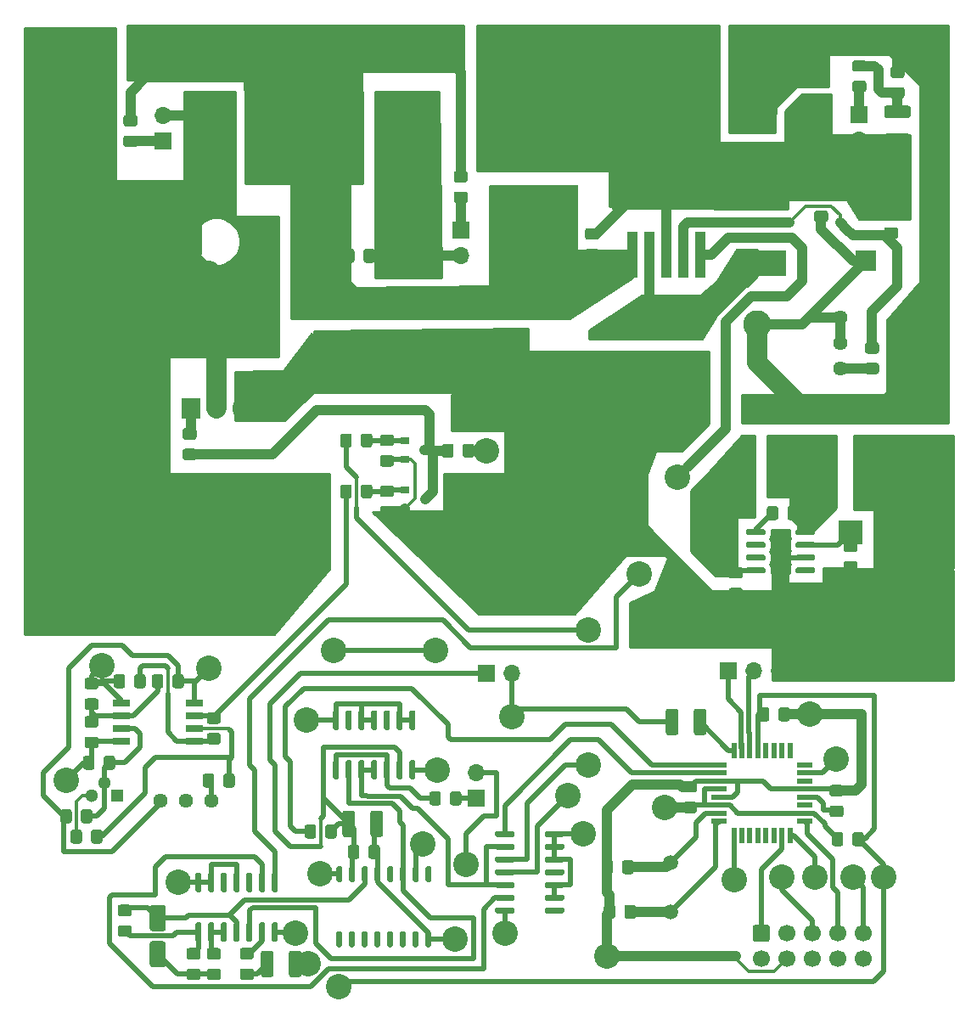
<source format=gbr>
%TF.GenerationSoftware,KiCad,Pcbnew,5.1.6-1.fc32*%
%TF.CreationDate,2020-08-07T18:49:01+03:00*%
%TF.ProjectId,ProjectFIH,50726f6a-6563-4744-9649-482e6b696361,rev?*%
%TF.SameCoordinates,Original*%
%TF.FileFunction,Copper,L1,Top*%
%TF.FilePolarity,Positive*%
%FSLAX46Y46*%
G04 Gerber Fmt 4.6, Leading zero omitted, Abs format (unit mm)*
G04 Created by KiCad (PCBNEW 5.1.6-1.fc32) date 2020-08-07 18:49:01*
%MOMM*%
%LPD*%
G01*
G04 APERTURE LIST*
%TA.AperFunction,ComponentPad*%
%ADD10C,2.400000*%
%TD*%
%TA.AperFunction,ComponentPad*%
%ADD11R,2.400000X2.400000*%
%TD*%
%TA.AperFunction,ComponentPad*%
%ADD12O,1.905000X2.000000*%
%TD*%
%TA.AperFunction,ComponentPad*%
%ADD13R,1.905000X2.000000*%
%TD*%
%TA.AperFunction,ComponentPad*%
%ADD14C,1.440000*%
%TD*%
%TA.AperFunction,ComponentPad*%
%ADD15R,2.000000X2.000000*%
%TD*%
%TA.AperFunction,ComponentPad*%
%ADD16C,2.000000*%
%TD*%
%TA.AperFunction,SMDPad,CuDef*%
%ADD17R,2.500000X2.300000*%
%TD*%
%TA.AperFunction,SMDPad,CuDef*%
%ADD18R,3.300000X2.500000*%
%TD*%
%TA.AperFunction,ComponentPad*%
%ADD19C,1.300000*%
%TD*%
%TA.AperFunction,ComponentPad*%
%ADD20R,1.300000X1.300000*%
%TD*%
%TA.AperFunction,ComponentPad*%
%ADD21O,1.700000X1.700000*%
%TD*%
%TA.AperFunction,ComponentPad*%
%ADD22R,1.700000X1.700000*%
%TD*%
%TA.AperFunction,ComponentPad*%
%ADD23R,1.980000X3.960000*%
%TD*%
%TA.AperFunction,ComponentPad*%
%ADD24O,1.980000X3.960000*%
%TD*%
%TA.AperFunction,ComponentPad*%
%ADD25C,1.700000*%
%TD*%
%TA.AperFunction,ComponentPad*%
%ADD26C,2.600000*%
%TD*%
%TA.AperFunction,ComponentPad*%
%ADD27C,2.800000*%
%TD*%
%TA.AperFunction,SMDPad,CuDef*%
%ADD28R,0.900000X0.800000*%
%TD*%
%TA.AperFunction,SMDPad,CuDef*%
%ADD29R,1.700000X0.650000*%
%TD*%
%TA.AperFunction,SMDPad,CuDef*%
%ADD30R,1.100000X4.600000*%
%TD*%
%TA.AperFunction,SMDPad,CuDef*%
%ADD31R,10.800000X9.400000*%
%TD*%
%TA.AperFunction,SMDPad,CuDef*%
%ADD32R,1.600000X0.550000*%
%TD*%
%TA.AperFunction,SMDPad,CuDef*%
%ADD33R,0.550000X1.600000*%
%TD*%
%TA.AperFunction,ComponentPad*%
%ADD34C,1.500000*%
%TD*%
%TA.AperFunction,ViaPad*%
%ADD35C,0.800000*%
%TD*%
%TA.AperFunction,ViaPad*%
%ADD36C,2.540000*%
%TD*%
%TA.AperFunction,Conductor*%
%ADD37C,0.500000*%
%TD*%
%TA.AperFunction,Conductor*%
%ADD38C,1.000000*%
%TD*%
%TA.AperFunction,Conductor*%
%ADD39C,0.300000*%
%TD*%
%TA.AperFunction,Conductor*%
%ADD40C,2.000000*%
%TD*%
%TA.AperFunction,Conductor*%
%ADD41C,0.254000*%
%TD*%
G04 APERTURE END LIST*
%TO.P,C8,2*%
%TO.N,GND*%
%TA.AperFunction,SMDPad,CuDef*%
G36*
G01*
X47195000Y-36772001D02*
X47195000Y-35871999D01*
G75*
G02*
X47444999Y-35622000I249999J0D01*
G01*
X48095001Y-35622000D01*
G75*
G02*
X48345000Y-35871999I0J-249999D01*
G01*
X48345000Y-36772001D01*
G75*
G02*
X48095001Y-37022000I-249999J0D01*
G01*
X47444999Y-37022000D01*
G75*
G02*
X47195000Y-36772001I0J249999D01*
G01*
G37*
%TD.AperFunction*%
%TO.P,C8,1*%
%TO.N,+24V*%
%TA.AperFunction,SMDPad,CuDef*%
G36*
G01*
X45145000Y-36772001D02*
X45145000Y-35871999D01*
G75*
G02*
X45394999Y-35622000I249999J0D01*
G01*
X46045001Y-35622000D01*
G75*
G02*
X46295000Y-35871999I0J-249999D01*
G01*
X46295000Y-36772001D01*
G75*
G02*
X46045001Y-37022000I-249999J0D01*
G01*
X45394999Y-37022000D01*
G75*
G02*
X45145000Y-36772001I0J249999D01*
G01*
G37*
%TD.AperFunction*%
%TD*%
D10*
%TO.P,C14,2*%
%TO.N,GND*%
X67437000Y-25480000D03*
D11*
%TO.P,C14,1*%
%TO.N,+24V*%
X67437000Y-30480000D03*
%TD*%
D10*
%TO.P,C13,2*%
%TO.N,GND*%
X95758000Y-68881000D03*
D11*
%TO.P,C13,1*%
%TO.N,+24V*%
X95758000Y-63881000D03*
%TD*%
D10*
%TO.P,C9,2*%
%TO.N,GND*%
X49450000Y-36322000D03*
D11*
%TO.P,C9,1*%
%TO.N,+24V*%
X44450000Y-36322000D03*
%TD*%
%TO.P,R6,1*%
%TO.N,Temperature*%
%TA.AperFunction,SMDPad,CuDef*%
G36*
G01*
X19615999Y-78401000D02*
X20516001Y-78401000D01*
G75*
G02*
X20766000Y-78650999I0J-249999D01*
G01*
X20766000Y-79301001D01*
G75*
G02*
X20516001Y-79551000I-249999J0D01*
G01*
X19615999Y-79551000D01*
G75*
G02*
X19366000Y-79301001I0J249999D01*
G01*
X19366000Y-78650999D01*
G75*
G02*
X19615999Y-78401000I249999J0D01*
G01*
G37*
%TD.AperFunction*%
%TO.P,R6,2*%
%TO.N,Net-(R4-Pad2)*%
%TA.AperFunction,SMDPad,CuDef*%
G36*
G01*
X19615999Y-80451000D02*
X20516001Y-80451000D01*
G75*
G02*
X20766000Y-80700999I0J-249999D01*
G01*
X20766000Y-81351001D01*
G75*
G02*
X20516001Y-81601000I-249999J0D01*
G01*
X19615999Y-81601000D01*
G75*
G02*
X19366000Y-81351001I0J249999D01*
G01*
X19366000Y-80700999D01*
G75*
G02*
X19615999Y-80451000I249999J0D01*
G01*
G37*
%TD.AperFunction*%
%TD*%
D12*
%TO.P,Q3,3*%
%TO.N,GND*%
X35052000Y-51562000D03*
%TO.P,Q3,2*%
%TO.N,Net-(J5-Pad2)*%
X32512000Y-51562000D03*
D13*
%TO.P,Q3,1*%
%TO.N,Net-(Q3-Pad1)*%
X29972000Y-51562000D03*
%TD*%
%TO.P,U6,8*%
%TO.N,Net-(C20-Pad1)*%
%TA.AperFunction,SMDPad,CuDef*%
G36*
G01*
X90273000Y-64031000D02*
X90273000Y-63731000D01*
G75*
G02*
X90423000Y-63581000I150000J0D01*
G01*
X92073000Y-63581000D01*
G75*
G02*
X92223000Y-63731000I0J-150000D01*
G01*
X92223000Y-64031000D01*
G75*
G02*
X92073000Y-64181000I-150000J0D01*
G01*
X90423000Y-64181000D01*
G75*
G02*
X90273000Y-64031000I0J150000D01*
G01*
G37*
%TD.AperFunction*%
%TO.P,U6,7*%
%TO.N,+24V*%
%TA.AperFunction,SMDPad,CuDef*%
G36*
G01*
X90273000Y-65301000D02*
X90273000Y-65001000D01*
G75*
G02*
X90423000Y-64851000I150000J0D01*
G01*
X92073000Y-64851000D01*
G75*
G02*
X92223000Y-65001000I0J-150000D01*
G01*
X92223000Y-65301000D01*
G75*
G02*
X92073000Y-65451000I-150000J0D01*
G01*
X90423000Y-65451000D01*
G75*
G02*
X90273000Y-65301000I0J150000D01*
G01*
G37*
%TD.AperFunction*%
%TO.P,U6,6*%
%TO.N,GND*%
%TA.AperFunction,SMDPad,CuDef*%
G36*
G01*
X90273000Y-66571000D02*
X90273000Y-66271000D01*
G75*
G02*
X90423000Y-66121000I150000J0D01*
G01*
X92073000Y-66121000D01*
G75*
G02*
X92223000Y-66271000I0J-150000D01*
G01*
X92223000Y-66571000D01*
G75*
G02*
X92073000Y-66721000I-150000J0D01*
G01*
X90423000Y-66721000D01*
G75*
G02*
X90273000Y-66571000I0J150000D01*
G01*
G37*
%TD.AperFunction*%
%TO.P,U6,5*%
%TO.N,Net-(U6-Pad5)*%
%TA.AperFunction,SMDPad,CuDef*%
G36*
G01*
X90273000Y-67841000D02*
X90273000Y-67541000D01*
G75*
G02*
X90423000Y-67391000I150000J0D01*
G01*
X92073000Y-67391000D01*
G75*
G02*
X92223000Y-67541000I0J-150000D01*
G01*
X92223000Y-67841000D01*
G75*
G02*
X92073000Y-67991000I-150000J0D01*
G01*
X90423000Y-67991000D01*
G75*
G02*
X90273000Y-67841000I0J150000D01*
G01*
G37*
%TD.AperFunction*%
%TO.P,U6,4*%
%TO.N,+5V*%
%TA.AperFunction,SMDPad,CuDef*%
G36*
G01*
X85323000Y-67841000D02*
X85323000Y-67541000D01*
G75*
G02*
X85473000Y-67391000I150000J0D01*
G01*
X87123000Y-67391000D01*
G75*
G02*
X87273000Y-67541000I0J-150000D01*
G01*
X87273000Y-67841000D01*
G75*
G02*
X87123000Y-67991000I-150000J0D01*
G01*
X85473000Y-67991000D01*
G75*
G02*
X85323000Y-67841000I0J150000D01*
G01*
G37*
%TD.AperFunction*%
%TO.P,U6,3*%
%TO.N,N/C*%
%TA.AperFunction,SMDPad,CuDef*%
G36*
G01*
X85323000Y-66571000D02*
X85323000Y-66271000D01*
G75*
G02*
X85473000Y-66121000I150000J0D01*
G01*
X87123000Y-66121000D01*
G75*
G02*
X87273000Y-66271000I0J-150000D01*
G01*
X87273000Y-66571000D01*
G75*
G02*
X87123000Y-66721000I-150000J0D01*
G01*
X85473000Y-66721000D01*
G75*
G02*
X85323000Y-66571000I0J150000D01*
G01*
G37*
%TD.AperFunction*%
%TO.P,U6,2*%
%TA.AperFunction,SMDPad,CuDef*%
G36*
G01*
X85323000Y-65301000D02*
X85323000Y-65001000D01*
G75*
G02*
X85473000Y-64851000I150000J0D01*
G01*
X87123000Y-64851000D01*
G75*
G02*
X87273000Y-65001000I0J-150000D01*
G01*
X87273000Y-65301000D01*
G75*
G02*
X87123000Y-65451000I-150000J0D01*
G01*
X85473000Y-65451000D01*
G75*
G02*
X85323000Y-65301000I0J150000D01*
G01*
G37*
%TD.AperFunction*%
%TO.P,U6,1*%
%TO.N,Net-(C20-Pad2)*%
%TA.AperFunction,SMDPad,CuDef*%
G36*
G01*
X85323000Y-64031000D02*
X85323000Y-63731000D01*
G75*
G02*
X85473000Y-63581000I150000J0D01*
G01*
X87123000Y-63581000D01*
G75*
G02*
X87273000Y-63731000I0J-150000D01*
G01*
X87273000Y-64031000D01*
G75*
G02*
X87123000Y-64181000I-150000J0D01*
G01*
X85473000Y-64181000D01*
G75*
G02*
X85323000Y-64031000I0J150000D01*
G01*
G37*
%TD.AperFunction*%
%TD*%
D14*
%TO.P,RV2,3*%
%TO.N,Net-(R23-Pad2)*%
X94742000Y-47561500D03*
%TO.P,RV2,2*%
%TO.N,Net-(C23-Pad1)*%
X94742000Y-45021500D03*
%TO.P,RV2,1*%
X94742000Y-42481500D03*
%TD*%
%TO.P,C1,1*%
%TO.N,Net-(C1-Pad1)*%
%TA.AperFunction,SMDPad,CuDef*%
G36*
G01*
X22917999Y-101025000D02*
X23818001Y-101025000D01*
G75*
G02*
X24068000Y-101274999I0J-249999D01*
G01*
X24068000Y-101925001D01*
G75*
G02*
X23818001Y-102175000I-249999J0D01*
G01*
X22917999Y-102175000D01*
G75*
G02*
X22668000Y-101925001I0J249999D01*
G01*
X22668000Y-101274999D01*
G75*
G02*
X22917999Y-101025000I249999J0D01*
G01*
G37*
%TD.AperFunction*%
%TO.P,C1,2*%
%TO.N,Net-(C1-Pad2)*%
%TA.AperFunction,SMDPad,CuDef*%
G36*
G01*
X22917999Y-103075000D02*
X23818001Y-103075000D01*
G75*
G02*
X24068000Y-103324999I0J-249999D01*
G01*
X24068000Y-103975001D01*
G75*
G02*
X23818001Y-104225000I-249999J0D01*
G01*
X22917999Y-104225000D01*
G75*
G02*
X22668000Y-103975001I0J249999D01*
G01*
X22668000Y-103324999D01*
G75*
G02*
X22917999Y-103075000I249999J0D01*
G01*
G37*
%TD.AperFunction*%
%TD*%
%TO.P,C2,1*%
%TO.N,Net-(C2-Pad1)*%
%TA.AperFunction,SMDPad,CuDef*%
G36*
G01*
X22419000Y-86417999D02*
X22419000Y-87318001D01*
G75*
G02*
X22169001Y-87568000I-249999J0D01*
G01*
X21518999Y-87568000D01*
G75*
G02*
X21269000Y-87318001I0J249999D01*
G01*
X21269000Y-86417999D01*
G75*
G02*
X21518999Y-86168000I249999J0D01*
G01*
X22169001Y-86168000D01*
G75*
G02*
X22419000Y-86417999I0J-249999D01*
G01*
G37*
%TD.AperFunction*%
%TO.P,C2,2*%
%TO.N,GND*%
%TA.AperFunction,SMDPad,CuDef*%
G36*
G01*
X20369000Y-86417999D02*
X20369000Y-87318001D01*
G75*
G02*
X20119001Y-87568000I-249999J0D01*
G01*
X19468999Y-87568000D01*
G75*
G02*
X19219000Y-87318001I0J249999D01*
G01*
X19219000Y-86417999D01*
G75*
G02*
X19468999Y-86168000I249999J0D01*
G01*
X20119001Y-86168000D01*
G75*
G02*
X20369000Y-86417999I0J-249999D01*
G01*
G37*
%TD.AperFunction*%
%TD*%
%TO.P,C3,1*%
%TO.N,Net-(C1-Pad1)*%
%TA.AperFunction,SMDPad,CuDef*%
G36*
G01*
X26120000Y-101062000D02*
X27220000Y-101062000D01*
G75*
G02*
X27470000Y-101312000I0J-250000D01*
G01*
X27470000Y-103412000D01*
G75*
G02*
X27220000Y-103662000I-250000J0D01*
G01*
X26120000Y-103662000D01*
G75*
G02*
X25870000Y-103412000I0J250000D01*
G01*
X25870000Y-101312000D01*
G75*
G02*
X26120000Y-101062000I250000J0D01*
G01*
G37*
%TD.AperFunction*%
%TO.P,C3,2*%
%TO.N,Net-(C3-Pad2)*%
%TA.AperFunction,SMDPad,CuDef*%
G36*
G01*
X26120000Y-104662000D02*
X27220000Y-104662000D01*
G75*
G02*
X27470000Y-104912000I0J-250000D01*
G01*
X27470000Y-107012000D01*
G75*
G02*
X27220000Y-107262000I-250000J0D01*
G01*
X26120000Y-107262000D01*
G75*
G02*
X25870000Y-107012000I0J250000D01*
G01*
X25870000Y-104912000D01*
G75*
G02*
X26120000Y-104662000I250000J0D01*
G01*
G37*
%TD.AperFunction*%
%TD*%
%TO.P,C5,1*%
%TO.N,Net-(C5-Pad1)*%
%TA.AperFunction,SMDPad,CuDef*%
G36*
G01*
X44517000Y-93275999D02*
X44517000Y-94176001D01*
G75*
G02*
X44267001Y-94426000I-249999J0D01*
G01*
X43616999Y-94426000D01*
G75*
G02*
X43367000Y-94176001I0J249999D01*
G01*
X43367000Y-93275999D01*
G75*
G02*
X43616999Y-93026000I249999J0D01*
G01*
X44267001Y-93026000D01*
G75*
G02*
X44517000Y-93275999I0J-249999D01*
G01*
G37*
%TD.AperFunction*%
%TO.P,C5,2*%
%TO.N,IRQResp*%
%TA.AperFunction,SMDPad,CuDef*%
G36*
G01*
X42467000Y-93275999D02*
X42467000Y-94176001D01*
G75*
G02*
X42217001Y-94426000I-249999J0D01*
G01*
X41566999Y-94426000D01*
G75*
G02*
X41317000Y-94176001I0J249999D01*
G01*
X41317000Y-93275999D01*
G75*
G02*
X41566999Y-93026000I249999J0D01*
G01*
X42217001Y-93026000D01*
G75*
G02*
X42467000Y-93275999I0J-249999D01*
G01*
G37*
%TD.AperFunction*%
%TD*%
%TO.P,C12,2*%
%TO.N,GND*%
%TA.AperFunction,SMDPad,CuDef*%
G36*
G01*
X88579000Y-82492001D02*
X88579000Y-81591999D01*
G75*
G02*
X88828999Y-81342000I249999J0D01*
G01*
X89479001Y-81342000D01*
G75*
G02*
X89729000Y-81591999I0J-249999D01*
G01*
X89729000Y-82492001D01*
G75*
G02*
X89479001Y-82742000I-249999J0D01*
G01*
X88828999Y-82742000D01*
G75*
G02*
X88579000Y-82492001I0J249999D01*
G01*
G37*
%TD.AperFunction*%
%TO.P,C12,1*%
%TO.N,MCUReset*%
%TA.AperFunction,SMDPad,CuDef*%
G36*
G01*
X86529000Y-82492001D02*
X86529000Y-81591999D01*
G75*
G02*
X86778999Y-81342000I249999J0D01*
G01*
X87429001Y-81342000D01*
G75*
G02*
X87679000Y-81591999I0J-249999D01*
G01*
X87679000Y-82492001D01*
G75*
G02*
X87429001Y-82742000I-249999J0D01*
G01*
X86778999Y-82742000D01*
G75*
G02*
X86529000Y-82492001I0J249999D01*
G01*
G37*
%TD.AperFunction*%
%TD*%
%TO.P,C15,1*%
%TO.N,Net-(C15-Pad1)*%
%TA.AperFunction,SMDPad,CuDef*%
G36*
G01*
X74126000Y-96831999D02*
X74126000Y-97732001D01*
G75*
G02*
X73876001Y-97982000I-249999J0D01*
G01*
X73225999Y-97982000D01*
G75*
G02*
X72976000Y-97732001I0J249999D01*
G01*
X72976000Y-96831999D01*
G75*
G02*
X73225999Y-96582000I249999J0D01*
G01*
X73876001Y-96582000D01*
G75*
G02*
X74126000Y-96831999I0J-249999D01*
G01*
G37*
%TD.AperFunction*%
%TO.P,C15,2*%
%TO.N,GND*%
%TA.AperFunction,SMDPad,CuDef*%
G36*
G01*
X72076000Y-96831999D02*
X72076000Y-97732001D01*
G75*
G02*
X71826001Y-97982000I-249999J0D01*
G01*
X71175999Y-97982000D01*
G75*
G02*
X70926000Y-97732001I0J249999D01*
G01*
X70926000Y-96831999D01*
G75*
G02*
X71175999Y-96582000I249999J0D01*
G01*
X71826001Y-96582000D01*
G75*
G02*
X72076000Y-96831999I0J-249999D01*
G01*
G37*
%TD.AperFunction*%
%TD*%
%TO.P,C16,2*%
%TO.N,GND*%
%TA.AperFunction,SMDPad,CuDef*%
G36*
G01*
X95307999Y-66753000D02*
X96208001Y-66753000D01*
G75*
G02*
X96458000Y-67002999I0J-249999D01*
G01*
X96458000Y-67653001D01*
G75*
G02*
X96208001Y-67903000I-249999J0D01*
G01*
X95307999Y-67903000D01*
G75*
G02*
X95058000Y-67653001I0J249999D01*
G01*
X95058000Y-67002999D01*
G75*
G02*
X95307999Y-66753000I249999J0D01*
G01*
G37*
%TD.AperFunction*%
%TO.P,C16,1*%
%TO.N,+24V*%
%TA.AperFunction,SMDPad,CuDef*%
G36*
G01*
X95307999Y-64703000D02*
X96208001Y-64703000D01*
G75*
G02*
X96458000Y-64952999I0J-249999D01*
G01*
X96458000Y-65603001D01*
G75*
G02*
X96208001Y-65853000I-249999J0D01*
G01*
X95307999Y-65853000D01*
G75*
G02*
X95058000Y-65603001I0J249999D01*
G01*
X95058000Y-64952999D01*
G75*
G02*
X95307999Y-64703000I249999J0D01*
G01*
G37*
%TD.AperFunction*%
%TD*%
%TO.P,C17,1*%
%TO.N,+24V*%
%TA.AperFunction,SMDPad,CuDef*%
G36*
G01*
X70427001Y-36770000D02*
X69526999Y-36770000D01*
G75*
G02*
X69277000Y-36520001I0J249999D01*
G01*
X69277000Y-35869999D01*
G75*
G02*
X69526999Y-35620000I249999J0D01*
G01*
X70427001Y-35620000D01*
G75*
G02*
X70677000Y-35869999I0J-249999D01*
G01*
X70677000Y-36520001D01*
G75*
G02*
X70427001Y-36770000I-249999J0D01*
G01*
G37*
%TD.AperFunction*%
%TO.P,C17,2*%
%TO.N,GND*%
%TA.AperFunction,SMDPad,CuDef*%
G36*
G01*
X70427001Y-34720000D02*
X69526999Y-34720000D01*
G75*
G02*
X69277000Y-34470001I0J249999D01*
G01*
X69277000Y-33819999D01*
G75*
G02*
X69526999Y-33570000I249999J0D01*
G01*
X70427001Y-33570000D01*
G75*
G02*
X70677000Y-33819999I0J-249999D01*
G01*
X70677000Y-34470001D01*
G75*
G02*
X70427001Y-34720000I-249999J0D01*
G01*
G37*
%TD.AperFunction*%
%TD*%
%TO.P,C18,2*%
%TO.N,GND*%
%TA.AperFunction,SMDPad,CuDef*%
G36*
G01*
X72321000Y-101276999D02*
X72321000Y-102177001D01*
G75*
G02*
X72071001Y-102427000I-249999J0D01*
G01*
X71420999Y-102427000D01*
G75*
G02*
X71171000Y-102177001I0J249999D01*
G01*
X71171000Y-101276999D01*
G75*
G02*
X71420999Y-101027000I249999J0D01*
G01*
X72071001Y-101027000D01*
G75*
G02*
X72321000Y-101276999I0J-249999D01*
G01*
G37*
%TD.AperFunction*%
%TO.P,C18,1*%
%TO.N,Net-(C18-Pad1)*%
%TA.AperFunction,SMDPad,CuDef*%
G36*
G01*
X74371000Y-101276999D02*
X74371000Y-102177001D01*
G75*
G02*
X74121001Y-102427000I-249999J0D01*
G01*
X73470999Y-102427000D01*
G75*
G02*
X73221000Y-102177001I0J249999D01*
G01*
X73221000Y-101276999D01*
G75*
G02*
X73470999Y-101027000I249999J0D01*
G01*
X74121001Y-101027000D01*
G75*
G02*
X74371000Y-101276999I0J-249999D01*
G01*
G37*
%TD.AperFunction*%
%TD*%
%TO.P,C19,1*%
%TO.N,Net-(C19-Pad1)*%
%TA.AperFunction,SMDPad,CuDef*%
G36*
G01*
X94811001Y-92287000D02*
X93910999Y-92287000D01*
G75*
G02*
X93661000Y-92037001I0J249999D01*
G01*
X93661000Y-91386999D01*
G75*
G02*
X93910999Y-91137000I249999J0D01*
G01*
X94811001Y-91137000D01*
G75*
G02*
X95061000Y-91386999I0J-249999D01*
G01*
X95061000Y-92037001D01*
G75*
G02*
X94811001Y-92287000I-249999J0D01*
G01*
G37*
%TD.AperFunction*%
%TO.P,C19,2*%
%TO.N,GND*%
%TA.AperFunction,SMDPad,CuDef*%
G36*
G01*
X94811001Y-90237000D02*
X93910999Y-90237000D01*
G75*
G02*
X93661000Y-89987001I0J249999D01*
G01*
X93661000Y-89336999D01*
G75*
G02*
X93910999Y-89087000I249999J0D01*
G01*
X94811001Y-89087000D01*
G75*
G02*
X95061000Y-89336999I0J-249999D01*
G01*
X95061000Y-89987001D01*
G75*
G02*
X94811001Y-90237000I-249999J0D01*
G01*
G37*
%TD.AperFunction*%
%TD*%
%TO.P,C20,1*%
%TO.N,Net-(C20-Pad1)*%
%TA.AperFunction,SMDPad,CuDef*%
G36*
G01*
X90618000Y-61525999D02*
X90618000Y-62426001D01*
G75*
G02*
X90368001Y-62676000I-249999J0D01*
G01*
X89717999Y-62676000D01*
G75*
G02*
X89468000Y-62426001I0J249999D01*
G01*
X89468000Y-61525999D01*
G75*
G02*
X89717999Y-61276000I249999J0D01*
G01*
X90368001Y-61276000D01*
G75*
G02*
X90618000Y-61525999I0J-249999D01*
G01*
G37*
%TD.AperFunction*%
%TO.P,C20,2*%
%TO.N,Net-(C20-Pad2)*%
%TA.AperFunction,SMDPad,CuDef*%
G36*
G01*
X88568000Y-61525999D02*
X88568000Y-62426001D01*
G75*
G02*
X88318001Y-62676000I-249999J0D01*
G01*
X87667999Y-62676000D01*
G75*
G02*
X87418000Y-62426001I0J249999D01*
G01*
X87418000Y-61525999D01*
G75*
G02*
X87667999Y-61276000I249999J0D01*
G01*
X88318001Y-61276000D01*
G75*
G02*
X88568000Y-61525999I0J-249999D01*
G01*
G37*
%TD.AperFunction*%
%TD*%
%TO.P,C21,1*%
%TO.N,+5V*%
%TA.AperFunction,SMDPad,CuDef*%
G36*
G01*
X80206001Y-91897000D02*
X79305999Y-91897000D01*
G75*
G02*
X79056000Y-91647001I0J249999D01*
G01*
X79056000Y-90996999D01*
G75*
G02*
X79305999Y-90747000I249999J0D01*
G01*
X80206001Y-90747000D01*
G75*
G02*
X80456000Y-90996999I0J-249999D01*
G01*
X80456000Y-91647001D01*
G75*
G02*
X80206001Y-91897000I-249999J0D01*
G01*
G37*
%TD.AperFunction*%
%TO.P,C21,2*%
%TO.N,GND*%
%TA.AperFunction,SMDPad,CuDef*%
G36*
G01*
X80206001Y-89847000D02*
X79305999Y-89847000D01*
G75*
G02*
X79056000Y-89597001I0J249999D01*
G01*
X79056000Y-88946999D01*
G75*
G02*
X79305999Y-88697000I249999J0D01*
G01*
X80206001Y-88697000D01*
G75*
G02*
X80456000Y-88946999I0J-249999D01*
G01*
X80456000Y-89597001D01*
G75*
G02*
X80206001Y-89847000I-249999J0D01*
G01*
G37*
%TD.AperFunction*%
%TD*%
%TO.P,C22,2*%
%TO.N,GND*%
%TA.AperFunction,SMDPad,CuDef*%
G36*
G01*
X83877999Y-69411000D02*
X84778001Y-69411000D01*
G75*
G02*
X85028000Y-69660999I0J-249999D01*
G01*
X85028000Y-70311001D01*
G75*
G02*
X84778001Y-70561000I-249999J0D01*
G01*
X83877999Y-70561000D01*
G75*
G02*
X83628000Y-70311001I0J249999D01*
G01*
X83628000Y-69660999D01*
G75*
G02*
X83877999Y-69411000I249999J0D01*
G01*
G37*
%TD.AperFunction*%
%TO.P,C22,1*%
%TO.N,+5V*%
%TA.AperFunction,SMDPad,CuDef*%
G36*
G01*
X83877999Y-67361000D02*
X84778001Y-67361000D01*
G75*
G02*
X85028000Y-67610999I0J-249999D01*
G01*
X85028000Y-68261001D01*
G75*
G02*
X84778001Y-68511000I-249999J0D01*
G01*
X83877999Y-68511000D01*
G75*
G02*
X83628000Y-68261001I0J249999D01*
G01*
X83628000Y-67610999D01*
G75*
G02*
X83877999Y-67361000I249999J0D01*
G01*
G37*
%TD.AperFunction*%
%TD*%
%TO.P,C23,2*%
%TO.N,GND*%
%TA.AperFunction,SMDPad,CuDef*%
G36*
G01*
X93287001Y-30910000D02*
X92386999Y-30910000D01*
G75*
G02*
X92137000Y-30660001I0J249999D01*
G01*
X92137000Y-30009999D01*
G75*
G02*
X92386999Y-29760000I249999J0D01*
G01*
X93287001Y-29760000D01*
G75*
G02*
X93537000Y-30009999I0J-249999D01*
G01*
X93537000Y-30660001D01*
G75*
G02*
X93287001Y-30910000I-249999J0D01*
G01*
G37*
%TD.AperFunction*%
%TO.P,C23,1*%
%TO.N,Net-(C23-Pad1)*%
%TA.AperFunction,SMDPad,CuDef*%
G36*
G01*
X93287001Y-32960000D02*
X92386999Y-32960000D01*
G75*
G02*
X92137000Y-32710001I0J249999D01*
G01*
X92137000Y-32059999D01*
G75*
G02*
X92386999Y-31810000I249999J0D01*
G01*
X93287001Y-31810000D01*
G75*
G02*
X93537000Y-32059999I0J-249999D01*
G01*
X93537000Y-32710001D01*
G75*
G02*
X93287001Y-32960000I-249999J0D01*
G01*
G37*
%TD.AperFunction*%
%TD*%
D15*
%TO.P,C24,1*%
%TO.N,+5V*%
X83058000Y-66421000D03*
D16*
%TO.P,C24,2*%
%TO.N,GND*%
X83058000Y-71421000D03*
%TD*%
%TO.P,C25,2*%
%TO.N,GND*%
X97282000Y-31830000D03*
D15*
%TO.P,C25,1*%
%TO.N,Net-(C23-Pad1)*%
X97282000Y-36830000D03*
%TD*%
%TO.P,D1,1*%
%TO.N,Net-(C5-Pad1)*%
%TA.AperFunction,SMDPad,CuDef*%
G36*
G01*
X45089000Y-94039000D02*
X45089000Y-91889000D01*
G75*
G02*
X45339000Y-91639000I250000J0D01*
G01*
X46089000Y-91639000D01*
G75*
G02*
X46339000Y-91889000I0J-250000D01*
G01*
X46339000Y-94039000D01*
G75*
G02*
X46089000Y-94289000I-250000J0D01*
G01*
X45339000Y-94289000D01*
G75*
G02*
X45089000Y-94039000I0J250000D01*
G01*
G37*
%TD.AperFunction*%
%TO.P,D1,2*%
%TO.N,GND*%
%TA.AperFunction,SMDPad,CuDef*%
G36*
G01*
X47889000Y-94039000D02*
X47889000Y-91889000D01*
G75*
G02*
X48139000Y-91639000I250000J0D01*
G01*
X48889000Y-91639000D01*
G75*
G02*
X49139000Y-91889000I0J-250000D01*
G01*
X49139000Y-94039000D01*
G75*
G02*
X48889000Y-94289000I-250000J0D01*
G01*
X48139000Y-94289000D01*
G75*
G02*
X47889000Y-94039000I0J250000D01*
G01*
G37*
%TD.AperFunction*%
%TD*%
%TO.P,D2,2*%
%TO.N,MCUReset*%
%TA.AperFunction,SMDPad,CuDef*%
G36*
G01*
X39761000Y-108009000D02*
X39761000Y-105859000D01*
G75*
G02*
X40011000Y-105609000I250000J0D01*
G01*
X40761000Y-105609000D01*
G75*
G02*
X41011000Y-105859000I0J-250000D01*
G01*
X41011000Y-108009000D01*
G75*
G02*
X40761000Y-108259000I-250000J0D01*
G01*
X40011000Y-108259000D01*
G75*
G02*
X39761000Y-108009000I0J250000D01*
G01*
G37*
%TD.AperFunction*%
%TO.P,D2,1*%
%TO.N,Net-(D2-Pad1)*%
%TA.AperFunction,SMDPad,CuDef*%
G36*
G01*
X36961000Y-108009000D02*
X36961000Y-105859000D01*
G75*
G02*
X37211000Y-105609000I250000J0D01*
G01*
X37961000Y-105609000D01*
G75*
G02*
X38211000Y-105859000I0J-250000D01*
G01*
X38211000Y-108009000D01*
G75*
G02*
X37961000Y-108259000I-250000J0D01*
G01*
X37211000Y-108259000D01*
G75*
G02*
X36961000Y-108009000I0J250000D01*
G01*
G37*
%TD.AperFunction*%
%TD*%
D17*
%TO.P,D3,1*%
%TO.N,Net-(C20-Pad1)*%
X92973000Y-60071000D03*
%TO.P,D3,2*%
%TO.N,GND*%
X97273000Y-60071000D03*
%TD*%
D18*
%TO.P,D4,1*%
%TO.N,Net-(D4-Pad1)*%
X87757000Y-37055000D03*
%TO.P,D4,2*%
%TO.N,GND*%
X87757000Y-30255000D03*
%TD*%
%TO.P,D5,1*%
%TO.N,Net-(D5-Pad1)*%
%TA.AperFunction,SMDPad,CuDef*%
G36*
G01*
X81397000Y-81729000D02*
X81397000Y-83879000D01*
G75*
G02*
X81147000Y-84129000I-250000J0D01*
G01*
X80397000Y-84129000D01*
G75*
G02*
X80147000Y-83879000I0J250000D01*
G01*
X80147000Y-81729000D01*
G75*
G02*
X80397000Y-81479000I250000J0D01*
G01*
X81147000Y-81479000D01*
G75*
G02*
X81397000Y-81729000I0J-250000D01*
G01*
G37*
%TD.AperFunction*%
%TO.P,D5,2*%
%TO.N,IRQ*%
%TA.AperFunction,SMDPad,CuDef*%
G36*
G01*
X78597000Y-81729000D02*
X78597000Y-83879000D01*
G75*
G02*
X78347000Y-84129000I-250000J0D01*
G01*
X77597000Y-84129000D01*
G75*
G02*
X77347000Y-83879000I0J250000D01*
G01*
X77347000Y-81729000D01*
G75*
G02*
X77597000Y-81479000I250000J0D01*
G01*
X78347000Y-81479000D01*
G75*
G02*
X78597000Y-81729000I0J-250000D01*
G01*
G37*
%TD.AperFunction*%
%TD*%
%TO.P,D6,2*%
%TO.N,GND*%
%TA.AperFunction,SMDPad,CuDef*%
G36*
G01*
X99382000Y-24140000D02*
X101532000Y-24140000D01*
G75*
G02*
X101782000Y-24390000I0J-250000D01*
G01*
X101782000Y-25140000D01*
G75*
G02*
X101532000Y-25390000I-250000J0D01*
G01*
X99382000Y-25390000D01*
G75*
G02*
X99132000Y-25140000I0J250000D01*
G01*
X99132000Y-24390000D01*
G75*
G02*
X99382000Y-24140000I250000J0D01*
G01*
G37*
%TD.AperFunction*%
%TO.P,D6,1*%
%TO.N,Net-(D6-Pad1)*%
%TA.AperFunction,SMDPad,CuDef*%
G36*
G01*
X99382000Y-21340000D02*
X101532000Y-21340000D01*
G75*
G02*
X101782000Y-21590000I0J-250000D01*
G01*
X101782000Y-22340000D01*
G75*
G02*
X101532000Y-22590000I-250000J0D01*
G01*
X99382000Y-22590000D01*
G75*
G02*
X99132000Y-22340000I0J250000D01*
G01*
X99132000Y-21590000D01*
G75*
G02*
X99382000Y-21340000I250000J0D01*
G01*
G37*
%TD.AperFunction*%
%TD*%
D19*
%TO.P,DA1,2*%
%TO.N,Net-(C2-Pad1)*%
X21336000Y-88900000D03*
%TO.P,DA1,3*%
%TO.N,GND*%
X20066000Y-90170000D03*
D20*
%TO.P,DA1,1*%
%TO.N,Net-(DA1-Pad1)*%
X22606000Y-90170000D03*
%TD*%
D21*
%TO.P,J1,2*%
%TO.N,IRQ*%
X61976000Y-77978000D03*
D22*
%TO.P,J1,1*%
%TO.N,Net-(C5-Pad1)*%
X59436000Y-77978000D03*
%TD*%
D23*
%TO.P,J2,1*%
%TO.N,GND*%
X50292000Y-22860000D03*
D24*
%TO.P,J2,2*%
%TO.N,+24V*%
X45292000Y-22860000D03*
%TD*%
D22*
%TO.P,J3,1*%
%TO.N,Net-(J3-Pad1)*%
X56896000Y-33782000D03*
D21*
%TO.P,J3,2*%
%TO.N,GND*%
X56896000Y-36322000D03*
%TD*%
%TO.P,J4,2*%
%TO.N,GND*%
X58420000Y-87884000D03*
D22*
%TO.P,J4,1*%
%TO.N,Net-(J4-Pad1)*%
X58420000Y-90424000D03*
%TD*%
%TO.P,J5,1*%
%TO.N,Net-(J5-Pad1)*%
X27178000Y-24892000D03*
D21*
%TO.P,J5,2*%
%TO.N,Net-(J5-Pad2)*%
X27178000Y-22352000D03*
%TD*%
D23*
%TO.P,J6,1*%
%TO.N,+24V*%
X37338000Y-22860000D03*
D24*
%TO.P,J6,2*%
%TO.N,Net-(J5-Pad2)*%
X32338000Y-22860000D03*
%TD*%
D22*
%TO.P,J7,1*%
%TO.N,Net-(J7-Pad1)*%
X83566000Y-77724000D03*
D21*
%TO.P,J7,2*%
%TO.N,Net-(J7-Pad2)*%
X86106000Y-77724000D03*
%TO.P,J7,3*%
%TO.N,GND*%
X88646000Y-77724000D03*
%TD*%
%TO.P,J8,1*%
%TO.N,Net-(J8-Pad1)*%
%TA.AperFunction,ComponentPad*%
G36*
G01*
X86268000Y-103036000D02*
X87468000Y-103036000D01*
G75*
G02*
X87718000Y-103286000I0J-250000D01*
G01*
X87718000Y-104486000D01*
G75*
G02*
X87468000Y-104736000I-250000J0D01*
G01*
X86268000Y-104736000D01*
G75*
G02*
X86018000Y-104486000I0J250000D01*
G01*
X86018000Y-103286000D01*
G75*
G02*
X86268000Y-103036000I250000J0D01*
G01*
G37*
%TD.AperFunction*%
D25*
%TO.P,J8,3*%
%TO.N,Net-(J8-Pad3)*%
X89408000Y-103886000D03*
%TO.P,J8,5*%
%TO.N,MCUReset*%
X91948000Y-103886000D03*
%TO.P,J8,7*%
%TO.N,Net-(J8-Pad7)*%
X94488000Y-103886000D03*
%TO.P,J8,9*%
%TO.N,Net-(J8-Pad9)*%
X97028000Y-103886000D03*
%TO.P,J8,2*%
%TO.N,Net-(J8-Pad2)*%
X86868000Y-106426000D03*
%TO.P,J8,4*%
%TO.N,GND*%
X89408000Y-106426000D03*
%TO.P,J8,6*%
X91948000Y-106426000D03*
%TO.P,J8,8*%
X94488000Y-106426000D03*
%TO.P,J8,10*%
X97028000Y-106426000D03*
%TD*%
D24*
%TO.P,J9,2*%
%TO.N,Net-(C23-Pad1)*%
X87202000Y-22098000D03*
D23*
%TO.P,J9,1*%
%TO.N,GND*%
X92202000Y-22098000D03*
%TD*%
D22*
%TO.P,J10,1*%
%TO.N,Net-(J10-Pad1)*%
X96647000Y-22225000D03*
D21*
%TO.P,J10,2*%
%TO.N,GND*%
X96647000Y-24765000D03*
%TD*%
D26*
%TO.P,L1,1*%
%TO.N,Net-(C20-Pad1)*%
X89582000Y-58674000D03*
%TO.P,L1,2*%
%TO.N,+5V*%
X84582000Y-58674000D03*
%TD*%
D27*
%TO.P,L2,1*%
%TO.N,Net-(D4-Pad1)*%
X75057000Y-43180000D03*
%TO.P,L2,2*%
%TO.N,Net-(C23-Pad1)*%
X86487000Y-43180000D03*
%TD*%
D28*
%TO.P,Q1,1*%
%TO.N,Net-(Q1-Pad1)*%
X51324000Y-59629000D03*
%TO.P,Q1,2*%
%TO.N,GND*%
X51324000Y-61529000D03*
%TO.P,Q1,3*%
%TO.N,Net-(Q1-Pad3)*%
X53324000Y-60579000D03*
%TD*%
%TO.P,Q2,3*%
%TO.N,Net-(Q1-Pad3)*%
X53308000Y-55687000D03*
%TO.P,Q2,2*%
%TO.N,GND*%
X51308000Y-56637000D03*
%TO.P,Q2,1*%
%TO.N,Net-(Q2-Pad1)*%
X51308000Y-54737000D03*
%TD*%
%TO.P,R1,1*%
%TO.N,Net-(C3-Pad2)*%
%TA.AperFunction,SMDPad,CuDef*%
G36*
G01*
X30676001Y-108543000D02*
X29775999Y-108543000D01*
G75*
G02*
X29526000Y-108293001I0J249999D01*
G01*
X29526000Y-107642999D01*
G75*
G02*
X29775999Y-107393000I249999J0D01*
G01*
X30676001Y-107393000D01*
G75*
G02*
X30926000Y-107642999I0J-249999D01*
G01*
X30926000Y-108293001D01*
G75*
G02*
X30676001Y-108543000I-249999J0D01*
G01*
G37*
%TD.AperFunction*%
%TO.P,R1,2*%
%TO.N,Net-(C1-Pad2)*%
%TA.AperFunction,SMDPad,CuDef*%
G36*
G01*
X30676001Y-106493000D02*
X29775999Y-106493000D01*
G75*
G02*
X29526000Y-106243001I0J249999D01*
G01*
X29526000Y-105592999D01*
G75*
G02*
X29775999Y-105343000I249999J0D01*
G01*
X30676001Y-105343000D01*
G75*
G02*
X30926000Y-105592999I0J-249999D01*
G01*
X30926000Y-106243001D01*
G75*
G02*
X30676001Y-106493000I-249999J0D01*
G01*
G37*
%TD.AperFunction*%
%TD*%
%TO.P,R2,1*%
%TO.N,+5V*%
%TA.AperFunction,SMDPad,CuDef*%
G36*
G01*
X16942000Y-92652001D02*
X16942000Y-91751999D01*
G75*
G02*
X17191999Y-91502000I249999J0D01*
G01*
X17842001Y-91502000D01*
G75*
G02*
X18092000Y-91751999I0J-249999D01*
G01*
X18092000Y-92652001D01*
G75*
G02*
X17842001Y-92902000I-249999J0D01*
G01*
X17191999Y-92902000D01*
G75*
G02*
X16942000Y-92652001I0J249999D01*
G01*
G37*
%TD.AperFunction*%
%TO.P,R2,2*%
%TO.N,Net-(C2-Pad1)*%
%TA.AperFunction,SMDPad,CuDef*%
G36*
G01*
X18992000Y-92652001D02*
X18992000Y-91751999D01*
G75*
G02*
X19241999Y-91502000I249999J0D01*
G01*
X19892001Y-91502000D01*
G75*
G02*
X20142000Y-91751999I0J-249999D01*
G01*
X20142000Y-92652001D01*
G75*
G02*
X19892001Y-92902000I-249999J0D01*
G01*
X19241999Y-92902000D01*
G75*
G02*
X18992000Y-92652001I0J249999D01*
G01*
G37*
%TD.AperFunction*%
%TD*%
%TO.P,R3,2*%
%TO.N,Net-(C3-Pad2)*%
%TA.AperFunction,SMDPad,CuDef*%
G36*
G01*
X31807999Y-107393000D02*
X32708001Y-107393000D01*
G75*
G02*
X32958000Y-107642999I0J-249999D01*
G01*
X32958000Y-108293001D01*
G75*
G02*
X32708001Y-108543000I-249999J0D01*
G01*
X31807999Y-108543000D01*
G75*
G02*
X31558000Y-108293001I0J249999D01*
G01*
X31558000Y-107642999D01*
G75*
G02*
X31807999Y-107393000I249999J0D01*
G01*
G37*
%TD.AperFunction*%
%TO.P,R3,1*%
%TO.N,Net-(R3-Pad1)*%
%TA.AperFunction,SMDPad,CuDef*%
G36*
G01*
X31807999Y-105343000D02*
X32708001Y-105343000D01*
G75*
G02*
X32958000Y-105592999I0J-249999D01*
G01*
X32958000Y-106243001D01*
G75*
G02*
X32708001Y-106493000I-249999J0D01*
G01*
X31807999Y-106493000D01*
G75*
G02*
X31558000Y-106243001I0J249999D01*
G01*
X31558000Y-105592999D01*
G75*
G02*
X31807999Y-105343000I249999J0D01*
G01*
G37*
%TD.AperFunction*%
%TD*%
%TO.P,R4,2*%
%TO.N,Net-(R4-Pad2)*%
%TA.AperFunction,SMDPad,CuDef*%
G36*
G01*
X27227000Y-78289999D02*
X27227000Y-79190001D01*
G75*
G02*
X26977001Y-79440000I-249999J0D01*
G01*
X26326999Y-79440000D01*
G75*
G02*
X26077000Y-79190001I0J249999D01*
G01*
X26077000Y-78289999D01*
G75*
G02*
X26326999Y-78040000I249999J0D01*
G01*
X26977001Y-78040000D01*
G75*
G02*
X27227000Y-78289999I0J-249999D01*
G01*
G37*
%TD.AperFunction*%
%TO.P,R4,1*%
%TO.N,+5V*%
%TA.AperFunction,SMDPad,CuDef*%
G36*
G01*
X29277000Y-78289999D02*
X29277000Y-79190001D01*
G75*
G02*
X29027001Y-79440000I-249999J0D01*
G01*
X28376999Y-79440000D01*
G75*
G02*
X28127000Y-79190001I0J249999D01*
G01*
X28127000Y-78289999D01*
G75*
G02*
X28376999Y-78040000I249999J0D01*
G01*
X29027001Y-78040000D01*
G75*
G02*
X29277000Y-78289999I0J-249999D01*
G01*
G37*
%TD.AperFunction*%
%TD*%
%TO.P,R5,2*%
%TO.N,GND*%
%TA.AperFunction,SMDPad,CuDef*%
G36*
G01*
X47685000Y-96208001D02*
X47685000Y-95307999D01*
G75*
G02*
X47934999Y-95058000I249999J0D01*
G01*
X48585001Y-95058000D01*
G75*
G02*
X48835000Y-95307999I0J-249999D01*
G01*
X48835000Y-96208001D01*
G75*
G02*
X48585001Y-96458000I-249999J0D01*
G01*
X47934999Y-96458000D01*
G75*
G02*
X47685000Y-96208001I0J249999D01*
G01*
G37*
%TD.AperFunction*%
%TO.P,R5,1*%
%TO.N,Net-(C5-Pad1)*%
%TA.AperFunction,SMDPad,CuDef*%
G36*
G01*
X45635000Y-96208001D02*
X45635000Y-95307999D01*
G75*
G02*
X45884999Y-95058000I249999J0D01*
G01*
X46535001Y-95058000D01*
G75*
G02*
X46785000Y-95307999I0J-249999D01*
G01*
X46785000Y-96208001D01*
G75*
G02*
X46535001Y-96458000I-249999J0D01*
G01*
X45884999Y-96458000D01*
G75*
G02*
X45635000Y-96208001I0J249999D01*
G01*
G37*
%TD.AperFunction*%
%TD*%
%TO.P,R7,2*%
%TO.N,GND*%
%TA.AperFunction,SMDPad,CuDef*%
G36*
G01*
X19615999Y-84270000D02*
X20516001Y-84270000D01*
G75*
G02*
X20766000Y-84519999I0J-249999D01*
G01*
X20766000Y-85170001D01*
G75*
G02*
X20516001Y-85420000I-249999J0D01*
G01*
X19615999Y-85420000D01*
G75*
G02*
X19366000Y-85170001I0J249999D01*
G01*
X19366000Y-84519999D01*
G75*
G02*
X19615999Y-84270000I249999J0D01*
G01*
G37*
%TD.AperFunction*%
%TO.P,R7,1*%
%TO.N,Net-(R4-Pad2)*%
%TA.AperFunction,SMDPad,CuDef*%
G36*
G01*
X19615999Y-82220000D02*
X20516001Y-82220000D01*
G75*
G02*
X20766000Y-82469999I0J-249999D01*
G01*
X20766000Y-83120001D01*
G75*
G02*
X20516001Y-83370000I-249999J0D01*
G01*
X19615999Y-83370000D01*
G75*
G02*
X19366000Y-83120001I0J249999D01*
G01*
X19366000Y-82469999D01*
G75*
G02*
X19615999Y-82220000I249999J0D01*
G01*
G37*
%TD.AperFunction*%
%TD*%
%TO.P,R8,2*%
%TO.N,Temperature*%
%TA.AperFunction,SMDPad,CuDef*%
G36*
G01*
X23417000Y-78289999D02*
X23417000Y-79190001D01*
G75*
G02*
X23167001Y-79440000I-249999J0D01*
G01*
X22516999Y-79440000D01*
G75*
G02*
X22267000Y-79190001I0J249999D01*
G01*
X22267000Y-78289999D01*
G75*
G02*
X22516999Y-78040000I249999J0D01*
G01*
X23167001Y-78040000D01*
G75*
G02*
X23417000Y-78289999I0J-249999D01*
G01*
G37*
%TD.AperFunction*%
%TO.P,R8,1*%
%TO.N,Net-(R11-Pad2)*%
%TA.AperFunction,SMDPad,CuDef*%
G36*
G01*
X25467000Y-78289999D02*
X25467000Y-79190001D01*
G75*
G02*
X25217001Y-79440000I-249999J0D01*
G01*
X24566999Y-79440000D01*
G75*
G02*
X24317000Y-79190001I0J249999D01*
G01*
X24317000Y-78289999D01*
G75*
G02*
X24566999Y-78040000I249999J0D01*
G01*
X25217001Y-78040000D01*
G75*
G02*
X25467000Y-78289999I0J-249999D01*
G01*
G37*
%TD.AperFunction*%
%TD*%
%TO.P,R9,1*%
%TO.N,Net-(R9-Pad1)*%
%TA.AperFunction,SMDPad,CuDef*%
G36*
G01*
X31157000Y-89096001D02*
X31157000Y-88195999D01*
G75*
G02*
X31406999Y-87946000I249999J0D01*
G01*
X32057001Y-87946000D01*
G75*
G02*
X32307000Y-88195999I0J-249999D01*
G01*
X32307000Y-89096001D01*
G75*
G02*
X32057001Y-89346000I-249999J0D01*
G01*
X31406999Y-89346000D01*
G75*
G02*
X31157000Y-89096001I0J249999D01*
G01*
G37*
%TD.AperFunction*%
%TO.P,R9,2*%
%TO.N,Net-(R10-Pad1)*%
%TA.AperFunction,SMDPad,CuDef*%
G36*
G01*
X33207000Y-89096001D02*
X33207000Y-88195999D01*
G75*
G02*
X33456999Y-87946000I249999J0D01*
G01*
X34107001Y-87946000D01*
G75*
G02*
X34357000Y-88195999I0J-249999D01*
G01*
X34357000Y-89096001D01*
G75*
G02*
X34107001Y-89346000I-249999J0D01*
G01*
X33456999Y-89346000D01*
G75*
G02*
X33207000Y-89096001I0J249999D01*
G01*
G37*
%TD.AperFunction*%
%TD*%
%TO.P,R10,2*%
%TO.N,GND*%
%TA.AperFunction,SMDPad,CuDef*%
G36*
G01*
X19117000Y-93783999D02*
X19117000Y-94684001D01*
G75*
G02*
X18867001Y-94934000I-249999J0D01*
G01*
X18216999Y-94934000D01*
G75*
G02*
X17967000Y-94684001I0J249999D01*
G01*
X17967000Y-93783999D01*
G75*
G02*
X18216999Y-93534000I249999J0D01*
G01*
X18867001Y-93534000D01*
G75*
G02*
X19117000Y-93783999I0J-249999D01*
G01*
G37*
%TD.AperFunction*%
%TO.P,R10,1*%
%TO.N,Net-(R10-Pad1)*%
%TA.AperFunction,SMDPad,CuDef*%
G36*
G01*
X21167000Y-93783999D02*
X21167000Y-94684001D01*
G75*
G02*
X20917001Y-94934000I-249999J0D01*
G01*
X20266999Y-94934000D01*
G75*
G02*
X20017000Y-94684001I0J249999D01*
G01*
X20017000Y-93783999D01*
G75*
G02*
X20266999Y-93534000I249999J0D01*
G01*
X20917001Y-93534000D01*
G75*
G02*
X21167000Y-93783999I0J-249999D01*
G01*
G37*
%TD.AperFunction*%
%TD*%
%TO.P,R11,1*%
%TO.N,Net-(R11-Pad1)*%
%TA.AperFunction,SMDPad,CuDef*%
G36*
G01*
X31807999Y-81848000D02*
X32708001Y-81848000D01*
G75*
G02*
X32958000Y-82097999I0J-249999D01*
G01*
X32958000Y-82748001D01*
G75*
G02*
X32708001Y-82998000I-249999J0D01*
G01*
X31807999Y-82998000D01*
G75*
G02*
X31558000Y-82748001I0J249999D01*
G01*
X31558000Y-82097999D01*
G75*
G02*
X31807999Y-81848000I249999J0D01*
G01*
G37*
%TD.AperFunction*%
%TO.P,R11,2*%
%TO.N,Net-(R11-Pad2)*%
%TA.AperFunction,SMDPad,CuDef*%
G36*
G01*
X31807999Y-83898000D02*
X32708001Y-83898000D01*
G75*
G02*
X32958000Y-84147999I0J-249999D01*
G01*
X32958000Y-84798001D01*
G75*
G02*
X32708001Y-85048000I-249999J0D01*
G01*
X31807999Y-85048000D01*
G75*
G02*
X31558000Y-84798001I0J249999D01*
G01*
X31558000Y-84147999D01*
G75*
G02*
X31807999Y-83898000I249999J0D01*
G01*
G37*
%TD.AperFunction*%
%TD*%
%TO.P,R12,1*%
%TO.N,Net-(D2-Pad1)*%
%TA.AperFunction,SMDPad,CuDef*%
G36*
G01*
X36010001Y-108534000D02*
X35109999Y-108534000D01*
G75*
G02*
X34860000Y-108284001I0J249999D01*
G01*
X34860000Y-107633999D01*
G75*
G02*
X35109999Y-107384000I249999J0D01*
G01*
X36010001Y-107384000D01*
G75*
G02*
X36260000Y-107633999I0J-249999D01*
G01*
X36260000Y-108284001D01*
G75*
G02*
X36010001Y-108534000I-249999J0D01*
G01*
G37*
%TD.AperFunction*%
%TO.P,R12,2*%
%TO.N,Net-(R12-Pad2)*%
%TA.AperFunction,SMDPad,CuDef*%
G36*
G01*
X36010001Y-106484000D02*
X35109999Y-106484000D01*
G75*
G02*
X34860000Y-106234001I0J249999D01*
G01*
X34860000Y-105583999D01*
G75*
G02*
X35109999Y-105334000I249999J0D01*
G01*
X36010001Y-105334000D01*
G75*
G02*
X36260000Y-105583999I0J-249999D01*
G01*
X36260000Y-106234001D01*
G75*
G02*
X36010001Y-106484000I-249999J0D01*
G01*
G37*
%TD.AperFunction*%
%TD*%
%TO.P,R13,1*%
%TO.N,Net-(J4-Pad1)*%
%TA.AperFunction,SMDPad,CuDef*%
G36*
G01*
X56963000Y-89973999D02*
X56963000Y-90874001D01*
G75*
G02*
X56713001Y-91124000I-249999J0D01*
G01*
X56062999Y-91124000D01*
G75*
G02*
X55813000Y-90874001I0J249999D01*
G01*
X55813000Y-89973999D01*
G75*
G02*
X56062999Y-89724000I249999J0D01*
G01*
X56713001Y-89724000D01*
G75*
G02*
X56963000Y-89973999I0J-249999D01*
G01*
G37*
%TD.AperFunction*%
%TO.P,R13,2*%
%TO.N,Net-(R13-Pad2)*%
%TA.AperFunction,SMDPad,CuDef*%
G36*
G01*
X54913000Y-89973999D02*
X54913000Y-90874001D01*
G75*
G02*
X54663001Y-91124000I-249999J0D01*
G01*
X54012999Y-91124000D01*
G75*
G02*
X53763000Y-90874001I0J249999D01*
G01*
X53763000Y-89973999D01*
G75*
G02*
X54012999Y-89724000I249999J0D01*
G01*
X54663001Y-89724000D01*
G75*
G02*
X54913000Y-89973999I0J-249999D01*
G01*
G37*
%TD.AperFunction*%
%TD*%
%TO.P,R14,1*%
%TO.N,Net-(Q1-Pad1)*%
%TA.AperFunction,SMDPad,CuDef*%
G36*
G01*
X48073000Y-59366999D02*
X48073000Y-60267001D01*
G75*
G02*
X47823001Y-60517000I-249999J0D01*
G01*
X47172999Y-60517000D01*
G75*
G02*
X46923000Y-60267001I0J249999D01*
G01*
X46923000Y-59366999D01*
G75*
G02*
X47172999Y-59117000I249999J0D01*
G01*
X47823001Y-59117000D01*
G75*
G02*
X48073000Y-59366999I0J-249999D01*
G01*
G37*
%TD.AperFunction*%
%TO.P,R14,2*%
%TO.N,Net-(R11-Pad1)*%
%TA.AperFunction,SMDPad,CuDef*%
G36*
G01*
X46023000Y-59366999D02*
X46023000Y-60267001D01*
G75*
G02*
X45773001Y-60517000I-249999J0D01*
G01*
X45122999Y-60517000D01*
G75*
G02*
X44873000Y-60267001I0J249999D01*
G01*
X44873000Y-59366999D01*
G75*
G02*
X45122999Y-59117000I249999J0D01*
G01*
X45773001Y-59117000D01*
G75*
G02*
X46023000Y-59366999I0J-249999D01*
G01*
G37*
%TD.AperFunction*%
%TD*%
%TO.P,R15,2*%
%TO.N,Net-(J3-Pad1)*%
%TA.AperFunction,SMDPad,CuDef*%
G36*
G01*
X56445999Y-29914000D02*
X57346001Y-29914000D01*
G75*
G02*
X57596000Y-30163999I0J-249999D01*
G01*
X57596000Y-30814001D01*
G75*
G02*
X57346001Y-31064000I-249999J0D01*
G01*
X56445999Y-31064000D01*
G75*
G02*
X56196000Y-30814001I0J249999D01*
G01*
X56196000Y-30163999D01*
G75*
G02*
X56445999Y-29914000I249999J0D01*
G01*
G37*
%TD.AperFunction*%
%TO.P,R15,1*%
%TO.N,+24V*%
%TA.AperFunction,SMDPad,CuDef*%
G36*
G01*
X56445999Y-27864000D02*
X57346001Y-27864000D01*
G75*
G02*
X57596000Y-28113999I0J-249999D01*
G01*
X57596000Y-28764001D01*
G75*
G02*
X57346001Y-29014000I-249999J0D01*
G01*
X56445999Y-29014000D01*
G75*
G02*
X56196000Y-28764001I0J249999D01*
G01*
X56196000Y-28113999D01*
G75*
G02*
X56445999Y-27864000I249999J0D01*
G01*
G37*
%TD.AperFunction*%
%TD*%
%TO.P,R16,2*%
%TO.N,GND*%
%TA.AperFunction,SMDPad,CuDef*%
G36*
G01*
X49079999Y-61274000D02*
X49980001Y-61274000D01*
G75*
G02*
X50230000Y-61523999I0J-249999D01*
G01*
X50230000Y-62174001D01*
G75*
G02*
X49980001Y-62424000I-249999J0D01*
G01*
X49079999Y-62424000D01*
G75*
G02*
X48830000Y-62174001I0J249999D01*
G01*
X48830000Y-61523999D01*
G75*
G02*
X49079999Y-61274000I249999J0D01*
G01*
G37*
%TD.AperFunction*%
%TO.P,R16,1*%
%TO.N,Net-(Q1-Pad1)*%
%TA.AperFunction,SMDPad,CuDef*%
G36*
G01*
X49079999Y-59224000D02*
X49980001Y-59224000D01*
G75*
G02*
X50230000Y-59473999I0J-249999D01*
G01*
X50230000Y-60124001D01*
G75*
G02*
X49980001Y-60374000I-249999J0D01*
G01*
X49079999Y-60374000D01*
G75*
G02*
X48830000Y-60124001I0J249999D01*
G01*
X48830000Y-59473999D01*
G75*
G02*
X49079999Y-59224000I249999J0D01*
G01*
G37*
%TD.AperFunction*%
%TD*%
%TO.P,R17,1*%
%TO.N,Net-(Q2-Pad1)*%
%TA.AperFunction,SMDPad,CuDef*%
G36*
G01*
X48073000Y-54286999D02*
X48073000Y-55187001D01*
G75*
G02*
X47823001Y-55437000I-249999J0D01*
G01*
X47172999Y-55437000D01*
G75*
G02*
X46923000Y-55187001I0J249999D01*
G01*
X46923000Y-54286999D01*
G75*
G02*
X47172999Y-54037000I249999J0D01*
G01*
X47823001Y-54037000D01*
G75*
G02*
X48073000Y-54286999I0J-249999D01*
G01*
G37*
%TD.AperFunction*%
%TO.P,R17,2*%
%TO.N,HeatOFF*%
%TA.AperFunction,SMDPad,CuDef*%
G36*
G01*
X46023000Y-54286999D02*
X46023000Y-55187001D01*
G75*
G02*
X45773001Y-55437000I-249999J0D01*
G01*
X45122999Y-55437000D01*
G75*
G02*
X44873000Y-55187001I0J249999D01*
G01*
X44873000Y-54286999D01*
G75*
G02*
X45122999Y-54037000I249999J0D01*
G01*
X45773001Y-54037000D01*
G75*
G02*
X46023000Y-54286999I0J-249999D01*
G01*
G37*
%TD.AperFunction*%
%TD*%
%TO.P,R18,2*%
%TO.N,Net-(Q1-Pad3)*%
%TA.AperFunction,SMDPad,CuDef*%
G36*
G01*
X56183000Y-55302999D02*
X56183000Y-56203001D01*
G75*
G02*
X55933001Y-56453000I-249999J0D01*
G01*
X55282999Y-56453000D01*
G75*
G02*
X55033000Y-56203001I0J249999D01*
G01*
X55033000Y-55302999D01*
G75*
G02*
X55282999Y-55053000I249999J0D01*
G01*
X55933001Y-55053000D01*
G75*
G02*
X56183000Y-55302999I0J-249999D01*
G01*
G37*
%TD.AperFunction*%
%TO.P,R18,1*%
%TO.N,+5V*%
%TA.AperFunction,SMDPad,CuDef*%
G36*
G01*
X58233000Y-55302999D02*
X58233000Y-56203001D01*
G75*
G02*
X57983001Y-56453000I-249999J0D01*
G01*
X57332999Y-56453000D01*
G75*
G02*
X57083000Y-56203001I0J249999D01*
G01*
X57083000Y-55302999D01*
G75*
G02*
X57332999Y-55053000I249999J0D01*
G01*
X57983001Y-55053000D01*
G75*
G02*
X58233000Y-55302999I0J-249999D01*
G01*
G37*
%TD.AperFunction*%
%TD*%
%TO.P,R19,1*%
%TO.N,Net-(Q2-Pad1)*%
%TA.AperFunction,SMDPad,CuDef*%
G36*
G01*
X49079999Y-54144000D02*
X49980001Y-54144000D01*
G75*
G02*
X50230000Y-54393999I0J-249999D01*
G01*
X50230000Y-55044001D01*
G75*
G02*
X49980001Y-55294000I-249999J0D01*
G01*
X49079999Y-55294000D01*
G75*
G02*
X48830000Y-55044001I0J249999D01*
G01*
X48830000Y-54393999D01*
G75*
G02*
X49079999Y-54144000I249999J0D01*
G01*
G37*
%TD.AperFunction*%
%TO.P,R19,2*%
%TO.N,GND*%
%TA.AperFunction,SMDPad,CuDef*%
G36*
G01*
X49079999Y-56194000D02*
X49980001Y-56194000D01*
G75*
G02*
X50230000Y-56443999I0J-249999D01*
G01*
X50230000Y-57094001D01*
G75*
G02*
X49980001Y-57344000I-249999J0D01*
G01*
X49079999Y-57344000D01*
G75*
G02*
X48830000Y-57094001I0J249999D01*
G01*
X48830000Y-56443999D01*
G75*
G02*
X49079999Y-56194000I249999J0D01*
G01*
G37*
%TD.AperFunction*%
%TD*%
%TO.P,R20,2*%
%TO.N,Net-(Q1-Pad3)*%
%TA.AperFunction,SMDPad,CuDef*%
G36*
G01*
X29394999Y-55559000D02*
X30295001Y-55559000D01*
G75*
G02*
X30545000Y-55808999I0J-249999D01*
G01*
X30545000Y-56459001D01*
G75*
G02*
X30295001Y-56709000I-249999J0D01*
G01*
X29394999Y-56709000D01*
G75*
G02*
X29145000Y-56459001I0J249999D01*
G01*
X29145000Y-55808999D01*
G75*
G02*
X29394999Y-55559000I249999J0D01*
G01*
G37*
%TD.AperFunction*%
%TO.P,R20,1*%
%TO.N,Net-(Q3-Pad1)*%
%TA.AperFunction,SMDPad,CuDef*%
G36*
G01*
X29394999Y-53509000D02*
X30295001Y-53509000D01*
G75*
G02*
X30545000Y-53758999I0J-249999D01*
G01*
X30545000Y-54409001D01*
G75*
G02*
X30295001Y-54659000I-249999J0D01*
G01*
X29394999Y-54659000D01*
G75*
G02*
X29145000Y-54409001I0J249999D01*
G01*
X29145000Y-53758999D01*
G75*
G02*
X29394999Y-53509000I249999J0D01*
G01*
G37*
%TD.AperFunction*%
%TD*%
%TO.P,R21,1*%
%TO.N,+24V*%
%TA.AperFunction,SMDPad,CuDef*%
G36*
G01*
X23489499Y-22276000D02*
X24389501Y-22276000D01*
G75*
G02*
X24639500Y-22525999I0J-249999D01*
G01*
X24639500Y-23176001D01*
G75*
G02*
X24389501Y-23426000I-249999J0D01*
G01*
X23489499Y-23426000D01*
G75*
G02*
X23239500Y-23176001I0J249999D01*
G01*
X23239500Y-22525999D01*
G75*
G02*
X23489499Y-22276000I249999J0D01*
G01*
G37*
%TD.AperFunction*%
%TO.P,R21,2*%
%TO.N,Net-(J5-Pad1)*%
%TA.AperFunction,SMDPad,CuDef*%
G36*
G01*
X23489499Y-24326000D02*
X24389501Y-24326000D01*
G75*
G02*
X24639500Y-24575999I0J-249999D01*
G01*
X24639500Y-25226001D01*
G75*
G02*
X24389501Y-25476000I-249999J0D01*
G01*
X23489499Y-25476000D01*
G75*
G02*
X23239500Y-25226001I0J249999D01*
G01*
X23239500Y-24575999D01*
G75*
G02*
X23489499Y-24326000I249999J0D01*
G01*
G37*
%TD.AperFunction*%
%TD*%
%TO.P,R22,2*%
%TO.N,MCUReset*%
%TA.AperFunction,SMDPad,CuDef*%
G36*
G01*
X95945000Y-94938001D02*
X95945000Y-94037999D01*
G75*
G02*
X96194999Y-93788000I249999J0D01*
G01*
X96845001Y-93788000D01*
G75*
G02*
X97095000Y-94037999I0J-249999D01*
G01*
X97095000Y-94938001D01*
G75*
G02*
X96845001Y-95188000I-249999J0D01*
G01*
X96194999Y-95188000D01*
G75*
G02*
X95945000Y-94938001I0J249999D01*
G01*
G37*
%TD.AperFunction*%
%TO.P,R22,1*%
%TO.N,+5V*%
%TA.AperFunction,SMDPad,CuDef*%
G36*
G01*
X93895000Y-94938001D02*
X93895000Y-94037999D01*
G75*
G02*
X94144999Y-93788000I249999J0D01*
G01*
X94795001Y-93788000D01*
G75*
G02*
X95045000Y-94037999I0J-249999D01*
G01*
X95045000Y-94938001D01*
G75*
G02*
X94795001Y-95188000I-249999J0D01*
G01*
X94144999Y-95188000D01*
G75*
G02*
X93895000Y-94938001I0J249999D01*
G01*
G37*
%TD.AperFunction*%
%TD*%
%TO.P,R23,2*%
%TO.N,Net-(R23-Pad2)*%
%TA.AperFunction,SMDPad,CuDef*%
G36*
G01*
X97466999Y-46986500D02*
X98367001Y-46986500D01*
G75*
G02*
X98617000Y-47236499I0J-249999D01*
G01*
X98617000Y-47886501D01*
G75*
G02*
X98367001Y-48136500I-249999J0D01*
G01*
X97466999Y-48136500D01*
G75*
G02*
X97217000Y-47886501I0J249999D01*
G01*
X97217000Y-47236499D01*
G75*
G02*
X97466999Y-46986500I249999J0D01*
G01*
G37*
%TD.AperFunction*%
%TO.P,R23,1*%
%TO.N,Net-(R23-Pad1)*%
%TA.AperFunction,SMDPad,CuDef*%
G36*
G01*
X97466999Y-44936500D02*
X98367001Y-44936500D01*
G75*
G02*
X98617000Y-45186499I0J-249999D01*
G01*
X98617000Y-45836501D01*
G75*
G02*
X98367001Y-46086500I-249999J0D01*
G01*
X97466999Y-46086500D01*
G75*
G02*
X97217000Y-45836501I0J249999D01*
G01*
X97217000Y-45186499D01*
G75*
G02*
X97466999Y-44936500I249999J0D01*
G01*
G37*
%TD.AperFunction*%
%TD*%
%TO.P,R24,1*%
%TO.N,Net-(R23-Pad1)*%
%TA.AperFunction,SMDPad,CuDef*%
G36*
G01*
X100272001Y-34620000D02*
X99371999Y-34620000D01*
G75*
G02*
X99122000Y-34370001I0J249999D01*
G01*
X99122000Y-33719999D01*
G75*
G02*
X99371999Y-33470000I249999J0D01*
G01*
X100272001Y-33470000D01*
G75*
G02*
X100522000Y-33719999I0J-249999D01*
G01*
X100522000Y-34370001D01*
G75*
G02*
X100272001Y-34620000I-249999J0D01*
G01*
G37*
%TD.AperFunction*%
%TO.P,R24,2*%
%TO.N,GND*%
%TA.AperFunction,SMDPad,CuDef*%
G36*
G01*
X100272001Y-32570000D02*
X99371999Y-32570000D01*
G75*
G02*
X99122000Y-32320001I0J249999D01*
G01*
X99122000Y-31669999D01*
G75*
G02*
X99371999Y-31420000I249999J0D01*
G01*
X100272001Y-31420000D01*
G75*
G02*
X100522000Y-31669999I0J-249999D01*
G01*
X100522000Y-32320001D01*
G75*
G02*
X100272001Y-32570000I-249999J0D01*
G01*
G37*
%TD.AperFunction*%
%TD*%
%TO.P,R25,2*%
%TO.N,Net-(C23-Pad1)*%
%TA.AperFunction,SMDPad,CuDef*%
G36*
G01*
X100907001Y-18600000D02*
X100006999Y-18600000D01*
G75*
G02*
X99757000Y-18350001I0J249999D01*
G01*
X99757000Y-17699999D01*
G75*
G02*
X100006999Y-17450000I249999J0D01*
G01*
X100907001Y-17450000D01*
G75*
G02*
X101157000Y-17699999I0J-249999D01*
G01*
X101157000Y-18350001D01*
G75*
G02*
X100907001Y-18600000I-249999J0D01*
G01*
G37*
%TD.AperFunction*%
%TO.P,R25,1*%
%TO.N,Net-(D6-Pad1)*%
%TA.AperFunction,SMDPad,CuDef*%
G36*
G01*
X100907001Y-20650000D02*
X100006999Y-20650000D01*
G75*
G02*
X99757000Y-20400001I0J249999D01*
G01*
X99757000Y-19749999D01*
G75*
G02*
X100006999Y-19500000I249999J0D01*
G01*
X100907001Y-19500000D01*
G75*
G02*
X101157000Y-19749999I0J-249999D01*
G01*
X101157000Y-20400001D01*
G75*
G02*
X100907001Y-20650000I-249999J0D01*
G01*
G37*
%TD.AperFunction*%
%TD*%
%TO.P,R26,1*%
%TO.N,Net-(J10-Pad1)*%
%TA.AperFunction,SMDPad,CuDef*%
G36*
G01*
X97097001Y-20015000D02*
X96196999Y-20015000D01*
G75*
G02*
X95947000Y-19765001I0J249999D01*
G01*
X95947000Y-19114999D01*
G75*
G02*
X96196999Y-18865000I249999J0D01*
G01*
X97097001Y-18865000D01*
G75*
G02*
X97347000Y-19114999I0J-249999D01*
G01*
X97347000Y-19765001D01*
G75*
G02*
X97097001Y-20015000I-249999J0D01*
G01*
G37*
%TD.AperFunction*%
%TO.P,R26,2*%
%TO.N,Net-(D6-Pad1)*%
%TA.AperFunction,SMDPad,CuDef*%
G36*
G01*
X97097001Y-17965000D02*
X96196999Y-17965000D01*
G75*
G02*
X95947000Y-17715001I0J249999D01*
G01*
X95947000Y-17064999D01*
G75*
G02*
X96196999Y-16815000I249999J0D01*
G01*
X97097001Y-16815000D01*
G75*
G02*
X97347000Y-17064999I0J-249999D01*
G01*
X97347000Y-17715001D01*
G75*
G02*
X97097001Y-17965000I-249999J0D01*
G01*
G37*
%TD.AperFunction*%
%TD*%
D14*
%TO.P,RV1,1*%
%TO.N,+5V*%
X26924000Y-90678000D03*
%TO.P,RV1,2*%
X29464000Y-90678000D03*
%TO.P,RV1,3*%
%TO.N,Net-(R9-Pad1)*%
X32004000Y-90678000D03*
%TD*%
%TO.P,U1,14*%
%TO.N,+5V*%
%TA.AperFunction,SMDPad,CuDef*%
G36*
G01*
X30884000Y-99781000D02*
X30584000Y-99781000D01*
G75*
G02*
X30434000Y-99631000I0J150000D01*
G01*
X30434000Y-97981000D01*
G75*
G02*
X30584000Y-97831000I150000J0D01*
G01*
X30884000Y-97831000D01*
G75*
G02*
X31034000Y-97981000I0J-150000D01*
G01*
X31034000Y-99631000D01*
G75*
G02*
X30884000Y-99781000I-150000J0D01*
G01*
G37*
%TD.AperFunction*%
%TO.P,U1,13*%
%TA.AperFunction,SMDPad,CuDef*%
G36*
G01*
X32154000Y-99781000D02*
X31854000Y-99781000D01*
G75*
G02*
X31704000Y-99631000I0J150000D01*
G01*
X31704000Y-97981000D01*
G75*
G02*
X31854000Y-97831000I150000J0D01*
G01*
X32154000Y-97831000D01*
G75*
G02*
X32304000Y-97981000I0J-150000D01*
G01*
X32304000Y-99631000D01*
G75*
G02*
X32154000Y-99781000I-150000J0D01*
G01*
G37*
%TD.AperFunction*%
%TO.P,U1,12*%
%TO.N,Net-(U1-Pad12)*%
%TA.AperFunction,SMDPad,CuDef*%
G36*
G01*
X33424000Y-99781000D02*
X33124000Y-99781000D01*
G75*
G02*
X32974000Y-99631000I0J150000D01*
G01*
X32974000Y-97981000D01*
G75*
G02*
X33124000Y-97831000I150000J0D01*
G01*
X33424000Y-97831000D01*
G75*
G02*
X33574000Y-97981000I0J-150000D01*
G01*
X33574000Y-99631000D01*
G75*
G02*
X33424000Y-99781000I-150000J0D01*
G01*
G37*
%TD.AperFunction*%
%TO.P,U1,11*%
%TO.N,+5V*%
%TA.AperFunction,SMDPad,CuDef*%
G36*
G01*
X34694000Y-99781000D02*
X34394000Y-99781000D01*
G75*
G02*
X34244000Y-99631000I0J150000D01*
G01*
X34244000Y-97981000D01*
G75*
G02*
X34394000Y-97831000I150000J0D01*
G01*
X34694000Y-97831000D01*
G75*
G02*
X34844000Y-97981000I0J-150000D01*
G01*
X34844000Y-99631000D01*
G75*
G02*
X34694000Y-99781000I-150000J0D01*
G01*
G37*
%TD.AperFunction*%
%TO.P,U1,10*%
%TO.N,Net-(U1-Pad10)*%
%TA.AperFunction,SMDPad,CuDef*%
G36*
G01*
X35964000Y-99781000D02*
X35664000Y-99781000D01*
G75*
G02*
X35514000Y-99631000I0J150000D01*
G01*
X35514000Y-97981000D01*
G75*
G02*
X35664000Y-97831000I150000J0D01*
G01*
X35964000Y-97831000D01*
G75*
G02*
X36114000Y-97981000I0J-150000D01*
G01*
X36114000Y-99631000D01*
G75*
G02*
X35964000Y-99781000I-150000J0D01*
G01*
G37*
%TD.AperFunction*%
%TO.P,U1,9*%
%TO.N,Net-(U1-Pad9)*%
%TA.AperFunction,SMDPad,CuDef*%
G36*
G01*
X37234000Y-99781000D02*
X36934000Y-99781000D01*
G75*
G02*
X36784000Y-99631000I0J150000D01*
G01*
X36784000Y-97981000D01*
G75*
G02*
X36934000Y-97831000I150000J0D01*
G01*
X37234000Y-97831000D01*
G75*
G02*
X37384000Y-97981000I0J-150000D01*
G01*
X37384000Y-99631000D01*
G75*
G02*
X37234000Y-99781000I-150000J0D01*
G01*
G37*
%TD.AperFunction*%
%TO.P,U1,8*%
%TO.N,PL_ON*%
%TA.AperFunction,SMDPad,CuDef*%
G36*
G01*
X38504000Y-99781000D02*
X38204000Y-99781000D01*
G75*
G02*
X38054000Y-99631000I0J150000D01*
G01*
X38054000Y-97981000D01*
G75*
G02*
X38204000Y-97831000I150000J0D01*
G01*
X38504000Y-97831000D01*
G75*
G02*
X38654000Y-97981000I0J-150000D01*
G01*
X38654000Y-99631000D01*
G75*
G02*
X38504000Y-99781000I-150000J0D01*
G01*
G37*
%TD.AperFunction*%
%TO.P,U1,7*%
%TO.N,GND*%
%TA.AperFunction,SMDPad,CuDef*%
G36*
G01*
X38504000Y-104731000D02*
X38204000Y-104731000D01*
G75*
G02*
X38054000Y-104581000I0J150000D01*
G01*
X38054000Y-102931000D01*
G75*
G02*
X38204000Y-102781000I150000J0D01*
G01*
X38504000Y-102781000D01*
G75*
G02*
X38654000Y-102931000I0J-150000D01*
G01*
X38654000Y-104581000D01*
G75*
G02*
X38504000Y-104731000I-150000J0D01*
G01*
G37*
%TD.AperFunction*%
%TO.P,U1,6*%
%TO.N,Net-(R12-Pad2)*%
%TA.AperFunction,SMDPad,CuDef*%
G36*
G01*
X37234000Y-104731000D02*
X36934000Y-104731000D01*
G75*
G02*
X36784000Y-104581000I0J150000D01*
G01*
X36784000Y-102931000D01*
G75*
G02*
X36934000Y-102781000I150000J0D01*
G01*
X37234000Y-102781000D01*
G75*
G02*
X37384000Y-102931000I0J-150000D01*
G01*
X37384000Y-104581000D01*
G75*
G02*
X37234000Y-104731000I-150000J0D01*
G01*
G37*
%TD.AperFunction*%
%TO.P,U1,5*%
%TO.N,Net-(U1-Pad5)*%
%TA.AperFunction,SMDPad,CuDef*%
G36*
G01*
X35964000Y-104731000D02*
X35664000Y-104731000D01*
G75*
G02*
X35514000Y-104581000I0J150000D01*
G01*
X35514000Y-102931000D01*
G75*
G02*
X35664000Y-102781000I150000J0D01*
G01*
X35964000Y-102781000D01*
G75*
G02*
X36114000Y-102931000I0J-150000D01*
G01*
X36114000Y-104581000D01*
G75*
G02*
X35964000Y-104731000I-150000J0D01*
G01*
G37*
%TD.AperFunction*%
%TO.P,U1,4*%
%TO.N,Net-(C1-Pad1)*%
%TA.AperFunction,SMDPad,CuDef*%
G36*
G01*
X34694000Y-104731000D02*
X34394000Y-104731000D01*
G75*
G02*
X34244000Y-104581000I0J150000D01*
G01*
X34244000Y-102931000D01*
G75*
G02*
X34394000Y-102781000I150000J0D01*
G01*
X34694000Y-102781000D01*
G75*
G02*
X34844000Y-102931000I0J-150000D01*
G01*
X34844000Y-104581000D01*
G75*
G02*
X34694000Y-104731000I-150000J0D01*
G01*
G37*
%TD.AperFunction*%
%TO.P,U1,3*%
%TO.N,Net-(R3-Pad1)*%
%TA.AperFunction,SMDPad,CuDef*%
G36*
G01*
X33424000Y-104731000D02*
X33124000Y-104731000D01*
G75*
G02*
X32974000Y-104581000I0J150000D01*
G01*
X32974000Y-102931000D01*
G75*
G02*
X33124000Y-102781000I150000J0D01*
G01*
X33424000Y-102781000D01*
G75*
G02*
X33574000Y-102931000I0J-150000D01*
G01*
X33574000Y-104581000D01*
G75*
G02*
X33424000Y-104731000I-150000J0D01*
G01*
G37*
%TD.AperFunction*%
%TO.P,U1,2*%
%TA.AperFunction,SMDPad,CuDef*%
G36*
G01*
X32154000Y-104731000D02*
X31854000Y-104731000D01*
G75*
G02*
X31704000Y-104581000I0J150000D01*
G01*
X31704000Y-102931000D01*
G75*
G02*
X31854000Y-102781000I150000J0D01*
G01*
X32154000Y-102781000D01*
G75*
G02*
X32304000Y-102931000I0J-150000D01*
G01*
X32304000Y-104581000D01*
G75*
G02*
X32154000Y-104731000I-150000J0D01*
G01*
G37*
%TD.AperFunction*%
%TO.P,U1,1*%
%TO.N,Net-(C1-Pad2)*%
%TA.AperFunction,SMDPad,CuDef*%
G36*
G01*
X30884000Y-104731000D02*
X30584000Y-104731000D01*
G75*
G02*
X30434000Y-104581000I0J150000D01*
G01*
X30434000Y-102931000D01*
G75*
G02*
X30584000Y-102781000I150000J0D01*
G01*
X30884000Y-102781000D01*
G75*
G02*
X31034000Y-102931000I0J-150000D01*
G01*
X31034000Y-104581000D01*
G75*
G02*
X30884000Y-104731000I-150000J0D01*
G01*
G37*
%TD.AperFunction*%
%TD*%
%TO.P,U2,1*%
%TO.N,MCUHeatOff*%
%TA.AperFunction,SMDPad,CuDef*%
G36*
G01*
X60304000Y-94130000D02*
X60304000Y-93830000D01*
G75*
G02*
X60454000Y-93680000I150000J0D01*
G01*
X62104000Y-93680000D01*
G75*
G02*
X62254000Y-93830000I0J-150000D01*
G01*
X62254000Y-94130000D01*
G75*
G02*
X62104000Y-94280000I-150000J0D01*
G01*
X60454000Y-94280000D01*
G75*
G02*
X60304000Y-94130000I0J150000D01*
G01*
G37*
%TD.AperFunction*%
%TO.P,U2,2*%
%TO.N,Net-(U2-Pad2)*%
%TA.AperFunction,SMDPad,CuDef*%
G36*
G01*
X60304000Y-95400000D02*
X60304000Y-95100000D01*
G75*
G02*
X60454000Y-94950000I150000J0D01*
G01*
X62104000Y-94950000D01*
G75*
G02*
X62254000Y-95100000I0J-150000D01*
G01*
X62254000Y-95400000D01*
G75*
G02*
X62104000Y-95550000I-150000J0D01*
G01*
X60454000Y-95550000D01*
G75*
G02*
X60304000Y-95400000I0J150000D01*
G01*
G37*
%TD.AperFunction*%
%TO.P,U2,3*%
%TO.N,HeatOFF*%
%TA.AperFunction,SMDPad,CuDef*%
G36*
G01*
X60304000Y-96670000D02*
X60304000Y-96370000D01*
G75*
G02*
X60454000Y-96220000I150000J0D01*
G01*
X62104000Y-96220000D01*
G75*
G02*
X62254000Y-96370000I0J-150000D01*
G01*
X62254000Y-96670000D01*
G75*
G02*
X62104000Y-96820000I-150000J0D01*
G01*
X60454000Y-96820000D01*
G75*
G02*
X60304000Y-96670000I0J150000D01*
G01*
G37*
%TD.AperFunction*%
%TO.P,U2,4*%
%TO.N,MCU_PL_ON*%
%TA.AperFunction,SMDPad,CuDef*%
G36*
G01*
X60304000Y-97940000D02*
X60304000Y-97640000D01*
G75*
G02*
X60454000Y-97490000I150000J0D01*
G01*
X62104000Y-97490000D01*
G75*
G02*
X62254000Y-97640000I0J-150000D01*
G01*
X62254000Y-97940000D01*
G75*
G02*
X62104000Y-98090000I-150000J0D01*
G01*
X60454000Y-98090000D01*
G75*
G02*
X60304000Y-97940000I0J150000D01*
G01*
G37*
%TD.AperFunction*%
%TO.P,U2,5*%
%TO.N,Net-(U2-Pad2)*%
%TA.AperFunction,SMDPad,CuDef*%
G36*
G01*
X60304000Y-99210000D02*
X60304000Y-98910000D01*
G75*
G02*
X60454000Y-98760000I150000J0D01*
G01*
X62104000Y-98760000D01*
G75*
G02*
X62254000Y-98910000I0J-150000D01*
G01*
X62254000Y-99210000D01*
G75*
G02*
X62104000Y-99360000I-150000J0D01*
G01*
X60454000Y-99360000D01*
G75*
G02*
X60304000Y-99210000I0J150000D01*
G01*
G37*
%TD.AperFunction*%
%TO.P,U2,6*%
%TO.N,Net-(U1-Pad9)*%
%TA.AperFunction,SMDPad,CuDef*%
G36*
G01*
X60304000Y-100480000D02*
X60304000Y-100180000D01*
G75*
G02*
X60454000Y-100030000I150000J0D01*
G01*
X62104000Y-100030000D01*
G75*
G02*
X62254000Y-100180000I0J-150000D01*
G01*
X62254000Y-100480000D01*
G75*
G02*
X62104000Y-100630000I-150000J0D01*
G01*
X60454000Y-100630000D01*
G75*
G02*
X60304000Y-100480000I0J150000D01*
G01*
G37*
%TD.AperFunction*%
%TO.P,U2,7*%
%TO.N,GND*%
%TA.AperFunction,SMDPad,CuDef*%
G36*
G01*
X60304000Y-101750000D02*
X60304000Y-101450000D01*
G75*
G02*
X60454000Y-101300000I150000J0D01*
G01*
X62104000Y-101300000D01*
G75*
G02*
X62254000Y-101450000I0J-150000D01*
G01*
X62254000Y-101750000D01*
G75*
G02*
X62104000Y-101900000I-150000J0D01*
G01*
X60454000Y-101900000D01*
G75*
G02*
X60304000Y-101750000I0J150000D01*
G01*
G37*
%TD.AperFunction*%
%TO.P,U2,8*%
%TO.N,Net-(U2-Pad8)*%
%TA.AperFunction,SMDPad,CuDef*%
G36*
G01*
X65254000Y-101750000D02*
X65254000Y-101450000D01*
G75*
G02*
X65404000Y-101300000I150000J0D01*
G01*
X67054000Y-101300000D01*
G75*
G02*
X67204000Y-101450000I0J-150000D01*
G01*
X67204000Y-101750000D01*
G75*
G02*
X67054000Y-101900000I-150000J0D01*
G01*
X65404000Y-101900000D01*
G75*
G02*
X65254000Y-101750000I0J150000D01*
G01*
G37*
%TD.AperFunction*%
%TO.P,U2,9*%
%TO.N,+5V*%
%TA.AperFunction,SMDPad,CuDef*%
G36*
G01*
X65254000Y-100480000D02*
X65254000Y-100180000D01*
G75*
G02*
X65404000Y-100030000I150000J0D01*
G01*
X67054000Y-100030000D01*
G75*
G02*
X67204000Y-100180000I0J-150000D01*
G01*
X67204000Y-100480000D01*
G75*
G02*
X67054000Y-100630000I-150000J0D01*
G01*
X65404000Y-100630000D01*
G75*
G02*
X65254000Y-100480000I0J150000D01*
G01*
G37*
%TD.AperFunction*%
%TO.P,U2,10*%
%TA.AperFunction,SMDPad,CuDef*%
G36*
G01*
X65254000Y-99210000D02*
X65254000Y-98910000D01*
G75*
G02*
X65404000Y-98760000I150000J0D01*
G01*
X67054000Y-98760000D01*
G75*
G02*
X67204000Y-98910000I0J-150000D01*
G01*
X67204000Y-99210000D01*
G75*
G02*
X67054000Y-99360000I-150000J0D01*
G01*
X65404000Y-99360000D01*
G75*
G02*
X65254000Y-99210000I0J150000D01*
G01*
G37*
%TD.AperFunction*%
%TO.P,U2,11*%
%TO.N,Net-(U2-Pad11)*%
%TA.AperFunction,SMDPad,CuDef*%
G36*
G01*
X65254000Y-97940000D02*
X65254000Y-97640000D01*
G75*
G02*
X65404000Y-97490000I150000J0D01*
G01*
X67054000Y-97490000D01*
G75*
G02*
X67204000Y-97640000I0J-150000D01*
G01*
X67204000Y-97940000D01*
G75*
G02*
X67054000Y-98090000I-150000J0D01*
G01*
X65404000Y-98090000D01*
G75*
G02*
X65254000Y-97940000I0J150000D01*
G01*
G37*
%TD.AperFunction*%
%TO.P,U2,12*%
%TO.N,+5V*%
%TA.AperFunction,SMDPad,CuDef*%
G36*
G01*
X65254000Y-96670000D02*
X65254000Y-96370000D01*
G75*
G02*
X65404000Y-96220000I150000J0D01*
G01*
X67054000Y-96220000D01*
G75*
G02*
X67204000Y-96370000I0J-150000D01*
G01*
X67204000Y-96670000D01*
G75*
G02*
X67054000Y-96820000I-150000J0D01*
G01*
X65404000Y-96820000D01*
G75*
G02*
X65254000Y-96670000I0J150000D01*
G01*
G37*
%TD.AperFunction*%
%TO.P,U2,13*%
%TA.AperFunction,SMDPad,CuDef*%
G36*
G01*
X65254000Y-95400000D02*
X65254000Y-95100000D01*
G75*
G02*
X65404000Y-94950000I150000J0D01*
G01*
X67054000Y-94950000D01*
G75*
G02*
X67204000Y-95100000I0J-150000D01*
G01*
X67204000Y-95400000D01*
G75*
G02*
X67054000Y-95550000I-150000J0D01*
G01*
X65404000Y-95550000D01*
G75*
G02*
X65254000Y-95400000I0J150000D01*
G01*
G37*
%TD.AperFunction*%
%TO.P,U2,14*%
%TA.AperFunction,SMDPad,CuDef*%
G36*
G01*
X65254000Y-94130000D02*
X65254000Y-93830000D01*
G75*
G02*
X65404000Y-93680000I150000J0D01*
G01*
X67054000Y-93680000D01*
G75*
G02*
X67204000Y-93830000I0J-150000D01*
G01*
X67204000Y-94130000D01*
G75*
G02*
X67054000Y-94280000I-150000J0D01*
G01*
X65404000Y-94280000D01*
G75*
G02*
X65254000Y-94130000I0J150000D01*
G01*
G37*
%TD.AperFunction*%
%TD*%
%TO.P,U3,1*%
%TO.N,Net-(R13-Pad2)*%
%TA.AperFunction,SMDPad,CuDef*%
G36*
G01*
X44600000Y-88540000D02*
X44300000Y-88540000D01*
G75*
G02*
X44150000Y-88390000I0J150000D01*
G01*
X44150000Y-86740000D01*
G75*
G02*
X44300000Y-86590000I150000J0D01*
G01*
X44600000Y-86590000D01*
G75*
G02*
X44750000Y-86740000I0J-150000D01*
G01*
X44750000Y-88390000D01*
G75*
G02*
X44600000Y-88540000I-150000J0D01*
G01*
G37*
%TD.AperFunction*%
%TO.P,U3,2*%
%TO.N,Net-(U1-Pad5)*%
%TA.AperFunction,SMDPad,CuDef*%
G36*
G01*
X45870000Y-88540000D02*
X45570000Y-88540000D01*
G75*
G02*
X45420000Y-88390000I0J150000D01*
G01*
X45420000Y-86740000D01*
G75*
G02*
X45570000Y-86590000I150000J0D01*
G01*
X45870000Y-86590000D01*
G75*
G02*
X46020000Y-86740000I0J-150000D01*
G01*
X46020000Y-88390000D01*
G75*
G02*
X45870000Y-88540000I-150000J0D01*
G01*
G37*
%TD.AperFunction*%
%TO.P,U3,3*%
%TO.N,Net-(U2-Pad2)*%
%TA.AperFunction,SMDPad,CuDef*%
G36*
G01*
X47140000Y-88540000D02*
X46840000Y-88540000D01*
G75*
G02*
X46690000Y-88390000I0J150000D01*
G01*
X46690000Y-86740000D01*
G75*
G02*
X46840000Y-86590000I150000J0D01*
G01*
X47140000Y-86590000D01*
G75*
G02*
X47290000Y-86740000I0J-150000D01*
G01*
X47290000Y-88390000D01*
G75*
G02*
X47140000Y-88540000I-150000J0D01*
G01*
G37*
%TD.AperFunction*%
%TO.P,U3,4*%
%TA.AperFunction,SMDPad,CuDef*%
G36*
G01*
X48410000Y-88540000D02*
X48110000Y-88540000D01*
G75*
G02*
X47960000Y-88390000I0J150000D01*
G01*
X47960000Y-86740000D01*
G75*
G02*
X48110000Y-86590000I150000J0D01*
G01*
X48410000Y-86590000D01*
G75*
G02*
X48560000Y-86740000I0J-150000D01*
G01*
X48560000Y-88390000D01*
G75*
G02*
X48410000Y-88540000I-150000J0D01*
G01*
G37*
%TD.AperFunction*%
%TO.P,U3,5*%
%TO.N,Net-(R13-Pad2)*%
%TA.AperFunction,SMDPad,CuDef*%
G36*
G01*
X49680000Y-88540000D02*
X49380000Y-88540000D01*
G75*
G02*
X49230000Y-88390000I0J150000D01*
G01*
X49230000Y-86740000D01*
G75*
G02*
X49380000Y-86590000I150000J0D01*
G01*
X49680000Y-86590000D01*
G75*
G02*
X49830000Y-86740000I0J-150000D01*
G01*
X49830000Y-88390000D01*
G75*
G02*
X49680000Y-88540000I-150000J0D01*
G01*
G37*
%TD.AperFunction*%
%TO.P,U3,6*%
%TO.N,Net-(C5-Pad1)*%
%TA.AperFunction,SMDPad,CuDef*%
G36*
G01*
X50950000Y-88540000D02*
X50650000Y-88540000D01*
G75*
G02*
X50500000Y-88390000I0J150000D01*
G01*
X50500000Y-86740000D01*
G75*
G02*
X50650000Y-86590000I150000J0D01*
G01*
X50950000Y-86590000D01*
G75*
G02*
X51100000Y-86740000I0J-150000D01*
G01*
X51100000Y-88390000D01*
G75*
G02*
X50950000Y-88540000I-150000J0D01*
G01*
G37*
%TD.AperFunction*%
%TO.P,U3,7*%
%TO.N,GND*%
%TA.AperFunction,SMDPad,CuDef*%
G36*
G01*
X52220000Y-88540000D02*
X51920000Y-88540000D01*
G75*
G02*
X51770000Y-88390000I0J150000D01*
G01*
X51770000Y-86740000D01*
G75*
G02*
X51920000Y-86590000I150000J0D01*
G01*
X52220000Y-86590000D01*
G75*
G02*
X52370000Y-86740000I0J-150000D01*
G01*
X52370000Y-88390000D01*
G75*
G02*
X52220000Y-88540000I-150000J0D01*
G01*
G37*
%TD.AperFunction*%
%TO.P,U3,8*%
%TO.N,+5V*%
%TA.AperFunction,SMDPad,CuDef*%
G36*
G01*
X52220000Y-83590000D02*
X51920000Y-83590000D01*
G75*
G02*
X51770000Y-83440000I0J150000D01*
G01*
X51770000Y-81790000D01*
G75*
G02*
X51920000Y-81640000I150000J0D01*
G01*
X52220000Y-81640000D01*
G75*
G02*
X52370000Y-81790000I0J-150000D01*
G01*
X52370000Y-83440000D01*
G75*
G02*
X52220000Y-83590000I-150000J0D01*
G01*
G37*
%TD.AperFunction*%
%TO.P,U3,9*%
%TA.AperFunction,SMDPad,CuDef*%
G36*
G01*
X50950000Y-83590000D02*
X50650000Y-83590000D01*
G75*
G02*
X50500000Y-83440000I0J150000D01*
G01*
X50500000Y-81790000D01*
G75*
G02*
X50650000Y-81640000I150000J0D01*
G01*
X50950000Y-81640000D01*
G75*
G02*
X51100000Y-81790000I0J-150000D01*
G01*
X51100000Y-83440000D01*
G75*
G02*
X50950000Y-83590000I-150000J0D01*
G01*
G37*
%TD.AperFunction*%
%TO.P,U3,10*%
%TO.N,Net-(U3-Pad10)*%
%TA.AperFunction,SMDPad,CuDef*%
G36*
G01*
X49680000Y-83590000D02*
X49380000Y-83590000D01*
G75*
G02*
X49230000Y-83440000I0J150000D01*
G01*
X49230000Y-81790000D01*
G75*
G02*
X49380000Y-81640000I150000J0D01*
G01*
X49680000Y-81640000D01*
G75*
G02*
X49830000Y-81790000I0J-150000D01*
G01*
X49830000Y-83440000D01*
G75*
G02*
X49680000Y-83590000I-150000J0D01*
G01*
G37*
%TD.AperFunction*%
%TO.P,U3,11*%
%TO.N,+5V*%
%TA.AperFunction,SMDPad,CuDef*%
G36*
G01*
X48410000Y-83590000D02*
X48110000Y-83590000D01*
G75*
G02*
X47960000Y-83440000I0J150000D01*
G01*
X47960000Y-81790000D01*
G75*
G02*
X48110000Y-81640000I150000J0D01*
G01*
X48410000Y-81640000D01*
G75*
G02*
X48560000Y-81790000I0J-150000D01*
G01*
X48560000Y-83440000D01*
G75*
G02*
X48410000Y-83590000I-150000J0D01*
G01*
G37*
%TD.AperFunction*%
%TO.P,U3,12*%
%TA.AperFunction,SMDPad,CuDef*%
G36*
G01*
X47140000Y-83590000D02*
X46840000Y-83590000D01*
G75*
G02*
X46690000Y-83440000I0J150000D01*
G01*
X46690000Y-81790000D01*
G75*
G02*
X46840000Y-81640000I150000J0D01*
G01*
X47140000Y-81640000D01*
G75*
G02*
X47290000Y-81790000I0J-150000D01*
G01*
X47290000Y-83440000D01*
G75*
G02*
X47140000Y-83590000I-150000J0D01*
G01*
G37*
%TD.AperFunction*%
%TO.P,U3,13*%
%TO.N,Net-(U3-Pad13)*%
%TA.AperFunction,SMDPad,CuDef*%
G36*
G01*
X45870000Y-83590000D02*
X45570000Y-83590000D01*
G75*
G02*
X45420000Y-83440000I0J150000D01*
G01*
X45420000Y-81790000D01*
G75*
G02*
X45570000Y-81640000I150000J0D01*
G01*
X45870000Y-81640000D01*
G75*
G02*
X46020000Y-81790000I0J-150000D01*
G01*
X46020000Y-83440000D01*
G75*
G02*
X45870000Y-83590000I-150000J0D01*
G01*
G37*
%TD.AperFunction*%
%TO.P,U3,14*%
%TO.N,+5V*%
%TA.AperFunction,SMDPad,CuDef*%
G36*
G01*
X44600000Y-83590000D02*
X44300000Y-83590000D01*
G75*
G02*
X44150000Y-83440000I0J150000D01*
G01*
X44150000Y-81790000D01*
G75*
G02*
X44300000Y-81640000I150000J0D01*
G01*
X44600000Y-81640000D01*
G75*
G02*
X44750000Y-81790000I0J-150000D01*
G01*
X44750000Y-83440000D01*
G75*
G02*
X44600000Y-83590000I-150000J0D01*
G01*
G37*
%TD.AperFunction*%
%TD*%
D29*
%TO.P,U4,1*%
%TO.N,Temperature*%
X23020000Y-80899000D03*
%TO.P,U4,2*%
%TO.N,Net-(R4-Pad2)*%
X23020000Y-82169000D03*
%TO.P,U4,3*%
%TO.N,Net-(C2-Pad1)*%
X23020000Y-83439000D03*
%TO.P,U4,4*%
%TO.N,GND*%
X23020000Y-84709000D03*
%TO.P,U4,5*%
%TO.N,Net-(R11-Pad2)*%
X30320000Y-84709000D03*
%TO.P,U4,6*%
%TO.N,Net-(R10-Pad1)*%
X30320000Y-83439000D03*
%TO.P,U4,7*%
%TO.N,Net-(R11-Pad1)*%
X30320000Y-82169000D03*
%TO.P,U4,8*%
%TO.N,+5V*%
X30320000Y-80899000D03*
%TD*%
%TO.P,U5,1*%
%TO.N,Net-(U5-Pad1)*%
%TA.AperFunction,SMDPad,CuDef*%
G36*
G01*
X44916500Y-105269000D02*
X44641500Y-105269000D01*
G75*
G02*
X44504000Y-105131500I0J137500D01*
G01*
X44504000Y-103806500D01*
G75*
G02*
X44641500Y-103669000I137500J0D01*
G01*
X44916500Y-103669000D01*
G75*
G02*
X45054000Y-103806500I0J-137500D01*
G01*
X45054000Y-105131500D01*
G75*
G02*
X44916500Y-105269000I-137500J0D01*
G01*
G37*
%TD.AperFunction*%
%TO.P,U5,2*%
%TO.N,Net-(U5-Pad2)*%
%TA.AperFunction,SMDPad,CuDef*%
G36*
G01*
X46186500Y-105269000D02*
X45911500Y-105269000D01*
G75*
G02*
X45774000Y-105131500I0J137500D01*
G01*
X45774000Y-103806500D01*
G75*
G02*
X45911500Y-103669000I137500J0D01*
G01*
X46186500Y-103669000D01*
G75*
G02*
X46324000Y-103806500I0J-137500D01*
G01*
X46324000Y-105131500D01*
G75*
G02*
X46186500Y-105269000I-137500J0D01*
G01*
G37*
%TD.AperFunction*%
%TO.P,U5,3*%
%TO.N,Net-(U5-Pad3)*%
%TA.AperFunction,SMDPad,CuDef*%
G36*
G01*
X47456500Y-105269000D02*
X47181500Y-105269000D01*
G75*
G02*
X47044000Y-105131500I0J137500D01*
G01*
X47044000Y-103806500D01*
G75*
G02*
X47181500Y-103669000I137500J0D01*
G01*
X47456500Y-103669000D01*
G75*
G02*
X47594000Y-103806500I0J-137500D01*
G01*
X47594000Y-105131500D01*
G75*
G02*
X47456500Y-105269000I-137500J0D01*
G01*
G37*
%TD.AperFunction*%
%TO.P,U5,4*%
%TO.N,Net-(U5-Pad4)*%
%TA.AperFunction,SMDPad,CuDef*%
G36*
G01*
X48726500Y-105269000D02*
X48451500Y-105269000D01*
G75*
G02*
X48314000Y-105131500I0J137500D01*
G01*
X48314000Y-103806500D01*
G75*
G02*
X48451500Y-103669000I137500J0D01*
G01*
X48726500Y-103669000D01*
G75*
G02*
X48864000Y-103806500I0J-137500D01*
G01*
X48864000Y-105131500D01*
G75*
G02*
X48726500Y-105269000I-137500J0D01*
G01*
G37*
%TD.AperFunction*%
%TO.P,U5,5*%
%TO.N,Net-(U5-Pad5)*%
%TA.AperFunction,SMDPad,CuDef*%
G36*
G01*
X49996500Y-105269000D02*
X49721500Y-105269000D01*
G75*
G02*
X49584000Y-105131500I0J137500D01*
G01*
X49584000Y-103806500D01*
G75*
G02*
X49721500Y-103669000I137500J0D01*
G01*
X49996500Y-103669000D01*
G75*
G02*
X50134000Y-103806500I0J-137500D01*
G01*
X50134000Y-105131500D01*
G75*
G02*
X49996500Y-105269000I-137500J0D01*
G01*
G37*
%TD.AperFunction*%
%TO.P,U5,6*%
%TO.N,Net-(U5-Pad6)*%
%TA.AperFunction,SMDPad,CuDef*%
G36*
G01*
X51266500Y-105269000D02*
X50991500Y-105269000D01*
G75*
G02*
X50854000Y-105131500I0J137500D01*
G01*
X50854000Y-103806500D01*
G75*
G02*
X50991500Y-103669000I137500J0D01*
G01*
X51266500Y-103669000D01*
G75*
G02*
X51404000Y-103806500I0J-137500D01*
G01*
X51404000Y-105131500D01*
G75*
G02*
X51266500Y-105269000I-137500J0D01*
G01*
G37*
%TD.AperFunction*%
%TO.P,U5,7*%
%TO.N,Net-(U5-Pad7)*%
%TA.AperFunction,SMDPad,CuDef*%
G36*
G01*
X52536500Y-105269000D02*
X52261500Y-105269000D01*
G75*
G02*
X52124000Y-105131500I0J137500D01*
G01*
X52124000Y-103806500D01*
G75*
G02*
X52261500Y-103669000I137500J0D01*
G01*
X52536500Y-103669000D01*
G75*
G02*
X52674000Y-103806500I0J-137500D01*
G01*
X52674000Y-105131500D01*
G75*
G02*
X52536500Y-105269000I-137500J0D01*
G01*
G37*
%TD.AperFunction*%
%TO.P,U5,8*%
%TO.N,GND*%
%TA.AperFunction,SMDPad,CuDef*%
G36*
G01*
X53806500Y-105269000D02*
X53531500Y-105269000D01*
G75*
G02*
X53394000Y-105131500I0J137500D01*
G01*
X53394000Y-103806500D01*
G75*
G02*
X53531500Y-103669000I137500J0D01*
G01*
X53806500Y-103669000D01*
G75*
G02*
X53944000Y-103806500I0J-137500D01*
G01*
X53944000Y-105131500D01*
G75*
G02*
X53806500Y-105269000I-137500J0D01*
G01*
G37*
%TD.AperFunction*%
%TO.P,U5,9*%
%TO.N,Net-(U5-Pad9)*%
%TA.AperFunction,SMDPad,CuDef*%
G36*
G01*
X53806500Y-98769000D02*
X53531500Y-98769000D01*
G75*
G02*
X53394000Y-98631500I0J137500D01*
G01*
X53394000Y-97306500D01*
G75*
G02*
X53531500Y-97169000I137500J0D01*
G01*
X53806500Y-97169000D01*
G75*
G02*
X53944000Y-97306500I0J-137500D01*
G01*
X53944000Y-98631500D01*
G75*
G02*
X53806500Y-98769000I-137500J0D01*
G01*
G37*
%TD.AperFunction*%
%TO.P,U5,10*%
%TO.N,IRQ*%
%TA.AperFunction,SMDPad,CuDef*%
G36*
G01*
X52536500Y-98769000D02*
X52261500Y-98769000D01*
G75*
G02*
X52124000Y-98631500I0J137500D01*
G01*
X52124000Y-97306500D01*
G75*
G02*
X52261500Y-97169000I137500J0D01*
G01*
X52536500Y-97169000D01*
G75*
G02*
X52674000Y-97306500I0J-137500D01*
G01*
X52674000Y-98631500D01*
G75*
G02*
X52536500Y-98769000I-137500J0D01*
G01*
G37*
%TD.AperFunction*%
%TO.P,U5,11*%
%TO.N,Net-(U1-Pad5)*%
%TA.AperFunction,SMDPad,CuDef*%
G36*
G01*
X51266500Y-98769000D02*
X50991500Y-98769000D01*
G75*
G02*
X50854000Y-98631500I0J137500D01*
G01*
X50854000Y-97306500D01*
G75*
G02*
X50991500Y-97169000I137500J0D01*
G01*
X51266500Y-97169000D01*
G75*
G02*
X51404000Y-97306500I0J-137500D01*
G01*
X51404000Y-98631500D01*
G75*
G02*
X51266500Y-98769000I-137500J0D01*
G01*
G37*
%TD.AperFunction*%
%TO.P,U5,12*%
%TO.N,Net-(U5-Pad12)*%
%TA.AperFunction,SMDPad,CuDef*%
G36*
G01*
X49996500Y-98769000D02*
X49721500Y-98769000D01*
G75*
G02*
X49584000Y-98631500I0J137500D01*
G01*
X49584000Y-97306500D01*
G75*
G02*
X49721500Y-97169000I137500J0D01*
G01*
X49996500Y-97169000D01*
G75*
G02*
X50134000Y-97306500I0J-137500D01*
G01*
X50134000Y-98631500D01*
G75*
G02*
X49996500Y-98769000I-137500J0D01*
G01*
G37*
%TD.AperFunction*%
%TO.P,U5,13*%
%TO.N,GND*%
%TA.AperFunction,SMDPad,CuDef*%
G36*
G01*
X48726500Y-98769000D02*
X48451500Y-98769000D01*
G75*
G02*
X48314000Y-98631500I0J137500D01*
G01*
X48314000Y-97306500D01*
G75*
G02*
X48451500Y-97169000I137500J0D01*
G01*
X48726500Y-97169000D01*
G75*
G02*
X48864000Y-97306500I0J-137500D01*
G01*
X48864000Y-98631500D01*
G75*
G02*
X48726500Y-98769000I-137500J0D01*
G01*
G37*
%TD.AperFunction*%
%TO.P,U5,14*%
%TO.N,Net-(C1-Pad1)*%
%TA.AperFunction,SMDPad,CuDef*%
G36*
G01*
X47456500Y-98769000D02*
X47181500Y-98769000D01*
G75*
G02*
X47044000Y-98631500I0J137500D01*
G01*
X47044000Y-97306500D01*
G75*
G02*
X47181500Y-97169000I137500J0D01*
G01*
X47456500Y-97169000D01*
G75*
G02*
X47594000Y-97306500I0J-137500D01*
G01*
X47594000Y-98631500D01*
G75*
G02*
X47456500Y-98769000I-137500J0D01*
G01*
G37*
%TD.AperFunction*%
%TO.P,U5,15*%
%TO.N,Net-(C5-Pad1)*%
%TA.AperFunction,SMDPad,CuDef*%
G36*
G01*
X46186500Y-98769000D02*
X45911500Y-98769000D01*
G75*
G02*
X45774000Y-98631500I0J137500D01*
G01*
X45774000Y-97306500D01*
G75*
G02*
X45911500Y-97169000I137500J0D01*
G01*
X46186500Y-97169000D01*
G75*
G02*
X46324000Y-97306500I0J-137500D01*
G01*
X46324000Y-98631500D01*
G75*
G02*
X46186500Y-98769000I-137500J0D01*
G01*
G37*
%TD.AperFunction*%
%TO.P,U5,16*%
%TO.N,+5V*%
%TA.AperFunction,SMDPad,CuDef*%
G36*
G01*
X44916500Y-98769000D02*
X44641500Y-98769000D01*
G75*
G02*
X44504000Y-98631500I0J137500D01*
G01*
X44504000Y-97306500D01*
G75*
G02*
X44641500Y-97169000I137500J0D01*
G01*
X44916500Y-97169000D01*
G75*
G02*
X45054000Y-97306500I0J-137500D01*
G01*
X45054000Y-98631500D01*
G75*
G02*
X44916500Y-98769000I-137500J0D01*
G01*
G37*
%TD.AperFunction*%
%TD*%
D30*
%TO.P,U7,1*%
%TO.N,+24V*%
X73997000Y-36255000D03*
%TO.P,U7,2*%
%TO.N,Net-(D4-Pad1)*%
X75697000Y-36255000D03*
%TO.P,U7,3*%
%TO.N,GND*%
X77397000Y-36255000D03*
%TO.P,U7,4*%
%TO.N,Net-(R23-Pad1)*%
X79097000Y-36255000D03*
%TO.P,U7,5*%
%TO.N,PL_ON*%
X80797000Y-36255000D03*
D31*
%TO.P,U7,3*%
%TO.N,GND*%
X77397000Y-27105000D03*
%TD*%
D32*
%TO.P,U8,1*%
%TO.N,IRQResp*%
X82686000Y-87097000D03*
%TO.P,U8,2*%
%TO.N,MCUHeatOff*%
X82686000Y-87897000D03*
%TO.P,U8,3*%
%TO.N,GND*%
X82686000Y-88697000D03*
%TO.P,U8,4*%
%TO.N,+5V*%
X82686000Y-89497000D03*
%TO.P,U8,5*%
%TO.N,GND*%
X82686000Y-90297000D03*
%TO.P,U8,6*%
%TO.N,+5V*%
X82686000Y-91097000D03*
%TO.P,U8,7*%
%TO.N,Net-(C15-Pad1)*%
X82686000Y-91897000D03*
%TO.P,U8,8*%
%TO.N,Net-(C18-Pad1)*%
X82686000Y-92697000D03*
D33*
%TO.P,U8,9*%
%TO.N,MCU_PL_ON*%
X84136000Y-94147000D03*
%TO.P,U8,10*%
%TO.N,Net-(U8-Pad10)*%
X84936000Y-94147000D03*
%TO.P,U8,11*%
%TO.N,Net-(U8-Pad11)*%
X85736000Y-94147000D03*
%TO.P,U8,12*%
%TO.N,Net-(U8-Pad12)*%
X86536000Y-94147000D03*
%TO.P,U8,13*%
%TO.N,Net-(U8-Pad13)*%
X87336000Y-94147000D03*
%TO.P,U8,14*%
%TO.N,Net-(U8-Pad14)*%
X88136000Y-94147000D03*
%TO.P,U8,15*%
%TO.N,Net-(J8-Pad1)*%
X88936000Y-94147000D03*
%TO.P,U8,16*%
%TO.N,Net-(J8-Pad9)*%
X89736000Y-94147000D03*
D32*
%TO.P,U8,17*%
%TO.N,Net-(J8-Pad7)*%
X91186000Y-92697000D03*
%TO.P,U8,18*%
%TO.N,+5V*%
X91186000Y-91897000D03*
%TO.P,U8,19*%
%TO.N,Net-(U8-Pad19)*%
X91186000Y-91097000D03*
%TO.P,U8,20*%
%TO.N,Net-(C19-Pad1)*%
X91186000Y-90297000D03*
%TO.P,U8,21*%
%TO.N,GND*%
X91186000Y-89497000D03*
%TO.P,U8,22*%
%TO.N,Net-(U8-Pad22)*%
X91186000Y-88697000D03*
%TO.P,U8,23*%
%TO.N,Temperature*%
X91186000Y-87897000D03*
%TO.P,U8,24*%
%TO.N,Net-(U8-Pad24)*%
X91186000Y-87097000D03*
D33*
%TO.P,U8,25*%
%TO.N,Net-(U8-Pad25)*%
X89736000Y-85647000D03*
%TO.P,U8,26*%
%TO.N,Net-(U8-Pad26)*%
X88936000Y-85647000D03*
%TO.P,U8,27*%
%TO.N,Net-(U8-Pad27)*%
X88136000Y-85647000D03*
%TO.P,U8,28*%
%TO.N,Net-(U8-Pad28)*%
X87336000Y-85647000D03*
%TO.P,U8,29*%
%TO.N,MCUReset*%
X86536000Y-85647000D03*
%TO.P,U8,30*%
%TO.N,Net-(J7-Pad2)*%
X85736000Y-85647000D03*
%TO.P,U8,31*%
%TO.N,Net-(J7-Pad1)*%
X84936000Y-85647000D03*
%TO.P,U8,32*%
%TO.N,Net-(D5-Pad1)*%
X84136000Y-85647000D03*
%TD*%
D34*
%TO.P,Y1,1*%
%TO.N,Net-(C18-Pad1)*%
X77851000Y-101727000D03*
%TO.P,Y1,2*%
%TO.N,Net-(C15-Pad1)*%
X77851000Y-96847000D03*
%TD*%
D35*
%TO.N,GND*%
X51950000Y-45586000D03*
D36*
X51950000Y-45586000D03*
X40386000Y-103886000D03*
X56313000Y-104469000D03*
X54545000Y-87565000D03*
X61279000Y-103821000D03*
X71501000Y-106172000D03*
X57404000Y-97028000D03*
X91694000Y-82042000D03*
X17526000Y-88646000D03*
D35*
%TO.N,+5V*%
X59436000Y-55753000D03*
D36*
X59436000Y-55753000D03*
D35*
X77270500Y-91322000D03*
D36*
X77270500Y-91322000D03*
X28702000Y-98806000D03*
X42851000Y-97969000D03*
X41467000Y-82615000D03*
X69088000Y-93980000D03*
X31750000Y-77470000D03*
%TO.N,MCUReset*%
X41656000Y-106934000D03*
X44704000Y-109220000D03*
X88900000Y-98298000D03*
X99060000Y-98298000D03*
%TO.N,IRQ*%
X53086000Y-94996000D03*
X61976000Y-82296000D03*
%TO.N,Net-(J8-Pad9)*%
X96012000Y-98298000D03*
X92202000Y-98298000D03*
%TO.N,Temperature*%
X21082000Y-77216000D03*
X94361000Y-86487000D03*
X54356000Y-75692000D03*
X44196000Y-75692000D03*
%TO.N,HeatOFF*%
X69596000Y-87122000D03*
X69596000Y-73660000D03*
%TO.N,PL_ON*%
X78486000Y-58420000D03*
X74676000Y-68072000D03*
%TO.N,MCU_PL_ON*%
X84201000Y-98552000D03*
X67564000Y-90170000D03*
%TD*%
D37*
%TO.N,Net-(C1-Pad1)*%
X26670000Y-102362000D02*
X29464000Y-102362000D01*
X29464000Y-102362000D02*
X29718000Y-102108000D01*
X34544000Y-102781000D02*
X34544000Y-103756000D01*
X33871000Y-102108000D02*
X34544000Y-102781000D01*
X26670000Y-102362000D02*
X25654000Y-101346000D01*
X23622000Y-101346000D02*
X23368000Y-101600000D01*
X25654000Y-101346000D02*
X23622000Y-101346000D01*
X35306000Y-100584000D02*
X33782000Y-102108000D01*
X47319000Y-98985000D02*
X45720000Y-100584000D01*
X47319000Y-97969000D02*
X47319000Y-98985000D01*
X33782000Y-102108000D02*
X33871000Y-102108000D01*
X29718000Y-102108000D02*
X33782000Y-102108000D01*
X45720000Y-100584000D02*
X35306000Y-100584000D01*
%TO.N,Net-(C1-Pad2)*%
X30734000Y-105410000D02*
X30226000Y-105918000D01*
X30734000Y-103756000D02*
X30734000Y-105410000D01*
X28194000Y-104140000D02*
X23858000Y-104140000D01*
X23858000Y-104140000D02*
X23368000Y-103650000D01*
X28578000Y-103756000D02*
X28194000Y-104140000D01*
X30734000Y-103756000D02*
X28578000Y-103756000D01*
%TO.N,Net-(C2-Pad1)*%
X21844000Y-86868000D02*
X23368000Y-86868000D01*
X23368000Y-86868000D02*
X24892000Y-85344000D01*
X24370000Y-83439000D02*
X23020000Y-83439000D01*
X24892000Y-83961000D02*
X24370000Y-83439000D01*
X24892000Y-85344000D02*
X24892000Y-83961000D01*
X21336000Y-87376000D02*
X21844000Y-86868000D01*
X21336000Y-91440000D02*
X21336000Y-87376000D01*
X20574000Y-92202000D02*
X21336000Y-91440000D01*
X19567000Y-92202000D02*
X20574000Y-92202000D01*
D38*
%TO.N,GND*%
X77397000Y-36255000D02*
X77397000Y-27105000D01*
X70357000Y-34145000D02*
X77397000Y-27105000D01*
X69977000Y-34145000D02*
X70357000Y-34145000D01*
X80547000Y-30255000D02*
X77397000Y-27105000D01*
X87757000Y-30255000D02*
X80547000Y-30255000D01*
X87837000Y-30335000D02*
X87757000Y-30255000D01*
X92837000Y-30335000D02*
X87837000Y-30335000D01*
X97282000Y-31830000D02*
X96012000Y-30560000D01*
X96012000Y-30560000D02*
X96012000Y-30480000D01*
X95867000Y-30335000D02*
X92837000Y-30335000D01*
X96012000Y-30480000D02*
X95867000Y-30335000D01*
X97447000Y-31995000D02*
X97282000Y-31830000D01*
X99822000Y-31995000D02*
X97447000Y-31995000D01*
X91487000Y-26525000D02*
X87757000Y-30255000D01*
X91487000Y-22225000D02*
X91487000Y-26525000D01*
X93247000Y-24765000D02*
X91487000Y-26525000D01*
X96647000Y-24765000D02*
X93247000Y-24765000D01*
X100457000Y-24765000D02*
X96647000Y-24765000D01*
X84328000Y-70151000D02*
X83058000Y-71421000D01*
X84328000Y-69986000D02*
X84328000Y-70151000D01*
X95718000Y-71421000D02*
X95758000Y-71381000D01*
X95758000Y-68326000D02*
X95758000Y-71381000D01*
X83098000Y-71381000D02*
X83058000Y-71421000D01*
X95758000Y-71381000D02*
X88893000Y-71381000D01*
X88893000Y-71381000D02*
X83098000Y-71381000D01*
D37*
X91248000Y-66421000D02*
X88773000Y-66421000D01*
X88773000Y-68721000D02*
X88893000Y-68841000D01*
X88773000Y-66421000D02*
X88773000Y-68721000D01*
D38*
X88893000Y-68841000D02*
X88893000Y-67986001D01*
X88893000Y-71381000D02*
X88893000Y-68841000D01*
X95758000Y-71381000D02*
X98037000Y-71381000D01*
X98037000Y-71381000D02*
X98552000Y-70866000D01*
X98552000Y-61350000D02*
X97273000Y-60071000D01*
X98552000Y-70866000D02*
X98552000Y-61350000D01*
X49276000Y-36322000D02*
X51950000Y-36322000D01*
X51950000Y-24598000D02*
X50212000Y-22860000D01*
X51950000Y-36322000D02*
X51950000Y-24598000D01*
X56896000Y-36322000D02*
X51950000Y-36322000D01*
D37*
X49850000Y-61529000D02*
X49530000Y-61849000D01*
X51324000Y-61529000D02*
X49850000Y-61529000D01*
X49662000Y-56637000D02*
X49530000Y-56769000D01*
X51308000Y-56637000D02*
X49662000Y-56637000D01*
D39*
X51308000Y-56637000D02*
X51938000Y-56637000D01*
X51938000Y-56637000D02*
X52324000Y-57023000D01*
X52324000Y-60529000D02*
X51324000Y-61529000D01*
X52324000Y-57023000D02*
X52324000Y-60529000D01*
D38*
X35052000Y-51562000D02*
X39497000Y-51562000D01*
X45473000Y-45586000D02*
X51950000Y-45586000D01*
X39497000Y-51562000D02*
X45473000Y-45586000D01*
X79375000Y-67738000D02*
X83058000Y-71421000D01*
D37*
X87846000Y-89497000D02*
X91186000Y-89497000D01*
X87046000Y-88697000D02*
X87846000Y-89497000D01*
X84506000Y-89777000D02*
X84506000Y-88697000D01*
X83986000Y-90297000D02*
X84506000Y-89777000D01*
X82686000Y-90297000D02*
X83986000Y-90297000D01*
X84506000Y-88697000D02*
X87046000Y-88697000D01*
X82686000Y-88697000D02*
X84506000Y-88697000D01*
X80331000Y-88697000D02*
X79756000Y-89272000D01*
X82686000Y-88697000D02*
X80331000Y-88697000D01*
X94196000Y-89497000D02*
X94361000Y-89662000D01*
X91186000Y-89497000D02*
X94196000Y-89497000D01*
D38*
X71746000Y-101727000D02*
X71746000Y-100067000D01*
X71501000Y-99822000D02*
X71501000Y-97282000D01*
X71746000Y-100067000D02*
X71501000Y-99822000D01*
X74041000Y-89027000D02*
X71501000Y-91567000D01*
X78740000Y-89027000D02*
X74041000Y-89027000D01*
X71501000Y-91567000D02*
X71501000Y-97282000D01*
X78985000Y-89272000D02*
X78740000Y-89027000D01*
X79756000Y-89272000D02*
X78985000Y-89272000D01*
X71501000Y-101972000D02*
X71746000Y-101727000D01*
X71501000Y-106172000D02*
X71501000Y-106172000D01*
X96266000Y-89662000D02*
X94361000Y-89662000D01*
X96901000Y-89027000D02*
X96266000Y-89662000D01*
X96901000Y-82042000D02*
X96901000Y-89027000D01*
D37*
X38354000Y-103756000D02*
X40256000Y-103756000D01*
X40256000Y-103756000D02*
X40386000Y-103886000D01*
X40386000Y-103886000D02*
X40386000Y-103886000D01*
X53669000Y-104469000D02*
X56313000Y-104469000D01*
X56313000Y-104469000D02*
X56313000Y-104469000D01*
X53669000Y-103849000D02*
X53669000Y-104469000D01*
X48589000Y-98769000D02*
X53669000Y-103849000D01*
X48589000Y-97969000D02*
X48589000Y-98769000D01*
X48589000Y-96087000D02*
X48260000Y-95758000D01*
X48589000Y-97969000D02*
X48589000Y-96087000D01*
X48260000Y-93218000D02*
X48514000Y-92964000D01*
X48260000Y-95758000D02*
X48260000Y-93218000D01*
X52070000Y-87565000D02*
X54545000Y-87565000D01*
X54545000Y-87565000D02*
X54545000Y-87565000D01*
X61279000Y-101600000D02*
X61279000Y-103821000D01*
X61279000Y-103821000D02*
X61279000Y-103821000D01*
D38*
X71501000Y-106172000D02*
X71501000Y-101972000D01*
D37*
X58420000Y-87884000D02*
X60452000Y-87884000D01*
X60452000Y-87884000D02*
X60452000Y-92202000D01*
X60452000Y-92202000D02*
X59182000Y-92202000D01*
X59182000Y-92202000D02*
X57404000Y-93980000D01*
X57404000Y-93980000D02*
X57404000Y-97028000D01*
X57404000Y-97028000D02*
X57404000Y-97028000D01*
D38*
X89154000Y-82042000D02*
X91694000Y-82042000D01*
X91694000Y-82042000D02*
X96901000Y-82042000D01*
D37*
X20202000Y-84709000D02*
X20066000Y-84845000D01*
X23020000Y-84709000D02*
X20202000Y-84709000D01*
X20066000Y-86596000D02*
X19794000Y-86868000D01*
X20066000Y-84845000D02*
X20066000Y-86596000D01*
X19794000Y-86868000D02*
X19304000Y-86868000D01*
X19304000Y-86868000D02*
X17526000Y-88646000D01*
X17526000Y-88646000D02*
X17526000Y-88646000D01*
D39*
X19146762Y-90170000D02*
X20066000Y-90170000D01*
X18542000Y-90774762D02*
X19146762Y-90170000D01*
X18542000Y-94234000D02*
X18542000Y-90774762D01*
D38*
X89415000Y-77724000D02*
X95758000Y-71381000D01*
X88646000Y-77724000D02*
X89415000Y-77724000D01*
X79375000Y-67738000D02*
X79375000Y-67691000D01*
X57270000Y-45586000D02*
X51950000Y-45586000D01*
X51324000Y-61529000D02*
X51324000Y-62246000D01*
D37*
X51324000Y-62246000D02*
X51340000Y-62230000D01*
D38*
X61595000Y-49911000D02*
X57270000Y-45586000D01*
X75772000Y-25480000D02*
X77397000Y-27105000D01*
X67437000Y-25480000D02*
X75772000Y-25480000D01*
X95758000Y-67328000D02*
X95758000Y-68881000D01*
X47770000Y-36322000D02*
X49450000Y-36322000D01*
X71501000Y-106172000D02*
X84328000Y-106172000D01*
D39*
X84328000Y-106172000D02*
X84328000Y-106426000D01*
X84328000Y-106426000D02*
X85598000Y-107696000D01*
X88138000Y-107696000D02*
X89408000Y-106426000D01*
X85598000Y-107696000D02*
X88138000Y-107696000D01*
D38*
X70850000Y-62246000D02*
X72390000Y-60706000D01*
X51324000Y-62246000D02*
X70850000Y-62246000D01*
X72390000Y-60706000D02*
X61595000Y-49911000D01*
X79375000Y-67691000D02*
X72390000Y-60706000D01*
D37*
%TO.N,Net-(C3-Pad2)*%
X32258000Y-107968000D02*
X30226000Y-107968000D01*
X26670000Y-105962000D02*
X28658000Y-107950000D01*
X30208000Y-107950000D02*
X30226000Y-107968000D01*
X28658000Y-107950000D02*
X30208000Y-107950000D01*
D38*
%TO.N,+5V*%
X83058000Y-66666000D02*
X84328000Y-67936000D01*
X83058000Y-66421000D02*
X83058000Y-66666000D01*
D37*
X84573000Y-67691000D02*
X84328000Y-67936000D01*
X86298000Y-67691000D02*
X84573000Y-67691000D01*
D38*
X83058000Y-60198000D02*
X84582000Y-58674000D01*
X83058000Y-66421000D02*
X83058000Y-60198000D01*
X57658000Y-55753000D02*
X59436000Y-55753000D01*
X59436000Y-55753000D02*
X59436000Y-55753000D01*
X59436000Y-55753000D02*
X59436000Y-55753000D01*
D37*
X82686000Y-91097000D02*
X83731000Y-91097000D01*
X84531000Y-91897000D02*
X91186000Y-91897000D01*
X83731000Y-91097000D02*
X84531000Y-91897000D01*
X82686000Y-89497000D02*
X81191000Y-89497000D01*
X82686000Y-91097000D02*
X81191000Y-91097000D01*
X81191000Y-91097000D02*
X81191000Y-89497000D01*
X79981000Y-91097000D02*
X79756000Y-91322000D01*
X81191000Y-91097000D02*
X79981000Y-91097000D01*
D38*
X79756000Y-91322000D02*
X77270500Y-91322000D01*
X77270500Y-91322000D02*
X77270500Y-91322000D01*
X77270500Y-91322000D02*
X77270500Y-91322000D01*
D37*
X30734000Y-98806000D02*
X28702000Y-98806000D01*
X28702000Y-98806000D02*
X28702000Y-98806000D01*
X30734000Y-98806000D02*
X32004000Y-98806000D01*
X32004000Y-98806000D02*
X32004000Y-97028000D01*
X32004000Y-97028000D02*
X34544000Y-97028000D01*
X34544000Y-97028000D02*
X34544000Y-98806000D01*
X44779000Y-97969000D02*
X43105000Y-97969000D01*
X43105000Y-97969000D02*
X42851000Y-97969000D01*
X42851000Y-97969000D02*
X42851000Y-97969000D01*
X44450000Y-82615000D02*
X41467000Y-82615000D01*
X41467000Y-82615000D02*
X41467000Y-82615000D01*
X52070000Y-82615000D02*
X50800000Y-82615000D01*
X48260000Y-82615000D02*
X46990000Y-82615000D01*
X44450000Y-82615000D02*
X44450000Y-81026000D01*
X44450000Y-81026000D02*
X46990000Y-81026000D01*
X46990000Y-81026000D02*
X46990000Y-82615000D01*
X46990000Y-81026000D02*
X50800000Y-81026000D01*
X50800000Y-81026000D02*
X50800000Y-82615000D01*
X66229000Y-100330000D02*
X66229000Y-99060000D01*
X66229000Y-93980000D02*
X66229000Y-96520000D01*
X67818000Y-99060000D02*
X66229000Y-99060000D01*
X67818000Y-96520000D02*
X67818000Y-99060000D01*
X66229000Y-96520000D02*
X67818000Y-96520000D01*
X66229000Y-93980000D02*
X69088000Y-93980000D01*
X69088000Y-93980000D02*
X69088000Y-93980000D01*
X30320000Y-80899000D02*
X30320000Y-78834000D01*
X30226000Y-78740000D02*
X28702000Y-78740000D01*
X30320000Y-78834000D02*
X30226000Y-78740000D01*
X30320000Y-78834000D02*
X30386000Y-78834000D01*
X30386000Y-78834000D02*
X31750000Y-77470000D01*
X31750000Y-77470000D02*
X31750000Y-77470000D01*
X17272000Y-92202000D02*
X17517000Y-92202000D01*
X15240000Y-87884000D02*
X15240000Y-90170000D01*
X17780000Y-85344000D02*
X15240000Y-87884000D01*
X20066000Y-75184000D02*
X17780000Y-77470000D01*
X23114000Y-75184000D02*
X20066000Y-75184000D01*
X27686000Y-76200000D02*
X24130000Y-76200000D01*
X15240000Y-90170000D02*
X17272000Y-92202000D01*
X17780000Y-77470000D02*
X17780000Y-85344000D01*
X24130000Y-76200000D02*
X23114000Y-75184000D01*
X28702000Y-77216000D02*
X27686000Y-76200000D01*
X28702000Y-78740000D02*
X28702000Y-77216000D01*
X17517000Y-92202000D02*
X17517000Y-92211000D01*
X17517000Y-92211000D02*
X17272000Y-92456000D01*
X17272000Y-92456000D02*
X17272000Y-95758000D01*
X17272000Y-95758000D02*
X22098000Y-95758000D01*
X26924000Y-90932000D02*
X26924000Y-90678000D01*
X22098000Y-95758000D02*
X26924000Y-90932000D01*
X91186000Y-91897000D02*
X92151000Y-91897000D01*
X92151000Y-91897000D02*
X93218000Y-92964000D01*
X93218000Y-93236000D02*
X94470000Y-94488000D01*
X93218000Y-92964000D02*
X93218000Y-93236000D01*
%TO.N,Net-(C5-Pad1)*%
X46049000Y-95919000D02*
X46210000Y-95758000D01*
X46049000Y-97969000D02*
X46049000Y-95919000D01*
X46210000Y-93460000D02*
X45714000Y-92964000D01*
X46210000Y-95758000D02*
X46210000Y-93460000D01*
X44704000Y-92964000D02*
X43942000Y-93726000D01*
X45714000Y-92964000D02*
X44704000Y-92964000D01*
X45714000Y-92964000D02*
X43180000Y-90430000D01*
X43180000Y-90430000D02*
X43180000Y-85344000D01*
X43180000Y-85344000D02*
X50292000Y-85344000D01*
X50292000Y-85344000D02*
X50800000Y-85852000D01*
X50800000Y-85852000D02*
X50800000Y-87565000D01*
X43180000Y-90430000D02*
X43180000Y-92202000D01*
X43180000Y-92202000D02*
X42926000Y-92456000D01*
D39*
X42926000Y-92456000D02*
X42926000Y-92964000D01*
X42926000Y-92964000D02*
X42926000Y-95250000D01*
D37*
X40894000Y-77978000D02*
X59436000Y-77978000D01*
X37846000Y-86614000D02*
X37846000Y-81026000D01*
X37846000Y-81026000D02*
X40894000Y-77978000D01*
X38354000Y-87122000D02*
X37846000Y-86614000D01*
X38354000Y-93726000D02*
X38354000Y-87122000D01*
X39878000Y-95250000D02*
X38354000Y-93726000D01*
X42926000Y-95250000D02*
X39878000Y-95250000D01*
%TO.N,IRQResp*%
X75921000Y-87097000D02*
X81001000Y-87097000D01*
X71882000Y-83058000D02*
X75921000Y-87097000D01*
X41892000Y-93726000D02*
X40386000Y-93726000D01*
X39370000Y-81280000D02*
X41213010Y-79436990D01*
X40386000Y-93726000D02*
X39878000Y-93218000D01*
X81001000Y-87097000D02*
X82686000Y-87097000D01*
X39370000Y-86241602D02*
X39370000Y-81280000D01*
X39878000Y-93218000D02*
X39878000Y-86749602D01*
X55626000Y-83058000D02*
X55626000Y-84328000D01*
X41213010Y-79436990D02*
X52004990Y-79436990D01*
X52004990Y-79436990D02*
X55626000Y-83058000D01*
X55626000Y-84328000D02*
X55880000Y-84582000D01*
X65786000Y-84582000D02*
X67310000Y-83058000D01*
X55880000Y-84582000D02*
X65786000Y-84582000D01*
X39878000Y-86749602D02*
X39370000Y-86241602D01*
X67310000Y-83058000D02*
X71882000Y-83058000D01*
D38*
%TO.N,+24V*%
X70037000Y-36255000D02*
X69977000Y-36195000D01*
X73997000Y-36255000D02*
X70037000Y-36255000D01*
X67437000Y-31750000D02*
X67437000Y-36195000D01*
X67437000Y-36195000D02*
X69977000Y-36195000D01*
D37*
X94488000Y-65151000D02*
X95758000Y-63881000D01*
X91248000Y-65151000D02*
X94488000Y-65151000D01*
D38*
X44450000Y-23622000D02*
X45212000Y-22860000D01*
X44450000Y-36322000D02*
X44450000Y-23622000D01*
X67437000Y-36703000D02*
X63500000Y-40640000D01*
X63500000Y-40640000D02*
X46990000Y-40640000D01*
X44450000Y-38100000D02*
X44450000Y-36322000D01*
X46990000Y-40640000D02*
X44450000Y-38100000D01*
X45212000Y-22860000D02*
X37258000Y-22860000D01*
X23939500Y-22851000D02*
X23939500Y-20002500D01*
X23939500Y-20002500D02*
X25400000Y-18542000D01*
X25400000Y-18542000D02*
X36512500Y-18542000D01*
X37258000Y-19287500D02*
X37258000Y-22860000D01*
X36512500Y-18542000D02*
X37258000Y-19287500D01*
X67437000Y-31750000D02*
X67437000Y-30480000D01*
X67437000Y-34163000D02*
X67437000Y-36703000D01*
X67437000Y-30480000D02*
X67437000Y-34163000D01*
X67437000Y-31750000D02*
X67437000Y-34163000D01*
X95758000Y-65278000D02*
X95758000Y-63881000D01*
X56896000Y-28439000D02*
X56896000Y-18034000D01*
X56896000Y-18034000D02*
X56388000Y-17526000D01*
X56388000Y-17526000D02*
X45974000Y-17526000D01*
X45212000Y-18288000D02*
X45212000Y-22860000D01*
X45974000Y-17526000D02*
X45212000Y-18288000D01*
D37*
%TO.N,MCUReset*%
X86536000Y-82102000D02*
X86596000Y-82042000D01*
X86536000Y-85647000D02*
X86536000Y-82102000D01*
X98171000Y-93472000D02*
X98171000Y-80137000D01*
X98171000Y-80137000D02*
X86741000Y-80137000D01*
X86741000Y-81897000D02*
X86596000Y-82042000D01*
X86741000Y-80137000D02*
X86741000Y-81897000D01*
X97155000Y-94488000D02*
X97218500Y-94424500D01*
X97218500Y-94424500D02*
X98171000Y-93472000D01*
X96520000Y-94488000D02*
X97155000Y-94488000D01*
X41656000Y-106934000D02*
X40386000Y-106934000D01*
X99060000Y-107696000D02*
X98044000Y-108712000D01*
X98044000Y-108712000D02*
X45212000Y-108712000D01*
X45212000Y-108712000D02*
X44704000Y-109220000D01*
X44704000Y-109220000D02*
X44704000Y-109220000D01*
X99060000Y-105156000D02*
X99060000Y-107696000D01*
X99060000Y-97028000D02*
X96520000Y-94488000D01*
X99060000Y-105156000D02*
X99060000Y-98298000D01*
X91948000Y-103886000D02*
X91948000Y-102616000D01*
X91948000Y-102616000D02*
X88900000Y-99568000D01*
X88900000Y-99568000D02*
X88900000Y-98298000D01*
X88900000Y-98298000D02*
X88900000Y-98298000D01*
X99060000Y-98298000D02*
X99060000Y-97028000D01*
%TO.N,Net-(C15-Pad1)*%
X77851000Y-96847000D02*
X80391000Y-94307000D01*
X80391000Y-94307000D02*
X80391000Y-92837000D01*
X81331000Y-91897000D02*
X82686000Y-91897000D01*
X80391000Y-92837000D02*
X81331000Y-91897000D01*
D38*
X77416000Y-97282000D02*
X77851000Y-96847000D01*
X73551000Y-97282000D02*
X77416000Y-97282000D01*
D37*
%TO.N,Net-(C18-Pad1)*%
X82546000Y-92837000D02*
X82686000Y-92697000D01*
X82296000Y-92837000D02*
X82546000Y-92837000D01*
X82296000Y-97282000D02*
X82296000Y-92837000D01*
X77851000Y-101727000D02*
X82296000Y-97282000D01*
D38*
X73796000Y-101727000D02*
X77851000Y-101727000D01*
D37*
%TO.N,Net-(C19-Pad1)*%
X92486000Y-90297000D02*
X93091000Y-90902000D01*
X91186000Y-90297000D02*
X92486000Y-90297000D01*
X93091000Y-90902000D02*
X93091000Y-91567000D01*
X94216000Y-91567000D02*
X94361000Y-91712000D01*
X93091000Y-91567000D02*
X94216000Y-91567000D01*
%TO.N,Net-(C20-Pad1)*%
X91248000Y-63181000D02*
X90043000Y-61976000D01*
D38*
X92973000Y-61456000D02*
X91248000Y-63181000D01*
X92973000Y-60071000D02*
X92973000Y-61456000D01*
X91248000Y-63181000D02*
X91248000Y-63311000D01*
D37*
X91248000Y-63881000D02*
X91248000Y-63311000D01*
D38*
X91576000Y-58674000D02*
X92973000Y-60071000D01*
X89582000Y-58674000D02*
X91576000Y-58674000D01*
D37*
%TO.N,Net-(C20-Pad2)*%
X86298000Y-63671000D02*
X87993000Y-61976000D01*
X86298000Y-63881000D02*
X86298000Y-63671000D01*
D38*
%TO.N,Net-(C23-Pad1)*%
X86487000Y-43180000D02*
X90932000Y-43180000D01*
X97282000Y-36830000D02*
X96012000Y-36830000D01*
X92837000Y-33655000D02*
X92837000Y-32385000D01*
X96012000Y-36830000D02*
X92837000Y-33655000D01*
X94742000Y-45021500D02*
X94742000Y-42481500D01*
X91757500Y-42481500D02*
X91694000Y-42418000D01*
X94742000Y-42481500D02*
X91757500Y-42481500D01*
X91694000Y-42418000D02*
X97282000Y-36830000D01*
X90932000Y-43180000D02*
X91694000Y-42418000D01*
X103632000Y-19685000D02*
X100457000Y-16510000D01*
D40*
X103632000Y-46990000D02*
X103632000Y-19685000D01*
X91567000Y-52070000D02*
X98552000Y-52070000D01*
X86487000Y-46990000D02*
X91567000Y-52070000D01*
X86487000Y-43180000D02*
X86487000Y-46990000D01*
X98552000Y-52070000D02*
X103632000Y-46990000D01*
D38*
X100457000Y-18025000D02*
X100457000Y-16510000D01*
X100457000Y-16510000D02*
X99822000Y-15875000D01*
D40*
X92837000Y-15875000D02*
X86487000Y-22225000D01*
D38*
X99822000Y-15875000D02*
X92837000Y-15875000D01*
D37*
%TO.N,Net-(D2-Pad1)*%
X36561000Y-107959000D02*
X37586000Y-106934000D01*
X35560000Y-107959000D02*
X36561000Y-107959000D01*
D38*
%TO.N,Net-(D4-Pad1)*%
X75697000Y-36255000D02*
X75697000Y-40635000D01*
X75057000Y-41275000D02*
X75697000Y-40635000D01*
X75057000Y-43180000D02*
X75057000Y-41275000D01*
D40*
X75057000Y-43180000D02*
X79756000Y-43180000D01*
X85881000Y-37055000D02*
X87757000Y-37055000D01*
X79756000Y-43180000D02*
X85881000Y-37055000D01*
D37*
%TO.N,Net-(D5-Pad1)*%
X83615000Y-85647000D02*
X80772000Y-82804000D01*
X84136000Y-85647000D02*
X83615000Y-85647000D01*
%TO.N,IRQ*%
X52399000Y-97969000D02*
X52399000Y-95175000D01*
X52399000Y-95175000D02*
X52578000Y-94996000D01*
X52578000Y-94996000D02*
X53086000Y-94996000D01*
X53086000Y-94996000D02*
X53086000Y-94996000D01*
X77972000Y-82804000D02*
X74676000Y-82804000D01*
X74676000Y-82804000D02*
X73406000Y-81534000D01*
X62738000Y-81534000D02*
X61976000Y-82296000D01*
X73406000Y-81534000D02*
X62738000Y-81534000D01*
X61976000Y-82296000D02*
X61976000Y-77978000D01*
D38*
%TO.N,Net-(D6-Pad1)*%
X100457000Y-21965000D02*
X100457000Y-20075000D01*
X100457000Y-20075000D02*
X100212000Y-20075000D01*
X100457000Y-20075000D02*
X98942000Y-20075000D01*
X98942000Y-20075000D02*
X98552000Y-19685000D01*
X98552000Y-19685000D02*
X98552000Y-17780000D01*
X98162000Y-17390000D02*
X96647000Y-17390000D01*
X98552000Y-17780000D02*
X98162000Y-17390000D01*
%TO.N,Net-(J3-Pad1)*%
X56896000Y-33782000D02*
X56896000Y-30489000D01*
D37*
%TO.N,Net-(J4-Pad1)*%
X58420000Y-90424000D02*
X56388000Y-90424000D01*
D38*
%TO.N,Net-(J5-Pad1)*%
X23948500Y-24892000D02*
X23939500Y-24901000D01*
X27178000Y-24892000D02*
X23948500Y-24892000D01*
%TO.N,Net-(J5-Pad2)*%
X32258000Y-24316081D02*
X32258000Y-22860000D01*
X32258000Y-22860000D02*
X31496000Y-22098000D01*
X31242000Y-22352000D02*
X27178000Y-22352000D01*
X31496000Y-22098000D02*
X31242000Y-22352000D01*
X32512000Y-51562000D02*
X32512000Y-48133000D01*
D40*
X30061999Y-36078001D02*
X30061999Y-31787001D01*
D38*
X32512000Y-38528002D02*
X30061999Y-36078001D01*
D40*
X32258000Y-29591000D02*
X32258000Y-22860000D01*
X30061999Y-31787001D02*
X32258000Y-29591000D01*
X32512000Y-51562000D02*
X32512000Y-38528002D01*
X29561999Y-36318001D02*
X29561999Y-36078001D01*
X31095999Y-37852001D02*
X29561999Y-36318001D01*
X31835999Y-37852001D02*
X31095999Y-37852001D01*
X32512000Y-38528002D02*
X31835999Y-37852001D01*
D37*
%TO.N,Net-(J7-Pad1)*%
X84861001Y-85369001D02*
X84861001Y-81813001D01*
X84936000Y-85444000D02*
X84861001Y-85369001D01*
X84936000Y-85647000D02*
X84936000Y-85444000D01*
X83566000Y-80518000D02*
X83566000Y-77724000D01*
X84861001Y-81813001D02*
X83566000Y-80518000D01*
%TO.N,Net-(J7-Pad2)*%
X85736000Y-85647000D02*
X85736000Y-83958000D01*
X85570990Y-78259010D02*
X86106000Y-77724000D01*
X85570990Y-83792990D02*
X85570990Y-78259010D01*
X85736000Y-83958000D02*
X85570990Y-83792990D01*
%TO.N,Net-(J8-Pad1)*%
X88936000Y-94147000D02*
X88936000Y-95232002D01*
X86868000Y-103886000D02*
X86868000Y-97536000D01*
X88936000Y-95468000D02*
X88936000Y-95232002D01*
X86868000Y-97536000D02*
X88936000Y-95468000D01*
%TO.N,Net-(J8-Pad7)*%
X91440000Y-92951000D02*
X91186000Y-92697000D01*
X93980000Y-96520000D02*
X91440000Y-93980000D01*
X93980000Y-99314000D02*
X93980000Y-96520000D01*
X94488000Y-99822000D02*
X93980000Y-99314000D01*
X91440000Y-93980000D02*
X91440000Y-92951000D01*
X94488000Y-103886000D02*
X94488000Y-99822000D01*
%TO.N,Net-(J8-Pad9)*%
X97028000Y-103886000D02*
X97028000Y-99314000D01*
X97028000Y-99314000D02*
X96012000Y-98298000D01*
X96012000Y-98298000D02*
X96012000Y-98298000D01*
X89736000Y-94147000D02*
X90083000Y-94147000D01*
X90083000Y-94147000D02*
X92202000Y-96266000D01*
X92202000Y-96266000D02*
X92202000Y-98044000D01*
X92202000Y-98044000D02*
X92202000Y-98298000D01*
X92202000Y-98298000D02*
X92202000Y-98298000D01*
D38*
%TO.N,Net-(J10-Pad1)*%
X96647000Y-22225000D02*
X96647000Y-19440000D01*
D37*
%TO.N,Net-(Q1-Pad1)*%
X49700000Y-59629000D02*
X49530000Y-59799000D01*
X51324000Y-59629000D02*
X49700000Y-59629000D01*
X47516000Y-59799000D02*
X47498000Y-59817000D01*
X49530000Y-59799000D02*
X47516000Y-59799000D01*
D38*
%TO.N,Net-(Q1-Pad3)*%
X54102000Y-59801000D02*
X53324000Y-60579000D01*
X53782000Y-55687000D02*
X54102000Y-56007000D01*
X53308000Y-55687000D02*
X53782000Y-55687000D01*
X54102000Y-56007000D02*
X54102000Y-59801000D01*
X54356000Y-55753000D02*
X54102000Y-56007000D01*
X55608000Y-55753000D02*
X54356000Y-55753000D01*
X53782000Y-52131000D02*
X53782000Y-55687000D01*
X53340000Y-51689000D02*
X53782000Y-52131000D01*
X38100000Y-56134000D02*
X42545000Y-51689000D01*
X42545000Y-51689000D02*
X53340000Y-51689000D01*
X29845000Y-56134000D02*
X38100000Y-56134000D01*
D37*
%TO.N,Net-(Q2-Pad1)*%
X49548000Y-54737000D02*
X49530000Y-54719000D01*
X51308000Y-54737000D02*
X49548000Y-54737000D01*
X47516000Y-54719000D02*
X47498000Y-54737000D01*
X49530000Y-54719000D02*
X47516000Y-54719000D01*
D38*
%TO.N,Net-(Q3-Pad1)*%
X29972000Y-53957000D02*
X29845000Y-54084000D01*
X29972000Y-51562000D02*
X29972000Y-53957000D01*
D37*
%TO.N,Net-(R3-Pad1)*%
X32004000Y-103756000D02*
X33274000Y-103756000D01*
X32004000Y-105664000D02*
X32258000Y-105918000D01*
X32004000Y-103756000D02*
X32004000Y-105664000D01*
%TO.N,Net-(R4-Pad2)*%
X23020000Y-82169000D02*
X24257000Y-82169000D01*
X26652000Y-79774000D02*
X26652000Y-78740000D01*
X24257000Y-82169000D02*
X26652000Y-79774000D01*
X20447000Y-82169000D02*
X20066000Y-81788000D01*
X23020000Y-82169000D02*
X20447000Y-82169000D01*
X20066000Y-81788000D02*
X20066000Y-82795000D01*
X20066000Y-81026000D02*
X20066000Y-81788000D01*
%TO.N,Temperature*%
X91186000Y-87897000D02*
X92951000Y-87897000D01*
X92951000Y-87897000D02*
X94361000Y-86487000D01*
X94361000Y-86487000D02*
X94361000Y-86487000D01*
X23020000Y-80899000D02*
X23020000Y-80678000D01*
X23020000Y-80678000D02*
X21318000Y-78976000D01*
X21046000Y-78740000D02*
X20810000Y-78976000D01*
X22842000Y-78740000D02*
X21046000Y-78740000D01*
X20810000Y-78976000D02*
X20066000Y-78976000D01*
X21318000Y-78976000D02*
X20810000Y-78976000D01*
X20066000Y-78976000D02*
X20066000Y-78232000D01*
X20066000Y-78232000D02*
X21082000Y-77216000D01*
X21082000Y-77216000D02*
X21082000Y-77216000D01*
X54356000Y-75692000D02*
X44196000Y-75692000D01*
X44196000Y-75692000D02*
X44196000Y-75692000D01*
%TO.N,Net-(R11-Pad2)*%
X24892000Y-78740000D02*
X24892000Y-77470000D01*
X24892000Y-77470000D02*
X25146000Y-77216000D01*
X25146000Y-77216000D02*
X27432000Y-77216000D01*
X27432000Y-77216000D02*
X27686000Y-77470000D01*
D39*
X27686000Y-77470000D02*
X27686000Y-80010000D01*
D37*
X27686000Y-80010000D02*
X27686000Y-83820000D01*
X28575000Y-84709000D02*
X30320000Y-84709000D01*
X27686000Y-83820000D02*
X28575000Y-84709000D01*
X32258000Y-84473000D02*
X32113000Y-84473000D01*
X31877000Y-84709000D02*
X30320000Y-84709000D01*
X32113000Y-84473000D02*
X31877000Y-84709000D01*
%TO.N,Net-(R9-Pad1)*%
X32004000Y-88918000D02*
X31732000Y-88646000D01*
X32004000Y-90678000D02*
X32004000Y-88918000D01*
%TO.N,Net-(R10-Pad1)*%
X20592000Y-94234000D02*
X21082000Y-94234000D01*
X21082000Y-94234000D02*
X25400000Y-89916000D01*
X25400000Y-89916000D02*
X25400000Y-87376000D01*
X25400000Y-87376000D02*
X26416000Y-86360000D01*
X26416000Y-86360000D02*
X34036000Y-86360000D01*
X34036000Y-86360000D02*
X34036000Y-83820000D01*
X34036000Y-83820000D02*
X33782000Y-83566000D01*
D39*
X33655000Y-83439000D02*
X33782000Y-83566000D01*
X30320000Y-83439000D02*
X33655000Y-83439000D01*
D37*
X33782000Y-86614000D02*
X34036000Y-86360000D01*
X33782000Y-88646000D02*
X33782000Y-86614000D01*
%TO.N,Net-(R11-Pad1)*%
X32258000Y-82423000D02*
X32258000Y-82296000D01*
X32131000Y-82169000D02*
X30320000Y-82169000D01*
X32258000Y-82296000D02*
X32131000Y-82169000D01*
X45448000Y-69106000D02*
X45448000Y-59817000D01*
X32258000Y-82296000D02*
X45448000Y-69106000D01*
%TO.N,Net-(R12-Pad2)*%
X35560000Y-105909000D02*
X35823000Y-105909000D01*
X37084000Y-104648000D02*
X37084000Y-103756000D01*
X35823000Y-105909000D02*
X37084000Y-104648000D01*
%TO.N,Net-(R13-Pad2)*%
X49530000Y-87565000D02*
X49530000Y-86106000D01*
X49530000Y-86106000D02*
X44450000Y-86106000D01*
X44450000Y-86106000D02*
X44450000Y-87565000D01*
X49530000Y-87565000D02*
X49530000Y-89154000D01*
X49530000Y-89154000D02*
X49784000Y-89408000D01*
X49784000Y-89408000D02*
X51816000Y-89408000D01*
X51816000Y-89408000D02*
X52832000Y-90424000D01*
X54338000Y-90424000D02*
X52832000Y-90424000D01*
%TO.N,HeatOFF*%
X61279000Y-96520000D02*
X63500000Y-96520000D01*
X63500000Y-96520000D02*
X63500000Y-90932000D01*
X63500000Y-90932000D02*
X67310000Y-87122000D01*
X67310000Y-87122000D02*
X69596000Y-87122000D01*
X69596000Y-87122000D02*
X69596000Y-87122000D01*
X45448000Y-54737000D02*
X45448000Y-57386000D01*
X45448000Y-57386000D02*
X46482000Y-58420000D01*
D39*
X46482000Y-58420000D02*
X46482000Y-59182000D01*
X46482000Y-59182000D02*
X46482000Y-61468000D01*
D37*
X46482000Y-61468000D02*
X46482000Y-62484000D01*
X46482000Y-62484000D02*
X57658000Y-73660000D01*
X57658000Y-73660000D02*
X69596000Y-73660000D01*
X69596000Y-73660000D02*
X69596000Y-73660000D01*
D38*
%TO.N,Net-(R23-Pad2)*%
X97917000Y-47561500D02*
X94742000Y-47561500D01*
%TO.N,Net-(R23-Pad1)*%
X79097000Y-36255000D02*
X79097000Y-33425000D01*
X79097000Y-33425000D02*
X79502000Y-33020000D01*
X79502000Y-33020000D02*
X89662000Y-33020000D01*
D39*
X94742000Y-33020000D02*
X94742000Y-32258000D01*
X94742000Y-32258000D02*
X93853000Y-31369000D01*
X91313000Y-31369000D02*
X89662000Y-33020000D01*
X93853000Y-31369000D02*
X91313000Y-31369000D01*
D38*
X96012000Y-34290000D02*
X95377000Y-33655000D01*
X99187000Y-34290000D02*
X96012000Y-34290000D01*
X100457000Y-35560000D02*
X99187000Y-34290000D01*
X95377000Y-33655000D02*
X94742000Y-33020000D01*
X97917000Y-45511500D02*
X98062000Y-45511500D01*
X97917000Y-45511500D02*
X97917000Y-41910000D01*
X100457000Y-39370000D02*
X100457000Y-35560000D01*
X97917000Y-41910000D02*
X100457000Y-39370000D01*
D37*
%TO.N,Net-(U1-Pad9)*%
X60304000Y-100330000D02*
X61279000Y-100330000D01*
X37084000Y-98806000D02*
X37084000Y-97028000D01*
X37084000Y-97028000D02*
X36322000Y-96266000D01*
X26416000Y-100076000D02*
X22098000Y-100076000D01*
X36322000Y-96266000D02*
X27432000Y-96266000D01*
X22098000Y-100076000D02*
X21844000Y-100330000D01*
X26416000Y-97282000D02*
X26416000Y-100076000D01*
X59182000Y-101452000D02*
X60304000Y-100330000D01*
X21844000Y-100330000D02*
X21844000Y-104902000D01*
X21844000Y-104902000D02*
X26162000Y-109220000D01*
X59182000Y-107442000D02*
X59182000Y-101452000D01*
X27432000Y-96266000D02*
X26416000Y-97282000D01*
X26162000Y-109220000D02*
X41910000Y-109220000D01*
X41910000Y-109220000D02*
X43688000Y-107442000D01*
X43688000Y-107442000D02*
X59182000Y-107442000D01*
%TO.N,PL_ON*%
X38354000Y-98806000D02*
X38354000Y-95758000D01*
X38354000Y-95758000D02*
X36322000Y-93726000D01*
X36322000Y-93726000D02*
X36322000Y-87630000D01*
X36322000Y-87630000D02*
X35814000Y-87122000D01*
X35814000Y-87122000D02*
X35814000Y-80518000D01*
D38*
X80797000Y-36255000D02*
X81855000Y-36255000D01*
X81855000Y-36255000D02*
X83566000Y-34544000D01*
X83566000Y-34544000D02*
X89916000Y-34544000D01*
X89916000Y-34544000D02*
X90932000Y-35560000D01*
X90932000Y-35560000D02*
X90932000Y-38862000D01*
X90932000Y-38862000D02*
X89408000Y-40386000D01*
X89408000Y-40386000D02*
X85852000Y-40386000D01*
X85852000Y-40386000D02*
X83312000Y-42926000D01*
X83312000Y-42926000D02*
X83312000Y-45974000D01*
X83312000Y-45974000D02*
X83312000Y-53594000D01*
X83312000Y-53594000D02*
X79502000Y-57404000D01*
D37*
X79502000Y-57404000D02*
X78486000Y-58420000D01*
X78486000Y-58420000D02*
X78486000Y-58420000D01*
X74676000Y-68072000D02*
X74676000Y-68072000D01*
X35814000Y-80518000D02*
X40767000Y-75565000D01*
X40767000Y-75565000D02*
X40894000Y-75438000D01*
X72390000Y-75438000D02*
X72390000Y-70358000D01*
X72332001Y-75380001D02*
X72390000Y-75438000D01*
X57854001Y-75380001D02*
X72332001Y-75380001D01*
X72390000Y-70358000D02*
X74676000Y-68072000D01*
X55118000Y-72644000D02*
X57854001Y-75380001D01*
X43688000Y-72644000D02*
X55118000Y-72644000D01*
X40767000Y-75565000D02*
X43688000Y-72644000D01*
%TO.N,Net-(U1-Pad5)*%
X36129990Y-101284010D02*
X35814000Y-101600000D01*
X43942000Y-106426000D02*
X42418000Y-104902000D01*
X58166000Y-106426000D02*
X43942000Y-106426000D01*
X58166000Y-102362000D02*
X58166000Y-106426000D01*
X53848000Y-102362000D02*
X58166000Y-102362000D01*
X51129000Y-99643000D02*
X53848000Y-102362000D01*
X35814000Y-101600000D02*
X35814000Y-103756000D01*
X42418000Y-104902000D02*
X42418000Y-101284010D01*
X51129000Y-97969000D02*
X51129000Y-99643000D01*
X42418000Y-101284010D02*
X36129990Y-101284010D01*
X51129000Y-93139034D02*
X51129000Y-97969000D01*
X50800000Y-92810034D02*
X51129000Y-93139034D01*
X50800000Y-91694000D02*
X50800000Y-92810034D01*
X50038000Y-90932000D02*
X50800000Y-91694000D01*
X45720000Y-90932000D02*
X50038000Y-90932000D01*
X45720000Y-87565000D02*
X45720000Y-90932000D01*
%TO.N,MCUHeatOff*%
X80785000Y-87897000D02*
X82686000Y-87897000D01*
X73914000Y-87884000D02*
X80772000Y-87884000D01*
X70612000Y-84582000D02*
X73914000Y-87884000D01*
X67818000Y-84582000D02*
X70612000Y-84582000D01*
X80772000Y-87884000D02*
X80785000Y-87897000D01*
X61279000Y-91121000D02*
X67818000Y-84582000D01*
X61279000Y-93980000D02*
X61279000Y-91121000D01*
%TO.N,Net-(U2-Pad2)*%
X48260000Y-87565000D02*
X46990000Y-87565000D01*
X61279000Y-95250000D02*
X59436000Y-95250000D01*
X59436000Y-99060000D02*
X61279000Y-99060000D01*
X59436000Y-96266000D02*
X59436000Y-99060000D01*
X59436000Y-95250000D02*
X59436000Y-96266000D01*
X46990000Y-90170000D02*
X46990000Y-87565000D01*
X47498000Y-90170000D02*
X46990000Y-90170000D01*
X47559990Y-90231990D02*
X47498000Y-90170000D01*
X50861990Y-90231990D02*
X47559990Y-90231990D01*
X52070000Y-91440000D02*
X50861990Y-90231990D01*
X52578000Y-91440000D02*
X52070000Y-91440000D01*
X55626000Y-94488000D02*
X52578000Y-91440000D01*
X55626000Y-99060000D02*
X55626000Y-94488000D01*
X59436000Y-99060000D02*
X55626000Y-99060000D01*
%TO.N,MCU_PL_ON*%
X84136000Y-95232002D02*
X84201000Y-95297002D01*
X84136000Y-94147000D02*
X84136000Y-95232002D01*
X84201000Y-95297002D02*
X84201000Y-98552000D01*
X84201000Y-98552000D02*
X84201000Y-98552000D01*
X61279000Y-97790000D02*
X61832544Y-97790000D01*
X61832544Y-97790000D02*
X64516000Y-97790000D01*
X64516000Y-97790000D02*
X64516000Y-93869456D01*
X64516000Y-93869456D02*
X64516000Y-93218000D01*
X64516000Y-93218000D02*
X67564000Y-90170000D01*
X67564000Y-90170000D02*
X67564000Y-90170000D01*
%TD*%
D41*
%TO.N,GND*%
G36*
X89634928Y-63731000D02*
G01*
X89634928Y-64031000D01*
X89650071Y-64184745D01*
X89694916Y-64332582D01*
X89767742Y-64468829D01*
X89789000Y-64494732D01*
X89789000Y-64537268D01*
X89767742Y-64563171D01*
X89694916Y-64699418D01*
X89650071Y-64847255D01*
X89634928Y-65001000D01*
X89634928Y-65301000D01*
X89650071Y-65454745D01*
X89694916Y-65602582D01*
X89766730Y-65736936D01*
X89742463Y-65766506D01*
X89683498Y-65876820D01*
X89647188Y-65996518D01*
X89634928Y-66121000D01*
X89638000Y-66135250D01*
X89789000Y-66286250D01*
X89789000Y-66555750D01*
X89638000Y-66706750D01*
X89634928Y-66721000D01*
X89647188Y-66845482D01*
X89683498Y-66965180D01*
X89742463Y-67075494D01*
X89766730Y-67105064D01*
X89694916Y-67239418D01*
X89650071Y-67387255D01*
X89634928Y-67541000D01*
X89634928Y-67841000D01*
X89645171Y-67945000D01*
X87900829Y-67945000D01*
X87911072Y-67841000D01*
X87911072Y-67541000D01*
X87895929Y-67387255D01*
X87851084Y-67239418D01*
X87778258Y-67103171D01*
X87757000Y-67077268D01*
X87757000Y-67034732D01*
X87778258Y-67008829D01*
X87851084Y-66872582D01*
X87895929Y-66724745D01*
X87911072Y-66571000D01*
X87911072Y-66271000D01*
X87895929Y-66117255D01*
X87851084Y-65969418D01*
X87778258Y-65833171D01*
X87757000Y-65807268D01*
X87757000Y-65764732D01*
X87778258Y-65738829D01*
X87851084Y-65602582D01*
X87895929Y-65454745D01*
X87911072Y-65301000D01*
X87911072Y-65001000D01*
X87895929Y-64847255D01*
X87851084Y-64699418D01*
X87778258Y-64563171D01*
X87757000Y-64537268D01*
X87757000Y-64494732D01*
X87778258Y-64468829D01*
X87851084Y-64332582D01*
X87895929Y-64184745D01*
X87911072Y-64031000D01*
X87911072Y-63731000D01*
X87900829Y-63627000D01*
X89645171Y-63627000D01*
X89634928Y-63731000D01*
G37*
X89634928Y-63731000D02*
X89634928Y-64031000D01*
X89650071Y-64184745D01*
X89694916Y-64332582D01*
X89767742Y-64468829D01*
X89789000Y-64494732D01*
X89789000Y-64537268D01*
X89767742Y-64563171D01*
X89694916Y-64699418D01*
X89650071Y-64847255D01*
X89634928Y-65001000D01*
X89634928Y-65301000D01*
X89650071Y-65454745D01*
X89694916Y-65602582D01*
X89766730Y-65736936D01*
X89742463Y-65766506D01*
X89683498Y-65876820D01*
X89647188Y-65996518D01*
X89634928Y-66121000D01*
X89638000Y-66135250D01*
X89789000Y-66286250D01*
X89789000Y-66555750D01*
X89638000Y-66706750D01*
X89634928Y-66721000D01*
X89647188Y-66845482D01*
X89683498Y-66965180D01*
X89742463Y-67075494D01*
X89766730Y-67105064D01*
X89694916Y-67239418D01*
X89650071Y-67387255D01*
X89634928Y-67541000D01*
X89634928Y-67841000D01*
X89645171Y-67945000D01*
X87900829Y-67945000D01*
X87911072Y-67841000D01*
X87911072Y-67541000D01*
X87895929Y-67387255D01*
X87851084Y-67239418D01*
X87778258Y-67103171D01*
X87757000Y-67077268D01*
X87757000Y-67034732D01*
X87778258Y-67008829D01*
X87851084Y-66872582D01*
X87895929Y-66724745D01*
X87911072Y-66571000D01*
X87911072Y-66271000D01*
X87895929Y-66117255D01*
X87851084Y-65969418D01*
X87778258Y-65833171D01*
X87757000Y-65807268D01*
X87757000Y-65764732D01*
X87778258Y-65738829D01*
X87851084Y-65602582D01*
X87895929Y-65454745D01*
X87911072Y-65301000D01*
X87911072Y-65001000D01*
X87895929Y-64847255D01*
X87851084Y-64699418D01*
X87778258Y-64563171D01*
X87757000Y-64537268D01*
X87757000Y-64494732D01*
X87778258Y-64468829D01*
X87851084Y-64332582D01*
X87895929Y-64184745D01*
X87911072Y-64031000D01*
X87911072Y-63731000D01*
X87900829Y-63627000D01*
X89645171Y-63627000D01*
X89634928Y-63731000D01*
%TO.N,Net-(J5-Pad2)*%
G36*
X34417000Y-29083000D02*
G01*
X29337000Y-29083000D01*
X29337000Y-19939000D01*
X34417000Y-19939000D01*
X34417000Y-29083000D01*
G37*
X34417000Y-29083000D02*
X29337000Y-29083000D01*
X29337000Y-19939000D01*
X34417000Y-19939000D01*
X34417000Y-29083000D01*
G36*
X22479000Y-28702000D02*
G01*
X22481440Y-28726776D01*
X22488667Y-28750601D01*
X22500403Y-28772557D01*
X22516197Y-28791803D01*
X22535443Y-28807597D01*
X22557399Y-28819333D01*
X22581224Y-28826560D01*
X22606000Y-28829000D01*
X34417000Y-28829000D01*
X34417000Y-32258000D01*
X34419440Y-32282776D01*
X34426667Y-32306601D01*
X34438403Y-32328557D01*
X34454197Y-32347803D01*
X34473443Y-32363597D01*
X34495399Y-32375333D01*
X34519224Y-32382560D01*
X34544000Y-32385000D01*
X38735000Y-32385000D01*
X38735000Y-46355000D01*
X27940000Y-46355000D01*
X27915224Y-46357440D01*
X27891399Y-46364667D01*
X27869443Y-46376403D01*
X27850197Y-46392197D01*
X27834403Y-46411443D01*
X27822667Y-46433399D01*
X27815440Y-46457224D01*
X27813000Y-46482000D01*
X27813000Y-57912000D01*
X27815440Y-57936776D01*
X27822667Y-57960601D01*
X27834403Y-57982557D01*
X27850197Y-58001803D01*
X27869443Y-58017597D01*
X27891399Y-58029333D01*
X27915224Y-58036560D01*
X27940000Y-58039000D01*
X43815000Y-58039000D01*
X43815000Y-67517479D01*
X38295097Y-74041000D01*
X13385000Y-74041000D01*
X13385000Y-34667098D01*
X30127000Y-34667098D01*
X30127000Y-35136902D01*
X30218654Y-35597679D01*
X30398440Y-36031721D01*
X30659450Y-36422349D01*
X30991651Y-36754550D01*
X31382279Y-37015560D01*
X31816321Y-37195346D01*
X32277098Y-37287000D01*
X32746902Y-37287000D01*
X33207679Y-37195346D01*
X33641721Y-37015560D01*
X34032349Y-36754550D01*
X34364550Y-36422349D01*
X34625560Y-36031721D01*
X34805346Y-35597679D01*
X34897000Y-35136902D01*
X34897000Y-34667098D01*
X34805346Y-34206321D01*
X34625560Y-33772279D01*
X34364550Y-33381651D01*
X34032349Y-33049450D01*
X33641721Y-32788440D01*
X33207679Y-32608654D01*
X32746902Y-32517000D01*
X32277098Y-32517000D01*
X31816321Y-32608654D01*
X31382279Y-32788440D01*
X30991651Y-33049450D01*
X30659450Y-33381651D01*
X30398440Y-33772279D01*
X30218654Y-34206321D01*
X30127000Y-34667098D01*
X13385000Y-34667098D01*
X13385000Y-13589000D01*
X22479000Y-13589000D01*
X22479000Y-28702000D01*
G37*
X22479000Y-28702000D02*
X22481440Y-28726776D01*
X22488667Y-28750601D01*
X22500403Y-28772557D01*
X22516197Y-28791803D01*
X22535443Y-28807597D01*
X22557399Y-28819333D01*
X22581224Y-28826560D01*
X22606000Y-28829000D01*
X34417000Y-28829000D01*
X34417000Y-32258000D01*
X34419440Y-32282776D01*
X34426667Y-32306601D01*
X34438403Y-32328557D01*
X34454197Y-32347803D01*
X34473443Y-32363597D01*
X34495399Y-32375333D01*
X34519224Y-32382560D01*
X34544000Y-32385000D01*
X38735000Y-32385000D01*
X38735000Y-46355000D01*
X27940000Y-46355000D01*
X27915224Y-46357440D01*
X27891399Y-46364667D01*
X27869443Y-46376403D01*
X27850197Y-46392197D01*
X27834403Y-46411443D01*
X27822667Y-46433399D01*
X27815440Y-46457224D01*
X27813000Y-46482000D01*
X27813000Y-57912000D01*
X27815440Y-57936776D01*
X27822667Y-57960601D01*
X27834403Y-57982557D01*
X27850197Y-58001803D01*
X27869443Y-58017597D01*
X27891399Y-58029333D01*
X27915224Y-58036560D01*
X27940000Y-58039000D01*
X43815000Y-58039000D01*
X43815000Y-67517479D01*
X38295097Y-74041000D01*
X13385000Y-74041000D01*
X13385000Y-34667098D01*
X30127000Y-34667098D01*
X30127000Y-35136902D01*
X30218654Y-35597679D01*
X30398440Y-36031721D01*
X30659450Y-36422349D01*
X30991651Y-36754550D01*
X31382279Y-37015560D01*
X31816321Y-37195346D01*
X32277098Y-37287000D01*
X32746902Y-37287000D01*
X33207679Y-37195346D01*
X33641721Y-37015560D01*
X34032349Y-36754550D01*
X34364550Y-36422349D01*
X34625560Y-36031721D01*
X34805346Y-35597679D01*
X34897000Y-35136902D01*
X34897000Y-34667098D01*
X34805346Y-34206321D01*
X34625560Y-33772279D01*
X34364550Y-33381651D01*
X34032349Y-33049450D01*
X33641721Y-32788440D01*
X33207679Y-32608654D01*
X32746902Y-32517000D01*
X32277098Y-32517000D01*
X31816321Y-32608654D01*
X31382279Y-32788440D01*
X30991651Y-33049450D01*
X30659450Y-33381651D01*
X30398440Y-33772279D01*
X30218654Y-34206321D01*
X30127000Y-34667098D01*
X13385000Y-34667098D01*
X13385000Y-13589000D01*
X22479000Y-13589000D01*
X22479000Y-28702000D01*
%TO.N,+24V*%
G36*
X47117000Y-29083000D02*
G01*
X35433000Y-29083000D01*
X35433000Y-19939000D01*
X47117000Y-19939000D01*
X47117000Y-29083000D01*
G37*
X47117000Y-29083000D02*
X35433000Y-29083000D01*
X35433000Y-19939000D01*
X47117000Y-19939000D01*
X47117000Y-29083000D01*
%TO.N,GND*%
G36*
X54989273Y-38481000D02*
G01*
X48387000Y-38481000D01*
X48387000Y-19939000D01*
X54738705Y-19939000D01*
X54989273Y-38481000D01*
G37*
X54989273Y-38481000D02*
X48387000Y-38481000D01*
X48387000Y-19939000D01*
X54738705Y-19939000D01*
X54989273Y-38481000D01*
G36*
X39790529Y-52231925D02*
G01*
X39788197Y-52234197D01*
X39317394Y-52705000D01*
X34417000Y-52705000D01*
X34417000Y-47876012D01*
X44631708Y-47632805D01*
X39790529Y-52231925D01*
G37*
X39790529Y-52231925D02*
X39788197Y-52234197D01*
X39317394Y-52705000D01*
X34417000Y-52705000D01*
X34417000Y-47876012D01*
X44631708Y-47632805D01*
X39790529Y-52231925D01*
G36*
X63627000Y-49911000D02*
G01*
X42291000Y-49911000D01*
X42291000Y-43813514D01*
X63627000Y-43562503D01*
X63627000Y-49911000D01*
G37*
X63627000Y-49911000D02*
X42291000Y-49911000D01*
X42291000Y-43813514D01*
X63627000Y-43562503D01*
X63627000Y-49911000D01*
G36*
X42037000Y-47879000D02*
G01*
X39118995Y-47879000D01*
X42037000Y-44063147D01*
X42037000Y-47879000D01*
G37*
X42037000Y-47879000D02*
X39118995Y-47879000D01*
X42037000Y-44063147D01*
X42037000Y-47879000D01*
%TO.N,+24V*%
G36*
X45847000Y-42545000D02*
G01*
X40005000Y-42545000D01*
X40005000Y-29083000D01*
X45847000Y-29083000D01*
X45847000Y-42545000D01*
G37*
X45847000Y-42545000D02*
X40005000Y-42545000D01*
X40005000Y-29083000D01*
X45847000Y-29083000D01*
X45847000Y-42545000D01*
%TO.N,GND*%
G36*
X82677000Y-31369000D02*
G01*
X71755000Y-31369000D01*
X71755000Y-27940000D01*
X71752560Y-27915224D01*
X71745333Y-27891399D01*
X71733597Y-27869443D01*
X71717803Y-27850197D01*
X71698557Y-27834403D01*
X71676601Y-27822667D01*
X71652776Y-27815440D01*
X71628000Y-27813000D01*
X58547000Y-27813000D01*
X58547000Y-13385000D01*
X82677000Y-13385000D01*
X82677000Y-31369000D01*
G37*
X82677000Y-31369000D02*
X71755000Y-31369000D01*
X71755000Y-27940000D01*
X71752560Y-27915224D01*
X71745333Y-27891399D01*
X71733597Y-27869443D01*
X71717803Y-27850197D01*
X71698557Y-27834403D01*
X71676601Y-27822667D01*
X71652776Y-27815440D01*
X71628000Y-27813000D01*
X58547000Y-27813000D01*
X58547000Y-13385000D01*
X82677000Y-13385000D01*
X82677000Y-31369000D01*
%TO.N,+24V*%
G36*
X45593000Y-39370000D02*
G01*
X45595440Y-39394776D01*
X45602667Y-39418601D01*
X45614403Y-39440557D01*
X45630197Y-39459803D01*
X45649443Y-39475597D01*
X45671399Y-39487333D01*
X45695224Y-39494560D01*
X45721460Y-39496992D01*
X67691000Y-39244469D01*
X67691000Y-42545000D01*
X45339000Y-42545000D01*
X45339000Y-38989000D01*
X45593000Y-38989000D01*
X45593000Y-39370000D01*
G37*
X45593000Y-39370000D02*
X45595440Y-39394776D01*
X45602667Y-39418601D01*
X45614403Y-39440557D01*
X45630197Y-39459803D01*
X45649443Y-39475597D01*
X45671399Y-39487333D01*
X45695224Y-39494560D01*
X45721460Y-39496992D01*
X67691000Y-39244469D01*
X67691000Y-42545000D01*
X45339000Y-42545000D01*
X45339000Y-38989000D01*
X45593000Y-38989000D01*
X45593000Y-39370000D01*
G36*
X74041000Y-38538498D02*
G01*
X67780840Y-42545000D01*
X59817000Y-42545000D01*
X59817000Y-35941000D01*
X74041000Y-35941000D01*
X74041000Y-38538498D01*
G37*
X74041000Y-38538498D02*
X67780840Y-42545000D01*
X59817000Y-42545000D01*
X59817000Y-35941000D01*
X74041000Y-35941000D01*
X74041000Y-38538498D01*
G36*
X68453000Y-35941000D02*
G01*
X59817000Y-35941000D01*
X59817000Y-29337000D01*
X68453000Y-29337000D01*
X68453000Y-35941000D01*
G37*
X68453000Y-35941000D02*
X59817000Y-35941000D01*
X59817000Y-29337000D01*
X68453000Y-29337000D01*
X68453000Y-35941000D01*
%TO.N,Net-(D4-Pad1)*%
G36*
X86487000Y-38301394D02*
G01*
X85473713Y-39314681D01*
X85415553Y-39332324D01*
X85218377Y-39437716D01*
X85045551Y-39579551D01*
X85010009Y-39622859D01*
X82548865Y-42084004D01*
X82505551Y-42119551D01*
X82363716Y-42292377D01*
X82258325Y-42489553D01*
X82258324Y-42489554D01*
X82240682Y-42547712D01*
X82206197Y-42582197D01*
X82188304Y-42604690D01*
X80955610Y-44577000D01*
X69723000Y-44577000D01*
X69723000Y-43755968D01*
X74968452Y-40259000D01*
X80772000Y-40259000D01*
X80796776Y-40256560D01*
X80820601Y-40249333D01*
X80842557Y-40237597D01*
X80853303Y-40229564D01*
X82377303Y-38959564D01*
X82394775Y-38941828D01*
X82404161Y-38928560D01*
X84398967Y-35687000D01*
X86487000Y-35687000D01*
X86487000Y-38301394D01*
G37*
X86487000Y-38301394D02*
X85473713Y-39314681D01*
X85415553Y-39332324D01*
X85218377Y-39437716D01*
X85045551Y-39579551D01*
X85010009Y-39622859D01*
X82548865Y-42084004D01*
X82505551Y-42119551D01*
X82363716Y-42292377D01*
X82258325Y-42489553D01*
X82258324Y-42489554D01*
X82240682Y-42547712D01*
X82206197Y-42582197D01*
X82188304Y-42604690D01*
X80955610Y-44577000D01*
X69723000Y-44577000D01*
X69723000Y-43755968D01*
X74968452Y-40259000D01*
X80772000Y-40259000D01*
X80796776Y-40256560D01*
X80820601Y-40249333D01*
X80842557Y-40237597D01*
X80853303Y-40229564D01*
X82377303Y-38959564D01*
X82394775Y-38941828D01*
X82404161Y-38928560D01*
X84398967Y-35687000D01*
X86487000Y-35687000D01*
X86487000Y-38301394D01*
%TO.N,GND*%
G36*
X94361000Y-30607000D02*
G01*
X94045262Y-30607000D01*
X94006887Y-30595359D01*
X93891561Y-30584000D01*
X93891553Y-30584000D01*
X93853000Y-30580203D01*
X93814447Y-30584000D01*
X91351556Y-30584000D01*
X91313000Y-30580203D01*
X91274444Y-30584000D01*
X91274439Y-30584000D01*
X91234026Y-30587980D01*
X91159113Y-30595358D01*
X91120735Y-30607000D01*
X82677000Y-30607000D01*
X82677000Y-25019000D01*
X94361000Y-25019000D01*
X94361000Y-30607000D01*
G37*
X94361000Y-30607000D02*
X94045262Y-30607000D01*
X94006887Y-30595359D01*
X93891561Y-30584000D01*
X93891553Y-30584000D01*
X93853000Y-30580203D01*
X93814447Y-30584000D01*
X91351556Y-30584000D01*
X91313000Y-30580203D01*
X91274444Y-30584000D01*
X91274439Y-30584000D01*
X91234026Y-30587980D01*
X91159113Y-30595358D01*
X91120735Y-30607000D01*
X82677000Y-30607000D01*
X82677000Y-25019000D01*
X94361000Y-25019000D01*
X94361000Y-30607000D01*
G36*
X89535000Y-31623000D02*
G01*
X82169000Y-31623000D01*
X82169000Y-30353000D01*
X89535000Y-30353000D01*
X89535000Y-31623000D01*
G37*
X89535000Y-31623000D02*
X82169000Y-31623000D01*
X82169000Y-30353000D01*
X89535000Y-30353000D01*
X89535000Y-31623000D01*
G36*
X93853000Y-25019000D02*
G01*
X89281000Y-25019000D01*
X89281000Y-21896606D01*
X90984606Y-20193000D01*
X93853000Y-20193000D01*
X93853000Y-25019000D01*
G37*
X93853000Y-25019000D02*
X89281000Y-25019000D01*
X89281000Y-21896606D01*
X90984606Y-20193000D01*
X93853000Y-20193000D01*
X93853000Y-25019000D01*
G36*
X101727000Y-32639000D02*
G01*
X96590390Y-32639000D01*
X95357696Y-30666690D01*
X95342495Y-30646973D01*
X95323740Y-30630600D01*
X95302150Y-30618201D01*
X95278557Y-30610252D01*
X95250000Y-30607000D01*
X94045262Y-30607000D01*
X94006887Y-30595359D01*
X93891561Y-30584000D01*
X93891553Y-30584000D01*
X93853000Y-30580203D01*
X93853000Y-24257000D01*
X101727000Y-24257000D01*
X101727000Y-32639000D01*
G37*
X101727000Y-32639000D02*
X96590390Y-32639000D01*
X95357696Y-30666690D01*
X95342495Y-30646973D01*
X95323740Y-30630600D01*
X95302150Y-30618201D01*
X95278557Y-30610252D01*
X95250000Y-30607000D01*
X94045262Y-30607000D01*
X94006887Y-30595359D01*
X93891561Y-30584000D01*
X93891553Y-30584000D01*
X93853000Y-30580203D01*
X93853000Y-24257000D01*
X101727000Y-24257000D01*
X101727000Y-32639000D01*
%TO.N,Net-(C23-Pad1)*%
G36*
X88267919Y-24003000D02*
G01*
X83693000Y-24003000D01*
X83693000Y-13385000D01*
X88514849Y-13385000D01*
X88267919Y-24003000D01*
G37*
X88267919Y-24003000D02*
X83693000Y-24003000D01*
X83693000Y-13385000D01*
X88514849Y-13385000D01*
X88267919Y-24003000D01*
G36*
X93599000Y-19431000D02*
G01*
X88011000Y-19431000D01*
X88011000Y-13589000D01*
X93599000Y-13589000D01*
X93599000Y-19431000D01*
G37*
X93599000Y-19431000D02*
X88011000Y-19431000D01*
X88011000Y-13589000D01*
X93599000Y-13589000D01*
X93599000Y-19431000D01*
G36*
X105537000Y-16129000D02*
G01*
X83693000Y-16129000D01*
X83693000Y-13385000D01*
X105537000Y-13385000D01*
X105537000Y-16129000D01*
G37*
X105537000Y-16129000D02*
X83693000Y-16129000D01*
X83693000Y-13385000D01*
X105537000Y-13385000D01*
X105537000Y-16129000D01*
G36*
X105537000Y-21039203D02*
G01*
X100392978Y-16129000D01*
X105537000Y-16129000D01*
X105537000Y-21039203D01*
G37*
X105537000Y-21039203D02*
X100392978Y-16129000D01*
X105537000Y-16129000D01*
X105537000Y-21039203D01*
G36*
X105537000Y-52959000D02*
G01*
X99441000Y-52959000D01*
X99441000Y-42719376D01*
X102711973Y-38945176D01*
X102726355Y-38924855D01*
X102736497Y-38902118D01*
X102742008Y-38877839D01*
X102743000Y-38862000D01*
X102743000Y-18923000D01*
X105537000Y-18923000D01*
X105537000Y-52959000D01*
G37*
X105537000Y-52959000D02*
X99441000Y-52959000D01*
X99441000Y-42719376D01*
X102711973Y-38945176D01*
X102726355Y-38924855D01*
X102736497Y-38902118D01*
X102742008Y-38877839D01*
X102743000Y-38862000D01*
X102743000Y-18923000D01*
X105537000Y-18923000D01*
X105537000Y-52959000D01*
G36*
X105537000Y-52959000D02*
G01*
X84963000Y-52959000D01*
X84963000Y-50165000D01*
X105537000Y-50165000D01*
X105537000Y-52959000D01*
G37*
X105537000Y-52959000D02*
X84963000Y-52959000D01*
X84963000Y-50165000D01*
X105537000Y-50165000D01*
X105537000Y-52959000D01*
%TO.N,GND*%
G36*
X89535000Y-68834000D02*
G01*
X89537440Y-68858776D01*
X89544667Y-68882601D01*
X89556403Y-68904557D01*
X89572197Y-68923803D01*
X89591443Y-68939597D01*
X89613399Y-68951333D01*
X89637224Y-68958560D01*
X89662000Y-68961000D01*
X92964000Y-68961000D01*
X92988776Y-68958560D01*
X93012601Y-68951333D01*
X93034557Y-68939597D01*
X93053803Y-68923803D01*
X93069597Y-68904557D01*
X93081333Y-68882601D01*
X93088560Y-68858776D01*
X93091000Y-68834000D01*
X93091000Y-67437000D01*
X94232661Y-67437000D01*
X105995001Y-67687262D01*
X105995001Y-78613000D01*
X88011000Y-78613000D01*
X88011000Y-63627000D01*
X89535000Y-63627000D01*
X89535000Y-68834000D01*
G37*
X89535000Y-68834000D02*
X89537440Y-68858776D01*
X89544667Y-68882601D01*
X89556403Y-68904557D01*
X89572197Y-68923803D01*
X89591443Y-68939597D01*
X89613399Y-68951333D01*
X89637224Y-68958560D01*
X89662000Y-68961000D01*
X92964000Y-68961000D01*
X92988776Y-68958560D01*
X93012601Y-68951333D01*
X93034557Y-68939597D01*
X93053803Y-68923803D01*
X93069597Y-68904557D01*
X93081333Y-68882601D01*
X93088560Y-68858776D01*
X93091000Y-68834000D01*
X93091000Y-67437000D01*
X94232661Y-67437000D01*
X105995001Y-67687262D01*
X105995001Y-78613000D01*
X88011000Y-78613000D01*
X88011000Y-63627000D01*
X89535000Y-63627000D01*
X89535000Y-68834000D01*
G36*
X105995001Y-67437000D02*
G01*
X98171000Y-67437000D01*
X98171000Y-61722000D01*
X98168560Y-61697224D01*
X98161333Y-61673399D01*
X98149597Y-61651443D01*
X98133803Y-61632197D01*
X98114557Y-61616403D01*
X98092601Y-61604667D01*
X98068776Y-61597440D01*
X98044000Y-61595000D01*
X96139000Y-61595000D01*
X96139000Y-54229000D01*
X105995000Y-54229000D01*
X105995001Y-67437000D01*
G37*
X105995001Y-67437000D02*
X98171000Y-67437000D01*
X98171000Y-61722000D01*
X98168560Y-61697224D01*
X98161333Y-61673399D01*
X98149597Y-61651443D01*
X98133803Y-61632197D01*
X98114557Y-61616403D01*
X98092601Y-61604667D01*
X98068776Y-61597440D01*
X98044000Y-61595000D01*
X96139000Y-61595000D01*
X96139000Y-54229000D01*
X105995000Y-54229000D01*
X105995001Y-67437000D01*
%TO.N,Net-(C20-Pad1)*%
G36*
X94361000Y-61415394D02*
G01*
X91895394Y-63881000D01*
X90551000Y-63881000D01*
X90551000Y-63246000D01*
X90548560Y-63221224D01*
X90541333Y-63197399D01*
X90529597Y-63175443D01*
X90513803Y-63156197D01*
X89789000Y-62431394D01*
X89789000Y-60452000D01*
X89786560Y-60427224D01*
X89779333Y-60403399D01*
X89767597Y-60381443D01*
X89751803Y-60362197D01*
X89732557Y-60346403D01*
X89710601Y-60334667D01*
X89686776Y-60327440D01*
X89662000Y-60325000D01*
X87503000Y-60325000D01*
X87503000Y-54229000D01*
X94361000Y-54229000D01*
X94361000Y-61415394D01*
G37*
X94361000Y-61415394D02*
X91895394Y-63881000D01*
X90551000Y-63881000D01*
X90551000Y-63246000D01*
X90548560Y-63221224D01*
X90541333Y-63197399D01*
X90529597Y-63175443D01*
X90513803Y-63156197D01*
X89789000Y-62431394D01*
X89789000Y-60452000D01*
X89786560Y-60427224D01*
X89779333Y-60403399D01*
X89767597Y-60381443D01*
X89751803Y-60362197D01*
X89732557Y-60346403D01*
X89710601Y-60334667D01*
X89686776Y-60327440D01*
X89662000Y-60325000D01*
X87503000Y-60325000D01*
X87503000Y-54229000D01*
X94361000Y-54229000D01*
X94361000Y-61415394D01*
%TO.N,+5V*%
G36*
X86233000Y-62357000D02*
G01*
X84582000Y-62357000D01*
X84557224Y-62359440D01*
X84533399Y-62366667D01*
X84511443Y-62378403D01*
X84492197Y-62394197D01*
X84476403Y-62413443D01*
X84464667Y-62435399D01*
X84457440Y-62459224D01*
X84455000Y-62484000D01*
X84455000Y-68199000D01*
X82348606Y-68199000D01*
X79883000Y-65733394D01*
X79883000Y-59742606D01*
X81115803Y-58509803D01*
X81121229Y-58504026D01*
X84893311Y-54229000D01*
X86233000Y-54229000D01*
X86233000Y-62357000D01*
G37*
X86233000Y-62357000D02*
X84582000Y-62357000D01*
X84557224Y-62359440D01*
X84533399Y-62366667D01*
X84511443Y-62378403D01*
X84492197Y-62394197D01*
X84476403Y-62413443D01*
X84464667Y-62435399D01*
X84457440Y-62459224D01*
X84455000Y-62484000D01*
X84455000Y-68199000D01*
X82348606Y-68199000D01*
X79883000Y-65733394D01*
X79883000Y-59742606D01*
X81115803Y-58509803D01*
X81121229Y-58504026D01*
X84893311Y-54229000D01*
X86233000Y-54229000D01*
X86233000Y-62357000D01*
%TO.N,GND*%
G36*
X81187156Y-69682654D02*
G01*
X81205845Y-69699102D01*
X81227385Y-69711588D01*
X81250946Y-69719632D01*
X81280000Y-69723000D01*
X88270402Y-69723000D01*
X88513358Y-75311000D01*
X73787000Y-75311000D01*
X73787000Y-70944490D01*
X76256796Y-69709592D01*
X76277866Y-69696329D01*
X76295943Y-69679211D01*
X76310333Y-69658894D01*
X76317917Y-69643167D01*
X77767632Y-66018879D01*
X81187156Y-69682654D01*
G37*
X81187156Y-69682654D02*
X81205845Y-69699102D01*
X81227385Y-69711588D01*
X81250946Y-69719632D01*
X81280000Y-69723000D01*
X88270402Y-69723000D01*
X88513358Y-75311000D01*
X73787000Y-75311000D01*
X73787000Y-70944490D01*
X76256796Y-69709592D01*
X76277866Y-69696329D01*
X76295943Y-69679211D01*
X76310333Y-69658894D01*
X76317917Y-69643167D01*
X77767632Y-66018879D01*
X81187156Y-69682654D01*
G36*
X81661000Y-53033394D02*
G01*
X78941394Y-55753000D01*
X76454000Y-55753000D01*
X76429224Y-55755440D01*
X76405399Y-55762667D01*
X76383443Y-55774403D01*
X76364197Y-55790197D01*
X76348403Y-55809443D01*
X76335635Y-55833969D01*
X75446635Y-58119969D01*
X75439930Y-58143946D01*
X75438000Y-58166000D01*
X75438000Y-64078805D01*
X60380476Y-48772396D01*
X63549655Y-45847000D01*
X81661000Y-45847000D01*
X81661000Y-53033394D01*
G37*
X81661000Y-53033394D02*
X78941394Y-55753000D01*
X76454000Y-55753000D01*
X76429224Y-55755440D01*
X76405399Y-55762667D01*
X76383443Y-55774403D01*
X76364197Y-55790197D01*
X76348403Y-55809443D01*
X76335635Y-55833969D01*
X75446635Y-58119969D01*
X75439930Y-58143946D01*
X75438000Y-58166000D01*
X75438000Y-64078805D01*
X60380476Y-48772396D01*
X63549655Y-45847000D01*
X81661000Y-45847000D01*
X81661000Y-53033394D01*
G36*
X77671394Y-66167000D02*
G01*
X73406000Y-66167000D01*
X73381224Y-66169440D01*
X73357399Y-66176667D01*
X73335443Y-66188403D01*
X73310165Y-66210665D01*
X68268135Y-72009000D01*
X58724844Y-72009000D01*
X48069234Y-61849000D01*
X73353394Y-61849000D01*
X77671394Y-66167000D01*
G37*
X77671394Y-66167000D02*
X73406000Y-66167000D01*
X73381224Y-66169440D01*
X73357399Y-66176667D01*
X73335443Y-66188403D01*
X73310165Y-66210665D01*
X68268135Y-72009000D01*
X58724844Y-72009000D01*
X48069234Y-61849000D01*
X73353394Y-61849000D01*
X77671394Y-66167000D01*
G36*
X73784486Y-62105565D02*
G01*
X61341000Y-62354434D01*
X61341000Y-49657000D01*
X73535514Y-49657000D01*
X73784486Y-62105565D01*
G37*
X73784486Y-62105565D02*
X61341000Y-62354434D01*
X61341000Y-49657000D01*
X73535514Y-49657000D01*
X73784486Y-62105565D01*
G36*
X61849000Y-62103000D02*
G01*
X55245000Y-62103000D01*
X55245000Y-58039000D01*
X61849000Y-58039000D01*
X61849000Y-62103000D01*
G37*
X61849000Y-62103000D02*
X55245000Y-62103000D01*
X55245000Y-58039000D01*
X61849000Y-58039000D01*
X61849000Y-62103000D01*
G36*
X61849000Y-53721000D02*
G01*
X56007000Y-53721000D01*
X56007000Y-50165000D01*
X61849000Y-50165000D01*
X61849000Y-53721000D01*
G37*
X61849000Y-53721000D02*
X56007000Y-53721000D01*
X56007000Y-50165000D01*
X61849000Y-50165000D01*
X61849000Y-53721000D01*
%TO.N,+24V*%
G36*
X57150000Y-17907000D02*
G01*
X47117000Y-17907000D01*
X47092224Y-17909440D01*
X47068399Y-17916667D01*
X47046443Y-17928403D01*
X47027197Y-17944197D01*
X47011403Y-17963443D01*
X46999667Y-17985399D01*
X46992440Y-18009224D01*
X46990000Y-18034000D01*
X46990000Y-19812000D01*
X35306000Y-19812000D01*
X35306000Y-18923000D01*
X35303560Y-18898224D01*
X35296333Y-18874399D01*
X35284597Y-18852443D01*
X35268803Y-18833197D01*
X35249557Y-18817403D01*
X35227601Y-18805667D01*
X35203776Y-18798440D01*
X35179000Y-18796000D01*
X23622000Y-18796000D01*
X23622000Y-13385000D01*
X57150000Y-13385000D01*
X57150000Y-17907000D01*
G37*
X57150000Y-17907000D02*
X47117000Y-17907000D01*
X47092224Y-17909440D01*
X47068399Y-17916667D01*
X47046443Y-17928403D01*
X47027197Y-17944197D01*
X47011403Y-17963443D01*
X46999667Y-17985399D01*
X46992440Y-18009224D01*
X46990000Y-18034000D01*
X46990000Y-19812000D01*
X35306000Y-19812000D01*
X35306000Y-18923000D01*
X35303560Y-18898224D01*
X35296333Y-18874399D01*
X35284597Y-18852443D01*
X35268803Y-18833197D01*
X35249557Y-18817403D01*
X35227601Y-18805667D01*
X35203776Y-18798440D01*
X35179000Y-18796000D01*
X23622000Y-18796000D01*
X23622000Y-13385000D01*
X57150000Y-13385000D01*
X57150000Y-17907000D01*
%TD*%
M02*

</source>
